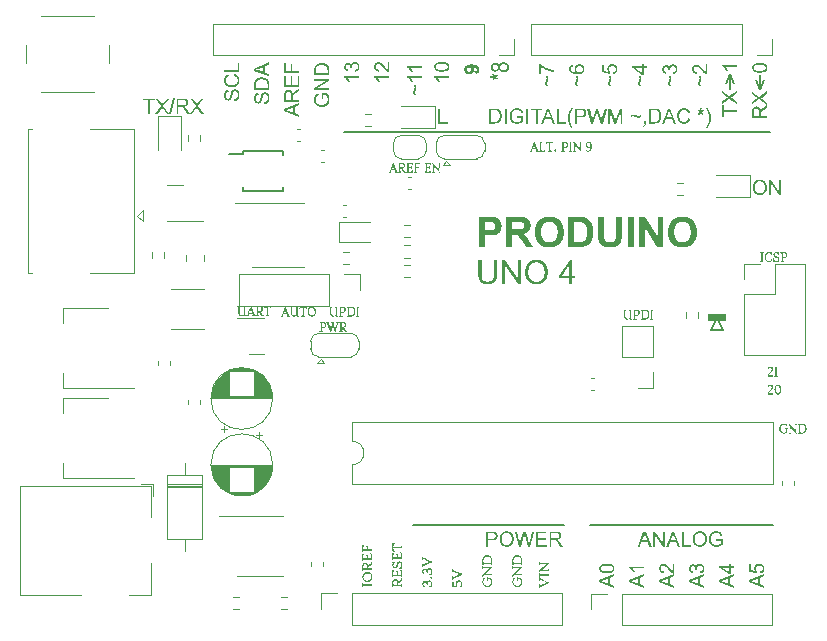
<source format=gbr>
%TF.GenerationSoftware,KiCad,Pcbnew,7.0.1*%
%TF.CreationDate,2023-08-20T21:18:48+10:00*%
%TF.ProjectId,UNO-128DA28,554e4f2d-3132-4384-9441-32382e6b6963,1.0*%
%TF.SameCoordinates,Original*%
%TF.FileFunction,Legend,Top*%
%TF.FilePolarity,Positive*%
%FSLAX46Y46*%
G04 Gerber Fmt 4.6, Leading zero omitted, Abs format (unit mm)*
G04 Created by KiCad (PCBNEW 7.0.1) date 2023-08-20 21:18:48*
%MOMM*%
%LPD*%
G01*
G04 APERTURE LIST*
%ADD10C,0.200000*%
%ADD11C,0.187500*%
%ADD12C,0.250000*%
%ADD13C,0.158750*%
%ADD14C,0.156250*%
%ADD15C,0.300000*%
%ADD16C,0.150000*%
%ADD17C,0.120000*%
%ADD18C,0.203200*%
G04 APERTURE END LIST*
D10*
X143680000Y-99485000D02*
X143680000Y-98310000D01*
X144526000Y-103124000D02*
X108458000Y-103124000D01*
X114300000Y-136398000D02*
X127127000Y-136398000D01*
X141140000Y-99500000D02*
X141140000Y-98305000D01*
X129286000Y-136398000D02*
X144780000Y-136398000D01*
D11*
G36*
X104689500Y-100868174D02*
G01*
X104298711Y-101015025D01*
X104298711Y-101541369D01*
X104689500Y-101679671D01*
X104689500Y-101856442D01*
X103419437Y-101373146D01*
X103419437Y-101287356D01*
X103551633Y-101287356D01*
X103566777Y-101290412D01*
X103581906Y-101293624D01*
X103597021Y-101296995D01*
X103612121Y-101300522D01*
X103627208Y-101304207D01*
X103642280Y-101308050D01*
X103657337Y-101312050D01*
X103672381Y-101316207D01*
X103687410Y-101320522D01*
X103702424Y-101324994D01*
X103717425Y-101329624D01*
X103732411Y-101334411D01*
X103747383Y-101339355D01*
X103762340Y-101344457D01*
X103777283Y-101349717D01*
X103792212Y-101355133D01*
X104161935Y-101493436D01*
X104161935Y-101066622D01*
X103812973Y-101197902D01*
X103793312Y-101205300D01*
X103774094Y-101212457D01*
X103755321Y-101219372D01*
X103736991Y-101226047D01*
X103719104Y-101232481D01*
X103701661Y-101238674D01*
X103684662Y-101244627D01*
X103668106Y-101250338D01*
X103651995Y-101255808D01*
X103636326Y-101261038D01*
X103621102Y-101266027D01*
X103606321Y-101270774D01*
X103591983Y-101275281D01*
X103578090Y-101279547D01*
X103564640Y-101283572D01*
X103551633Y-101287356D01*
X103419437Y-101287356D01*
X103419437Y-101193628D01*
X104689500Y-100678581D01*
X104689500Y-100868174D01*
G37*
G36*
X104689500Y-99649708D02*
G01*
X104426328Y-99816098D01*
X104412302Y-99825119D01*
X104398693Y-99833939D01*
X104385502Y-99842559D01*
X104372728Y-99850979D01*
X104360372Y-99859199D01*
X104348432Y-99867218D01*
X104336911Y-99875036D01*
X104325807Y-99882654D01*
X104315120Y-99890072D01*
X104304850Y-99897290D01*
X104290229Y-99907741D01*
X104276547Y-99917740D01*
X104263803Y-99927290D01*
X104252000Y-99936388D01*
X104240984Y-99945172D01*
X104230608Y-99953779D01*
X104220870Y-99962210D01*
X104211771Y-99970463D01*
X104200632Y-99981191D01*
X104190629Y-99991605D01*
X104181761Y-100001704D01*
X104174028Y-100011488D01*
X104167430Y-100020957D01*
X104160251Y-100032634D01*
X104153787Y-100044385D01*
X104148039Y-100056211D01*
X104143006Y-100068112D01*
X104138689Y-100080087D01*
X104135087Y-100092137D01*
X104133847Y-100096978D01*
X104131468Y-100111123D01*
X104130126Y-100123339D01*
X104129083Y-100137313D01*
X104128462Y-100149759D01*
X104128033Y-100163330D01*
X104127795Y-100178028D01*
X104127741Y-100189790D01*
X104127741Y-100383047D01*
X104689500Y-100383047D01*
X104689500Y-100549437D01*
X103419437Y-100549437D01*
X103419437Y-100383047D01*
X103561098Y-100383047D01*
X103986080Y-100383047D01*
X103986080Y-100024926D01*
X103985986Y-100010847D01*
X103985703Y-99997158D01*
X103985232Y-99983857D01*
X103984573Y-99970944D01*
X103983725Y-99958421D01*
X103982100Y-99940365D01*
X103980050Y-99923183D01*
X103977577Y-99906877D01*
X103974680Y-99891445D01*
X103971359Y-99876888D01*
X103967614Y-99863206D01*
X103963445Y-99850398D01*
X103961961Y-99846323D01*
X103957187Y-99834516D01*
X103951908Y-99823250D01*
X103944084Y-99809073D01*
X103935364Y-99795859D01*
X103925747Y-99783608D01*
X103915233Y-99772322D01*
X103903822Y-99761999D01*
X103891515Y-99752639D01*
X103885025Y-99748321D01*
X103871601Y-99740450D01*
X103857891Y-99733628D01*
X103843895Y-99727856D01*
X103829612Y-99723133D01*
X103815043Y-99719460D01*
X103800188Y-99716836D01*
X103785047Y-99715262D01*
X103769620Y-99714737D01*
X103752845Y-99715309D01*
X103736640Y-99717024D01*
X103721003Y-99719881D01*
X103705935Y-99723882D01*
X103691437Y-99729026D01*
X103677506Y-99735313D01*
X103664145Y-99742743D01*
X103651353Y-99751317D01*
X103639129Y-99761033D01*
X103627475Y-99771892D01*
X103620021Y-99779767D01*
X103609491Y-99792566D01*
X103599996Y-99806690D01*
X103591538Y-99822140D01*
X103584115Y-99838915D01*
X103579741Y-99850835D01*
X103575828Y-99863344D01*
X103572376Y-99876442D01*
X103569384Y-99890130D01*
X103566852Y-99904406D01*
X103564780Y-99919272D01*
X103563169Y-99934727D01*
X103562018Y-99950771D01*
X103561328Y-99967404D01*
X103561098Y-99984626D01*
X103561098Y-100383047D01*
X103419437Y-100383047D01*
X103419437Y-99991342D01*
X103419571Y-99970630D01*
X103419976Y-99950546D01*
X103420650Y-99931093D01*
X103421593Y-99912269D01*
X103422806Y-99894075D01*
X103424288Y-99876510D01*
X103426040Y-99859575D01*
X103428062Y-99843270D01*
X103430352Y-99827595D01*
X103432913Y-99812549D01*
X103435743Y-99798133D01*
X103438843Y-99784347D01*
X103442212Y-99771190D01*
X103445850Y-99758663D01*
X103449758Y-99746766D01*
X103453936Y-99735498D01*
X103460812Y-99719380D01*
X103468616Y-99703885D01*
X103477348Y-99689012D01*
X103487009Y-99674762D01*
X103497598Y-99661134D01*
X103509116Y-99648129D01*
X103521562Y-99635746D01*
X103534937Y-99623986D01*
X103549240Y-99612848D01*
X103559291Y-99605769D01*
X103569755Y-99598967D01*
X103575142Y-99595669D01*
X103586088Y-99589310D01*
X103597176Y-99583362D01*
X103608404Y-99577823D01*
X103619773Y-99572695D01*
X103631283Y-99567977D01*
X103642933Y-99563669D01*
X103654724Y-99559772D01*
X103666656Y-99556285D01*
X103678729Y-99553208D01*
X103690942Y-99550541D01*
X103703296Y-99548285D01*
X103715791Y-99546439D01*
X103728427Y-99545003D01*
X103741203Y-99543977D01*
X103754120Y-99543362D01*
X103767177Y-99543157D01*
X103783993Y-99543496D01*
X103800475Y-99544512D01*
X103816622Y-99546205D01*
X103832436Y-99548576D01*
X103847916Y-99551624D01*
X103863062Y-99555350D01*
X103877874Y-99559753D01*
X103892352Y-99564833D01*
X103906496Y-99570591D01*
X103920306Y-99577026D01*
X103933783Y-99584139D01*
X103946925Y-99591929D01*
X103959733Y-99600397D01*
X103972208Y-99609541D01*
X103984348Y-99619363D01*
X103996155Y-99629863D01*
X104007493Y-99641070D01*
X104018304Y-99653014D01*
X104028588Y-99665695D01*
X104038344Y-99679112D01*
X104047574Y-99693267D01*
X104056276Y-99708159D01*
X104064451Y-99723788D01*
X104072099Y-99740154D01*
X104079220Y-99757257D01*
X104085814Y-99775097D01*
X104091881Y-99793674D01*
X104097420Y-99812988D01*
X104102433Y-99833039D01*
X104106918Y-99853827D01*
X104110877Y-99875352D01*
X104114308Y-99897614D01*
X104120308Y-99885526D01*
X104126286Y-99873990D01*
X104132243Y-99863007D01*
X104140152Y-99849223D01*
X104148023Y-99836422D01*
X104155856Y-99824604D01*
X104163651Y-99813768D01*
X104171408Y-99803914D01*
X104177200Y-99797169D01*
X104185764Y-99788079D01*
X104194588Y-99779052D01*
X104203672Y-99770086D01*
X104213016Y-99761182D01*
X104222620Y-99752340D01*
X104232484Y-99743560D01*
X104242608Y-99734842D01*
X104252992Y-99726186D01*
X104263636Y-99717593D01*
X104274539Y-99709061D01*
X104285703Y-99700591D01*
X104297127Y-99692183D01*
X104308811Y-99683837D01*
X104320755Y-99675554D01*
X104332959Y-99667332D01*
X104345422Y-99659172D01*
X104689500Y-99439964D01*
X104689500Y-99649708D01*
G37*
G36*
X104689500Y-99285786D02*
G01*
X103419437Y-99285786D01*
X103419437Y-98375676D01*
X103565982Y-98375676D01*
X103565982Y-99119396D01*
X103966541Y-99119396D01*
X103966541Y-98422998D01*
X104113086Y-98422998D01*
X104113086Y-99119396D01*
X104542954Y-99119396D01*
X104542954Y-98346367D01*
X104689500Y-98346367D01*
X104689500Y-99285786D01*
G37*
G36*
X104689500Y-98114336D02*
G01*
X103419437Y-98114336D01*
X103419437Y-97265287D01*
X103565982Y-97265287D01*
X103565982Y-97947946D01*
X103966541Y-97947946D01*
X103966541Y-97357183D01*
X104113086Y-97357183D01*
X104113086Y-97947946D01*
X104689500Y-97947946D01*
X104689500Y-98114336D01*
G37*
D12*
G36*
X120734303Y-110318911D02*
G01*
X120762359Y-110319022D01*
X120789782Y-110319207D01*
X120816574Y-110319465D01*
X120842733Y-110319798D01*
X120868261Y-110320205D01*
X120893156Y-110320685D01*
X120941051Y-110321868D01*
X120986417Y-110323347D01*
X121029255Y-110325122D01*
X121069564Y-110327192D01*
X121107346Y-110329558D01*
X121142599Y-110332220D01*
X121175323Y-110335178D01*
X121205520Y-110338431D01*
X121233188Y-110341980D01*
X121258328Y-110345825D01*
X121291297Y-110352147D01*
X121310116Y-110356732D01*
X121336935Y-110364273D01*
X121363201Y-110372855D01*
X121388913Y-110382477D01*
X121414072Y-110393139D01*
X121438677Y-110404841D01*
X121462730Y-110417582D01*
X121486228Y-110431364D01*
X121509174Y-110446185D01*
X121531566Y-110462047D01*
X121553405Y-110478948D01*
X121574690Y-110496890D01*
X121595422Y-110515871D01*
X121615601Y-110535892D01*
X121635226Y-110556953D01*
X121654298Y-110579055D01*
X121672817Y-110602196D01*
X121690488Y-110626288D01*
X121707020Y-110651245D01*
X121722412Y-110677064D01*
X121736663Y-110703747D01*
X121749775Y-110731294D01*
X121761746Y-110759704D01*
X121772577Y-110788977D01*
X121782268Y-110819114D01*
X121790819Y-110850114D01*
X121798230Y-110881978D01*
X121804500Y-110914705D01*
X121809631Y-110948295D01*
X121813621Y-110982749D01*
X121816472Y-111018067D01*
X121818182Y-111054248D01*
X121818752Y-111091292D01*
X121818423Y-111119857D01*
X121817435Y-111147849D01*
X121815789Y-111175269D01*
X121813485Y-111202117D01*
X121810523Y-111228392D01*
X121806902Y-111254095D01*
X121802623Y-111279225D01*
X121797686Y-111303783D01*
X121792090Y-111327769D01*
X121782462Y-111362673D01*
X121771353Y-111396290D01*
X121758763Y-111428619D01*
X121744692Y-111459660D01*
X121734488Y-111479638D01*
X121718291Y-111508580D01*
X121701301Y-111536331D01*
X121683515Y-111562891D01*
X121664936Y-111588259D01*
X121645562Y-111612436D01*
X121625394Y-111635422D01*
X121604432Y-111657216D01*
X121582676Y-111677818D01*
X121560125Y-111697229D01*
X121536780Y-111715449D01*
X121520775Y-111726934D01*
X121496461Y-111743232D01*
X121472060Y-111758468D01*
X121447574Y-111772642D01*
X121423002Y-111785753D01*
X121398344Y-111797801D01*
X121373600Y-111808786D01*
X121348770Y-111818709D01*
X121323855Y-111827570D01*
X121298853Y-111835367D01*
X121273766Y-111842103D01*
X121256993Y-111846002D01*
X121221443Y-111852440D01*
X121196150Y-111856381D01*
X121169584Y-111860040D01*
X121141744Y-111863417D01*
X121112631Y-111866513D01*
X121082243Y-111869328D01*
X121050582Y-111871861D01*
X121017648Y-111874112D01*
X120983439Y-111876082D01*
X120947957Y-111877771D01*
X120911202Y-111879178D01*
X120873172Y-111880304D01*
X120833869Y-111881149D01*
X120793293Y-111881711D01*
X120751442Y-111881993D01*
X120730039Y-111882028D01*
X120398480Y-111882028D01*
X120398480Y-112859000D01*
X119889844Y-112859000D01*
X119889844Y-110748741D01*
X120398480Y-110748741D01*
X120398480Y-111452161D01*
X120676916Y-111452161D01*
X120713691Y-111452010D01*
X120748911Y-111451560D01*
X120782575Y-111450808D01*
X120814685Y-111449756D01*
X120845239Y-111448404D01*
X120874238Y-111446751D01*
X120901682Y-111444798D01*
X120927571Y-111442544D01*
X120951904Y-111439989D01*
X120985489Y-111435594D01*
X121015574Y-111430522D01*
X121042161Y-111424775D01*
X121072166Y-111416059D01*
X121078696Y-111413692D01*
X121103349Y-111403236D01*
X121126629Y-111391405D01*
X121148534Y-111378201D01*
X121169066Y-111363623D01*
X121188224Y-111347671D01*
X121206008Y-111330345D01*
X121222418Y-111311645D01*
X121237454Y-111291571D01*
X121250906Y-111270391D01*
X121262565Y-111248371D01*
X121272430Y-111225511D01*
X121280502Y-111201812D01*
X121286779Y-111177273D01*
X121291264Y-111151895D01*
X121293954Y-111125677D01*
X121294851Y-111098619D01*
X121294142Y-111073730D01*
X121290994Y-111041831D01*
X121285327Y-111011401D01*
X121277141Y-110982440D01*
X121266436Y-110954948D01*
X121253213Y-110928926D01*
X121237470Y-110904373D01*
X121219210Y-110881289D01*
X121214251Y-110875748D01*
X121193423Y-110854796D01*
X121171241Y-110835905D01*
X121147704Y-110819076D01*
X121122812Y-110804307D01*
X121096566Y-110791598D01*
X121068964Y-110780951D01*
X121040008Y-110772364D01*
X121009697Y-110765838D01*
X120984080Y-110761831D01*
X120952720Y-110758358D01*
X120925431Y-110756104D01*
X120894910Y-110754151D01*
X120861159Y-110752498D01*
X120824178Y-110751146D01*
X120797728Y-110750411D01*
X120769843Y-110749810D01*
X120740522Y-110749342D01*
X120709765Y-110749008D01*
X120677572Y-110748808D01*
X120643944Y-110748741D01*
X120398480Y-110748741D01*
X119889844Y-110748741D01*
X119889844Y-110318874D01*
X120705615Y-110318874D01*
X120734303Y-110318911D01*
G37*
G36*
X123318988Y-110318941D02*
G01*
X123343567Y-110319141D01*
X123391428Y-110319942D01*
X123437562Y-110321278D01*
X123481969Y-110323148D01*
X123524650Y-110325552D01*
X123565603Y-110328491D01*
X123604830Y-110331964D01*
X123642330Y-110335971D01*
X123678103Y-110340512D01*
X123712149Y-110345588D01*
X123744468Y-110351198D01*
X123775061Y-110357342D01*
X123803926Y-110364021D01*
X123831065Y-110371233D01*
X123856477Y-110378981D01*
X123880161Y-110387262D01*
X123913864Y-110401024D01*
X123946279Y-110416664D01*
X123977405Y-110434183D01*
X124007244Y-110453580D01*
X124035795Y-110474855D01*
X124063057Y-110498008D01*
X124089032Y-110523040D01*
X124113719Y-110549951D01*
X124129461Y-110568934D01*
X124144631Y-110588753D01*
X124159228Y-110609406D01*
X124173253Y-110630894D01*
X124186562Y-110652998D01*
X124199013Y-110675497D01*
X124210605Y-110698392D01*
X124221338Y-110721684D01*
X124231213Y-110745371D01*
X124240229Y-110769454D01*
X124248386Y-110793933D01*
X124255685Y-110818808D01*
X124262125Y-110844079D01*
X124267706Y-110869746D01*
X124272429Y-110895809D01*
X124276293Y-110922268D01*
X124279298Y-110949123D01*
X124281445Y-110976374D01*
X124282733Y-111004020D01*
X124283162Y-111032063D01*
X124282511Y-111067469D01*
X124280557Y-111102092D01*
X124277302Y-111135933D01*
X124272744Y-111168992D01*
X124266883Y-111201268D01*
X124259721Y-111232762D01*
X124251255Y-111263474D01*
X124241488Y-111293403D01*
X124230419Y-111322550D01*
X124218047Y-111350914D01*
X124204372Y-111378497D01*
X124189396Y-111405297D01*
X124173117Y-111431314D01*
X124155536Y-111456549D01*
X124136652Y-111481002D01*
X124116466Y-111504673D01*
X124095059Y-111527416D01*
X124072360Y-111549085D01*
X124048367Y-111569681D01*
X124023082Y-111589204D01*
X123996504Y-111607653D01*
X123968633Y-111625029D01*
X123939469Y-111641332D01*
X123909013Y-111656561D01*
X123877263Y-111670718D01*
X123844221Y-111683800D01*
X123809887Y-111695810D01*
X123774259Y-111706746D01*
X123737339Y-111716608D01*
X123699126Y-111725398D01*
X123659620Y-111733114D01*
X123618822Y-111739757D01*
X123649224Y-111758127D01*
X123678606Y-111776830D01*
X123706969Y-111795865D01*
X123734312Y-111815233D01*
X123760636Y-111834934D01*
X123785939Y-111854968D01*
X123810224Y-111875335D01*
X123833488Y-111896034D01*
X123855733Y-111917066D01*
X123876958Y-111938431D01*
X123890542Y-111952859D01*
X123911346Y-111976085D01*
X123933461Y-112002489D01*
X123948931Y-112021857D01*
X123964983Y-112042637D01*
X123981618Y-112064829D01*
X123998834Y-112088432D01*
X124016632Y-112113448D01*
X124035012Y-112139876D01*
X124053975Y-112167716D01*
X124073519Y-112196968D01*
X124093645Y-112227632D01*
X124114353Y-112259708D01*
X124135643Y-112293196D01*
X124157515Y-112328096D01*
X124179969Y-112364408D01*
X124487715Y-112859000D01*
X123879551Y-112859000D01*
X123511965Y-112300294D01*
X123487949Y-112264953D01*
X123464901Y-112231286D01*
X123442821Y-112199293D01*
X123421710Y-112168975D01*
X123401567Y-112140332D01*
X123382393Y-112113362D01*
X123364186Y-112088067D01*
X123346949Y-112064447D01*
X123330679Y-112042501D01*
X123315378Y-112022229D01*
X123294243Y-111994961D01*
X123275286Y-111971461D01*
X123258508Y-111951727D01*
X123243909Y-111935762D01*
X123225762Y-111917577D01*
X123207349Y-111900881D01*
X123183956Y-111882103D01*
X123160146Y-111865651D01*
X123135918Y-111851525D01*
X123111273Y-111839724D01*
X123091257Y-111831958D01*
X123063759Y-111823867D01*
X123038433Y-111818381D01*
X123010149Y-111813772D01*
X122978908Y-111810042D01*
X122953536Y-111807820D01*
X122926501Y-111806092D01*
X122897802Y-111804858D01*
X122867439Y-111804117D01*
X122835413Y-111803870D01*
X122732220Y-111803870D01*
X122732220Y-112859000D01*
X122224195Y-112859000D01*
X122224195Y-110748741D01*
X122732220Y-110748741D01*
X122732220Y-111374003D01*
X123108354Y-111374003D01*
X123153000Y-111373886D01*
X123195499Y-111373535D01*
X123235852Y-111372951D01*
X123274058Y-111372133D01*
X123310117Y-111371081D01*
X123344029Y-111369796D01*
X123375795Y-111368276D01*
X123405414Y-111366523D01*
X123432887Y-111364536D01*
X123458213Y-111362316D01*
X123492177Y-111358546D01*
X123521310Y-111354251D01*
X123545614Y-111349430D01*
X123565088Y-111344083D01*
X123592551Y-111333484D01*
X123618075Y-111320768D01*
X123641661Y-111305935D01*
X123663310Y-111288985D01*
X123683021Y-111269919D01*
X123700793Y-111248736D01*
X123707360Y-111239669D01*
X123722312Y-111215671D01*
X123734730Y-111189855D01*
X123744613Y-111162220D01*
X123751963Y-111132765D01*
X123756017Y-111107893D01*
X123758450Y-111081856D01*
X123759261Y-111054655D01*
X123758202Y-111024268D01*
X123755025Y-110995388D01*
X123749730Y-110968016D01*
X123742317Y-110942151D01*
X123732786Y-110917794D01*
X123721136Y-110894944D01*
X123707369Y-110873601D01*
X123691484Y-110853766D01*
X123673662Y-110835562D01*
X123654084Y-110819114D01*
X123632751Y-110804421D01*
X123609662Y-110791484D01*
X123584818Y-110780302D01*
X123558219Y-110770876D01*
X123529864Y-110763205D01*
X123499753Y-110757290D01*
X123474443Y-110754827D01*
X123445502Y-110753157D01*
X123418724Y-110752081D01*
X123387599Y-110751154D01*
X123352127Y-110750378D01*
X123326064Y-110749943D01*
X123298069Y-110749576D01*
X123268142Y-110749276D01*
X123236283Y-110749042D01*
X123202492Y-110748875D01*
X123166770Y-110748775D01*
X123129115Y-110748741D01*
X122732220Y-110748741D01*
X122224195Y-110748741D01*
X122224195Y-110318874D01*
X123293979Y-110318874D01*
X123318988Y-110318941D01*
G37*
G36*
X125896779Y-110280134D02*
G01*
X125930931Y-110281152D01*
X125964647Y-110282849D01*
X125997928Y-110285224D01*
X126030774Y-110288277D01*
X126063184Y-110292010D01*
X126095160Y-110296420D01*
X126126699Y-110301510D01*
X126157804Y-110307278D01*
X126188473Y-110313724D01*
X126218707Y-110320849D01*
X126248506Y-110328653D01*
X126277869Y-110337135D01*
X126306798Y-110346296D01*
X126335290Y-110356136D01*
X126363348Y-110366654D01*
X126390970Y-110377851D01*
X126418157Y-110389726D01*
X126444909Y-110402280D01*
X126471225Y-110415512D01*
X126497106Y-110429423D01*
X126522552Y-110444013D01*
X126547562Y-110459281D01*
X126572137Y-110475227D01*
X126596277Y-110491853D01*
X126619982Y-110509157D01*
X126643251Y-110527139D01*
X126666085Y-110545800D01*
X126688484Y-110565140D01*
X126710447Y-110585158D01*
X126731975Y-110605855D01*
X126753068Y-110627230D01*
X126773617Y-110649172D01*
X126793513Y-110671645D01*
X126812758Y-110694648D01*
X126831350Y-110718182D01*
X126849289Y-110742247D01*
X126866576Y-110766842D01*
X126883211Y-110791969D01*
X126899194Y-110817625D01*
X126914524Y-110843813D01*
X126929202Y-110870531D01*
X126943227Y-110897780D01*
X126956600Y-110925560D01*
X126969321Y-110953870D01*
X126981390Y-110982711D01*
X126992806Y-111012083D01*
X127003569Y-111041985D01*
X127013681Y-111072419D01*
X127023140Y-111103382D01*
X127031947Y-111134877D01*
X127040101Y-111166902D01*
X127047603Y-111199458D01*
X127054453Y-111232545D01*
X127060650Y-111266162D01*
X127066195Y-111300310D01*
X127071087Y-111334989D01*
X127075328Y-111370199D01*
X127078916Y-111405939D01*
X127081851Y-111442210D01*
X127084134Y-111479011D01*
X127085765Y-111516344D01*
X127086744Y-111554207D01*
X127087070Y-111592600D01*
X127086746Y-111630655D01*
X127085775Y-111668189D01*
X127084156Y-111705202D01*
X127081889Y-111741693D01*
X127078975Y-111777664D01*
X127075414Y-111813113D01*
X127071204Y-111848041D01*
X127066348Y-111882448D01*
X127060843Y-111916334D01*
X127054691Y-111949698D01*
X127047892Y-111982542D01*
X127040444Y-112014864D01*
X127032350Y-112046665D01*
X127023607Y-112077945D01*
X127014218Y-112108703D01*
X127004180Y-112138941D01*
X126993495Y-112168657D01*
X126982162Y-112197853D01*
X126970182Y-112226527D01*
X126957554Y-112254680D01*
X126944279Y-112282311D01*
X126930356Y-112309422D01*
X126915786Y-112336012D01*
X126900568Y-112362080D01*
X126884702Y-112387627D01*
X126868189Y-112412653D01*
X126851028Y-112437158D01*
X126833220Y-112461141D01*
X126814764Y-112484604D01*
X126795660Y-112507545D01*
X126775909Y-112529965D01*
X126755510Y-112551864D01*
X126734570Y-112573164D01*
X126713195Y-112593788D01*
X126691384Y-112613736D01*
X126669138Y-112633008D01*
X126646457Y-112651604D01*
X126623340Y-112669523D01*
X126599788Y-112686766D01*
X126575801Y-112703333D01*
X126551379Y-112719224D01*
X126526521Y-112734438D01*
X126501228Y-112748976D01*
X126475499Y-112762838D01*
X126449336Y-112776024D01*
X126422737Y-112788534D01*
X126395702Y-112800368D01*
X126368233Y-112811525D01*
X126340328Y-112822006D01*
X126311988Y-112831811D01*
X126283212Y-112840939D01*
X126254002Y-112849392D01*
X126224355Y-112857168D01*
X126194274Y-112864268D01*
X126163757Y-112870692D01*
X126132806Y-112876440D01*
X126101418Y-112881511D01*
X126069596Y-112885907D01*
X126037338Y-112889626D01*
X126004645Y-112892669D01*
X125971516Y-112895035D01*
X125937953Y-112896726D01*
X125903954Y-112897740D01*
X125869519Y-112898078D01*
X125834634Y-112897742D01*
X125800199Y-112896733D01*
X125766213Y-112895052D01*
X125732677Y-112892697D01*
X125699590Y-112889671D01*
X125666953Y-112885971D01*
X125634765Y-112881599D01*
X125603028Y-112876554D01*
X125571739Y-112870837D01*
X125540901Y-112864447D01*
X125510512Y-112857385D01*
X125480572Y-112849650D01*
X125451082Y-112841242D01*
X125422042Y-112832161D01*
X125393452Y-112822408D01*
X125365311Y-112811983D01*
X125337619Y-112800884D01*
X125310377Y-112789114D01*
X125283585Y-112776670D01*
X125257243Y-112763554D01*
X125231350Y-112749765D01*
X125205906Y-112735304D01*
X125180913Y-112720170D01*
X125156368Y-112704363D01*
X125132274Y-112687884D01*
X125108629Y-112670732D01*
X125085434Y-112652908D01*
X125062688Y-112634411D01*
X125040392Y-112615241D01*
X125018545Y-112595398D01*
X124997148Y-112574884D01*
X124976201Y-112553696D01*
X124955802Y-112531880D01*
X124936051Y-112509558D01*
X124916948Y-112486729D01*
X124898492Y-112463393D01*
X124880683Y-112439550D01*
X124863523Y-112415200D01*
X124847009Y-112390344D01*
X124831144Y-112364980D01*
X124815926Y-112339110D01*
X124801355Y-112312733D01*
X124787432Y-112285849D01*
X124774157Y-112258458D01*
X124761529Y-112230560D01*
X124749549Y-112202156D01*
X124738216Y-112173244D01*
X124727531Y-112143826D01*
X124717494Y-112113901D01*
X124708104Y-112083469D01*
X124699362Y-112052530D01*
X124691267Y-112021084D01*
X124683820Y-111989132D01*
X124677020Y-111956672D01*
X124670868Y-111923706D01*
X124665364Y-111890233D01*
X124660507Y-111856253D01*
X124656298Y-111821766D01*
X124652736Y-111786773D01*
X124649822Y-111751272D01*
X124647556Y-111715265D01*
X124645937Y-111678751D01*
X124644965Y-111641730D01*
X124644642Y-111604202D01*
X124644802Y-111587105D01*
X125168542Y-111587105D01*
X125168735Y-111613996D01*
X125169313Y-111640478D01*
X125170276Y-111666551D01*
X125171624Y-111692215D01*
X125173358Y-111717470D01*
X125175476Y-111742316D01*
X125177980Y-111766753D01*
X125184143Y-111814399D01*
X125191847Y-111860409D01*
X125201092Y-111904783D01*
X125211878Y-111947521D01*
X125224205Y-111988623D01*
X125238072Y-112028088D01*
X125253481Y-112065917D01*
X125270430Y-112102110D01*
X125288920Y-112136666D01*
X125308950Y-112169586D01*
X125330522Y-112200871D01*
X125353634Y-112230518D01*
X125365769Y-112244729D01*
X125390913Y-112271791D01*
X125416888Y-112297107D01*
X125443692Y-112320678D01*
X125471327Y-112342502D01*
X125499792Y-112362581D01*
X125529087Y-112380913D01*
X125559212Y-112397500D01*
X125590167Y-112412340D01*
X125621952Y-112425435D01*
X125654567Y-112436784D01*
X125688012Y-112446387D01*
X125722287Y-112454243D01*
X125757392Y-112460354D01*
X125793327Y-112464719D01*
X125830092Y-112467338D01*
X125867688Y-112468211D01*
X125905271Y-112467345D01*
X125942000Y-112464748D01*
X125977876Y-112460419D01*
X126012898Y-112454358D01*
X126047065Y-112446565D01*
X126080379Y-112437041D01*
X126112839Y-112425786D01*
X126144445Y-112412798D01*
X126175197Y-112398079D01*
X126205096Y-112381629D01*
X126234140Y-112363447D01*
X126262331Y-112343533D01*
X126289667Y-112321887D01*
X126316150Y-112298510D01*
X126341779Y-112273401D01*
X126366554Y-112246561D01*
X126390141Y-112217912D01*
X126412206Y-112187532D01*
X126432750Y-112155420D01*
X126451771Y-112121577D01*
X126469272Y-112086002D01*
X126485250Y-112048695D01*
X126499706Y-112009657D01*
X126512641Y-111968887D01*
X126524054Y-111926385D01*
X126533946Y-111882152D01*
X126542315Y-111836187D01*
X126549163Y-111788491D01*
X126552017Y-111763993D01*
X126554489Y-111739063D01*
X126556582Y-111713699D01*
X126558294Y-111687903D01*
X126559625Y-111661673D01*
X126560576Y-111635011D01*
X126561147Y-111607916D01*
X126561337Y-111580388D01*
X126561152Y-111553167D01*
X126560595Y-111526383D01*
X126559668Y-111500035D01*
X126558370Y-111474123D01*
X126556701Y-111448649D01*
X126554661Y-111423610D01*
X126552250Y-111399008D01*
X126546316Y-111351114D01*
X126538898Y-111304965D01*
X126529997Y-111260562D01*
X126519611Y-111217906D01*
X126507743Y-111176995D01*
X126494391Y-111137830D01*
X126479555Y-111100412D01*
X126463235Y-111064739D01*
X126445432Y-111030812D01*
X126426146Y-110998631D01*
X126405375Y-110968196D01*
X126383122Y-110939507D01*
X126371438Y-110925817D01*
X126347217Y-110899642D01*
X126322027Y-110875156D01*
X126295869Y-110852358D01*
X126268742Y-110831250D01*
X126240647Y-110811829D01*
X126211583Y-110794098D01*
X126181552Y-110778055D01*
X126150551Y-110763701D01*
X126118583Y-110751036D01*
X126085646Y-110740059D01*
X126051740Y-110730771D01*
X126016867Y-110723172D01*
X125981024Y-110717262D01*
X125944214Y-110713040D01*
X125906435Y-110710507D01*
X125867688Y-110709662D01*
X125828857Y-110710516D01*
X125790980Y-110713078D01*
X125754057Y-110717348D01*
X125718089Y-110723325D01*
X125683074Y-110731010D01*
X125649014Y-110740403D01*
X125615908Y-110751503D01*
X125583755Y-110764312D01*
X125552557Y-110778828D01*
X125522313Y-110795052D01*
X125493023Y-110812984D01*
X125464687Y-110832623D01*
X125437305Y-110853971D01*
X125410877Y-110877026D01*
X125385403Y-110901789D01*
X125360884Y-110928260D01*
X125337592Y-110956450D01*
X125315804Y-110986372D01*
X125295518Y-111018026D01*
X125276734Y-111051412D01*
X125259454Y-111086529D01*
X125243676Y-111123377D01*
X125229400Y-111161958D01*
X125216628Y-111202270D01*
X125205358Y-111244313D01*
X125195590Y-111288089D01*
X125187326Y-111333596D01*
X125180564Y-111380834D01*
X125177746Y-111405103D01*
X125175304Y-111429804D01*
X125173238Y-111454939D01*
X125171548Y-111480506D01*
X125170233Y-111506507D01*
X125169294Y-111532940D01*
X125168730Y-111559806D01*
X125168542Y-111587105D01*
X124644802Y-111587105D01*
X124645090Y-111556372D01*
X124646435Y-111509510D01*
X124648677Y-111463617D01*
X124651816Y-111418692D01*
X124655852Y-111374735D01*
X124660784Y-111331747D01*
X124666614Y-111289727D01*
X124673340Y-111248676D01*
X124680963Y-111208593D01*
X124689483Y-111169478D01*
X124698900Y-111131332D01*
X124709213Y-111094154D01*
X124720424Y-111057945D01*
X124732531Y-111022704D01*
X124745535Y-110988431D01*
X124759436Y-110955127D01*
X124770441Y-110931089D01*
X124781933Y-110907366D01*
X124793911Y-110883957D01*
X124806376Y-110860864D01*
X124819328Y-110838086D01*
X124832766Y-110815622D01*
X124846690Y-110793473D01*
X124861102Y-110771639D01*
X124876000Y-110750120D01*
X124891384Y-110728916D01*
X124907255Y-110708026D01*
X124923613Y-110687452D01*
X124940457Y-110667192D01*
X124957788Y-110647247D01*
X124975605Y-110627617D01*
X124993909Y-110608302D01*
X125012640Y-110589378D01*
X125031585Y-110571074D01*
X125050745Y-110553390D01*
X125070120Y-110536326D01*
X125089710Y-110519883D01*
X125109514Y-110504060D01*
X125129533Y-110488856D01*
X125149766Y-110474273D01*
X125170214Y-110460311D01*
X125190877Y-110446968D01*
X125211755Y-110434245D01*
X125243474Y-110416324D01*
X125275675Y-110399798D01*
X125308360Y-110384668D01*
X125319362Y-110379935D01*
X125349103Y-110367808D01*
X125379402Y-110356464D01*
X125410259Y-110345903D01*
X125441675Y-110336124D01*
X125473648Y-110327127D01*
X125506180Y-110318912D01*
X125539269Y-110311480D01*
X125572917Y-110304830D01*
X125607123Y-110298962D01*
X125641887Y-110293877D01*
X125677209Y-110289574D01*
X125713089Y-110286054D01*
X125749528Y-110283316D01*
X125786525Y-110281360D01*
X125824079Y-110280186D01*
X125862192Y-110279795D01*
X125896779Y-110280134D01*
G37*
G36*
X128434935Y-110319062D02*
G01*
X128472490Y-110319628D01*
X128508876Y-110320570D01*
X128544093Y-110321889D01*
X128578142Y-110323585D01*
X128611021Y-110325657D01*
X128642732Y-110328107D01*
X128673275Y-110330933D01*
X128702648Y-110334137D01*
X128730853Y-110337717D01*
X128757889Y-110341674D01*
X128783756Y-110346008D01*
X128808455Y-110350718D01*
X128843311Y-110358491D01*
X128875538Y-110367112D01*
X128902923Y-110375756D01*
X128929815Y-110385201D01*
X128956217Y-110395448D01*
X128982127Y-110406496D01*
X129007546Y-110418346D01*
X129032474Y-110430997D01*
X129056910Y-110444449D01*
X129080855Y-110458703D01*
X129104308Y-110473758D01*
X129127271Y-110489615D01*
X129149741Y-110506273D01*
X129171721Y-110523733D01*
X129193209Y-110541994D01*
X129214206Y-110561056D01*
X129234711Y-110580920D01*
X129254725Y-110601585D01*
X129274198Y-110622870D01*
X129293079Y-110644747D01*
X129311369Y-110667216D01*
X129329067Y-110690276D01*
X129346173Y-110713927D01*
X129362688Y-110738170D01*
X129378612Y-110763005D01*
X129393944Y-110788431D01*
X129408684Y-110814448D01*
X129422833Y-110841057D01*
X129436390Y-110868258D01*
X129449356Y-110896050D01*
X129461731Y-110924434D01*
X129473513Y-110953409D01*
X129484705Y-110982976D01*
X129495304Y-111013134D01*
X129505286Y-111043958D01*
X129514624Y-111075674D01*
X129523318Y-111108282D01*
X129531368Y-111141781D01*
X129538774Y-111176173D01*
X129545536Y-111211457D01*
X129551654Y-111247634D01*
X129557128Y-111284702D01*
X129561958Y-111322662D01*
X129566144Y-111361514D01*
X129569686Y-111401258D01*
X129572584Y-111441895D01*
X129574838Y-111483423D01*
X129576448Y-111525844D01*
X129577414Y-111569156D01*
X129577736Y-111613361D01*
X129577433Y-111652180D01*
X129576525Y-111690326D01*
X129575010Y-111727800D01*
X129572890Y-111764601D01*
X129570163Y-111800729D01*
X129566831Y-111836185D01*
X129562893Y-111870968D01*
X129558350Y-111905079D01*
X129553200Y-111938516D01*
X129547445Y-111971282D01*
X129541083Y-112003374D01*
X129534116Y-112034794D01*
X129526543Y-112065542D01*
X129518364Y-112095617D01*
X129509580Y-112125019D01*
X129500189Y-112153748D01*
X129488118Y-112187988D01*
X129475412Y-112221402D01*
X129462072Y-112253990D01*
X129448097Y-112285754D01*
X129433488Y-112316692D01*
X129418244Y-112346805D01*
X129402366Y-112376093D01*
X129385853Y-112404555D01*
X129368706Y-112432192D01*
X129350924Y-112459004D01*
X129332508Y-112484991D01*
X129313458Y-112510152D01*
X129293773Y-112534488D01*
X129273454Y-112557999D01*
X129252500Y-112580684D01*
X129230912Y-112602545D01*
X129205257Y-112626426D01*
X129177982Y-112649299D01*
X129149086Y-112671163D01*
X129128922Y-112685178D01*
X129108037Y-112698745D01*
X129086432Y-112711863D01*
X129064107Y-112724534D01*
X129041061Y-112736755D01*
X129017295Y-112748529D01*
X128992809Y-112759853D01*
X128967602Y-112770730D01*
X128941675Y-112781158D01*
X128915028Y-112791137D01*
X128887660Y-112800669D01*
X128873706Y-112805266D01*
X128841115Y-112814869D01*
X128806537Y-112823527D01*
X128782382Y-112828774D01*
X128757345Y-112833602D01*
X128731425Y-112838010D01*
X128704623Y-112841998D01*
X128676938Y-112845566D01*
X128648371Y-112848715D01*
X128618921Y-112851443D01*
X128588589Y-112853752D01*
X128557374Y-112855641D01*
X128525276Y-112857110D01*
X128492296Y-112858160D01*
X128458434Y-112858790D01*
X128423689Y-112859000D01*
X127466868Y-112859000D01*
X127466868Y-110748741D01*
X127975503Y-110748741D01*
X127975503Y-112429132D01*
X128354690Y-112429132D01*
X128380865Y-112429037D01*
X128406115Y-112428750D01*
X128442254Y-112427963D01*
X128476311Y-112426747D01*
X128508285Y-112425101D01*
X128538178Y-112423026D01*
X128565988Y-112420522D01*
X128591716Y-112417588D01*
X128622780Y-112413008D01*
X128650143Y-112407665D01*
X128662436Y-112404708D01*
X128692614Y-112396255D01*
X128721474Y-112386466D01*
X128749019Y-112375341D01*
X128775246Y-112362881D01*
X128800157Y-112349085D01*
X128823751Y-112333954D01*
X128846029Y-112317486D01*
X128866990Y-112299683D01*
X128886968Y-112279562D01*
X128905992Y-112256445D01*
X128924062Y-112230332D01*
X128936989Y-112208781D01*
X128949379Y-112185545D01*
X128961232Y-112160624D01*
X128972548Y-112134018D01*
X128983328Y-112105727D01*
X128993571Y-112075750D01*
X129000102Y-112054830D01*
X129009377Y-112021689D01*
X129017741Y-111986380D01*
X129022809Y-111961636D01*
X129027472Y-111935929D01*
X129031730Y-111909257D01*
X129035582Y-111881623D01*
X129039028Y-111853024D01*
X129042069Y-111823462D01*
X129044705Y-111792937D01*
X129046935Y-111761448D01*
X129048760Y-111728995D01*
X129050179Y-111695578D01*
X129051193Y-111661198D01*
X129051801Y-111625855D01*
X129052004Y-111589547D01*
X129051801Y-111553366D01*
X129051193Y-111518249D01*
X129050179Y-111484196D01*
X129048760Y-111451207D01*
X129046935Y-111419281D01*
X129044705Y-111388419D01*
X129042069Y-111358621D01*
X129039028Y-111329887D01*
X129035582Y-111302216D01*
X129031730Y-111275609D01*
X129027472Y-111250066D01*
X129022809Y-111225587D01*
X129015054Y-111190863D01*
X129006387Y-111158533D01*
X129000102Y-111138309D01*
X128990120Y-111109382D01*
X128979408Y-111081680D01*
X128967966Y-111055200D01*
X128955795Y-111029945D01*
X128942893Y-111005913D01*
X128929262Y-110983105D01*
X128914901Y-110961520D01*
X128899810Y-110941159D01*
X128883989Y-110922021D01*
X128861759Y-110898408D01*
X128855999Y-110892845D01*
X128832157Y-110871607D01*
X128806730Y-110852163D01*
X128779721Y-110834513D01*
X128758424Y-110822452D01*
X128736236Y-110811400D01*
X128713158Y-110801357D01*
X128689189Y-110792323D01*
X128664328Y-110784298D01*
X128638577Y-110777282D01*
X128620915Y-110773166D01*
X128591158Y-110767441D01*
X128564644Y-110763649D01*
X128534536Y-110760286D01*
X128500831Y-110757352D01*
X128476364Y-110755634D01*
X128450299Y-110754108D01*
X128422635Y-110752772D01*
X128393374Y-110751627D01*
X128362514Y-110750673D01*
X128330057Y-110749910D01*
X128296001Y-110749338D01*
X128260347Y-110748956D01*
X128223096Y-110748765D01*
X128203870Y-110748741D01*
X127975503Y-110748741D01*
X127466868Y-110748741D01*
X127466868Y-110318874D01*
X128396212Y-110318874D01*
X128434935Y-110319062D01*
G37*
G36*
X129990507Y-110318874D02*
G01*
X130499143Y-110318874D01*
X130499143Y-111697625D01*
X130499216Y-111737710D01*
X130499438Y-111775992D01*
X130499808Y-111812471D01*
X130500326Y-111847147D01*
X130500991Y-111880020D01*
X130501804Y-111911089D01*
X130502766Y-111940355D01*
X130503875Y-111967818D01*
X130505132Y-111993478D01*
X130507295Y-112028587D01*
X130509790Y-112059638D01*
X130512618Y-112086633D01*
X130516907Y-112116314D01*
X130518071Y-112122607D01*
X130524934Y-112151374D01*
X130533384Y-112179057D01*
X130543423Y-112205656D01*
X130555051Y-112231171D01*
X130568268Y-112255602D01*
X130583072Y-112278949D01*
X130599466Y-112301212D01*
X130617448Y-112322390D01*
X130637018Y-112342485D01*
X130658177Y-112361495D01*
X130673166Y-112373567D01*
X130697076Y-112390481D01*
X130722553Y-112405731D01*
X130749598Y-112419318D01*
X130778209Y-112431241D01*
X130808388Y-112441500D01*
X130840133Y-112450095D01*
X130873446Y-112457027D01*
X130908326Y-112462296D01*
X130944772Y-112465900D01*
X130969941Y-112467379D01*
X130995806Y-112468119D01*
X131009000Y-112468211D01*
X131035678Y-112467863D01*
X131061521Y-112466818D01*
X131086530Y-112465077D01*
X131122478Y-112461159D01*
X131156547Y-112455674D01*
X131188738Y-112448623D01*
X131219051Y-112440004D01*
X131247485Y-112429818D01*
X131274041Y-112418065D01*
X131298719Y-112404745D01*
X131321518Y-112389858D01*
X131335674Y-112379062D01*
X131355509Y-112361878D01*
X131373799Y-112343986D01*
X131390543Y-112325385D01*
X131405741Y-112306076D01*
X131423602Y-112279228D01*
X131438714Y-112251121D01*
X131451079Y-112221755D01*
X131460696Y-112191129D01*
X131467565Y-112159244D01*
X131471603Y-112133344D01*
X131475243Y-112104418D01*
X131478487Y-112072465D01*
X131481333Y-112037485D01*
X131483010Y-112012483D01*
X131484510Y-111986137D01*
X131485834Y-111958445D01*
X131486981Y-111929407D01*
X131487952Y-111899025D01*
X131488746Y-111867297D01*
X131489364Y-111834224D01*
X131489805Y-111799806D01*
X131490070Y-111764043D01*
X131490158Y-111726934D01*
X131490158Y-110318874D01*
X131998183Y-110318874D01*
X131998183Y-111650608D01*
X131998142Y-111678892D01*
X131998021Y-111706653D01*
X131997818Y-111733890D01*
X131997534Y-111760603D01*
X131997169Y-111786793D01*
X131996723Y-111812459D01*
X131996196Y-111837602D01*
X131995588Y-111862222D01*
X131994128Y-111909889D01*
X131992344Y-111955463D01*
X131990236Y-111998943D01*
X131987803Y-112040328D01*
X131985045Y-112079619D01*
X131981964Y-112116816D01*
X131978558Y-112151919D01*
X131974827Y-112184927D01*
X131970772Y-112215842D01*
X131966393Y-112244662D01*
X131961690Y-112271388D01*
X131956662Y-112296020D01*
X131948374Y-112330882D01*
X131938852Y-112364713D01*
X131928095Y-112397514D01*
X131916104Y-112429285D01*
X131902879Y-112460025D01*
X131888419Y-112489735D01*
X131872725Y-112518414D01*
X131855797Y-112546063D01*
X131837635Y-112572682D01*
X131818238Y-112598270D01*
X131804621Y-112614757D01*
X131783238Y-112638567D01*
X131760535Y-112661454D01*
X131736512Y-112683418D01*
X131711169Y-112704459D01*
X131684506Y-112724576D01*
X131656522Y-112743771D01*
X131627218Y-112762043D01*
X131596594Y-112779392D01*
X131564650Y-112795817D01*
X131531386Y-112811320D01*
X131508476Y-112821142D01*
X131484903Y-112830458D01*
X131460439Y-112839174D01*
X131435082Y-112847288D01*
X131408833Y-112854802D01*
X131381692Y-112861714D01*
X131353659Y-112868025D01*
X131324733Y-112873735D01*
X131294916Y-112878844D01*
X131264207Y-112883352D01*
X131232606Y-112887259D01*
X131200112Y-112890565D01*
X131166727Y-112893270D01*
X131132449Y-112895374D01*
X131097280Y-112896876D01*
X131061218Y-112897778D01*
X131024265Y-112898078D01*
X130979910Y-112897752D01*
X130936910Y-112896771D01*
X130895264Y-112895137D01*
X130854974Y-112892850D01*
X130816038Y-112889909D01*
X130778457Y-112886315D01*
X130742231Y-112882067D01*
X130707360Y-112877165D01*
X130673843Y-112871610D01*
X130641681Y-112865401D01*
X130610874Y-112858539D01*
X130581422Y-112851023D01*
X130553324Y-112842854D01*
X130526582Y-112834031D01*
X130501194Y-112824555D01*
X130477161Y-112814425D01*
X130454187Y-112803699D01*
X130431823Y-112792586D01*
X130410070Y-112781087D01*
X130378586Y-112763115D01*
X130348475Y-112744272D01*
X130319739Y-112724560D01*
X130292376Y-112703979D01*
X130266387Y-112682529D01*
X130241772Y-112660209D01*
X130218530Y-112637019D01*
X130196663Y-112612961D01*
X130182848Y-112596438D01*
X130163233Y-112571138D01*
X130144916Y-112545613D01*
X130127899Y-112519862D01*
X130112180Y-112493885D01*
X130097760Y-112467683D01*
X130084638Y-112441256D01*
X130072815Y-112414603D01*
X130062291Y-112387725D01*
X130053066Y-112360622D01*
X130045139Y-112333293D01*
X130040577Y-112314949D01*
X130034513Y-112286889D01*
X130028842Y-112257208D01*
X130023561Y-112225905D01*
X130018671Y-112192980D01*
X130014173Y-112158433D01*
X130010065Y-112122264D01*
X130006349Y-112084473D01*
X130003024Y-112045060D01*
X130000090Y-112004026D01*
X129997548Y-111961369D01*
X129995396Y-111917090D01*
X129993636Y-111871190D01*
X129992267Y-111823667D01*
X129991289Y-111774523D01*
X129990947Y-111749343D01*
X129990702Y-111723757D01*
X129990556Y-111697765D01*
X129990507Y-111671369D01*
X129990507Y-110318874D01*
G37*
G36*
X132504376Y-112859000D02*
G01*
X132504376Y-110318874D01*
X133012401Y-110318874D01*
X133012401Y-112859000D01*
X132504376Y-112859000D01*
G37*
G36*
X133497224Y-112859000D02*
G01*
X133497224Y-110318874D01*
X133991815Y-110318874D01*
X135021909Y-112035290D01*
X135021909Y-110318874D01*
X135493909Y-110318874D01*
X135493909Y-112859000D01*
X134984052Y-112859000D01*
X133969223Y-111168228D01*
X133969223Y-112859000D01*
X133497224Y-112859000D01*
G37*
G36*
X137166144Y-110280134D02*
G01*
X137200296Y-110281152D01*
X137234012Y-110282849D01*
X137267293Y-110285224D01*
X137300139Y-110288277D01*
X137332549Y-110292010D01*
X137364525Y-110296420D01*
X137396064Y-110301510D01*
X137427169Y-110307278D01*
X137457838Y-110313724D01*
X137488072Y-110320849D01*
X137517871Y-110328653D01*
X137547234Y-110337135D01*
X137576163Y-110346296D01*
X137604655Y-110356136D01*
X137632713Y-110366654D01*
X137660335Y-110377851D01*
X137687522Y-110389726D01*
X137714274Y-110402280D01*
X137740590Y-110415512D01*
X137766471Y-110429423D01*
X137791917Y-110444013D01*
X137816927Y-110459281D01*
X137841502Y-110475227D01*
X137865642Y-110491853D01*
X137889347Y-110509157D01*
X137912616Y-110527139D01*
X137935450Y-110545800D01*
X137957849Y-110565140D01*
X137979812Y-110585158D01*
X138001340Y-110605855D01*
X138022433Y-110627230D01*
X138042982Y-110649172D01*
X138062878Y-110671645D01*
X138082123Y-110694648D01*
X138100715Y-110718182D01*
X138118654Y-110742247D01*
X138135941Y-110766842D01*
X138152576Y-110791969D01*
X138168559Y-110817625D01*
X138183889Y-110843813D01*
X138198567Y-110870531D01*
X138212592Y-110897780D01*
X138225965Y-110925560D01*
X138238686Y-110953870D01*
X138250755Y-110982711D01*
X138262171Y-111012083D01*
X138272934Y-111041985D01*
X138283046Y-111072419D01*
X138292505Y-111103382D01*
X138301312Y-111134877D01*
X138309466Y-111166902D01*
X138316968Y-111199458D01*
X138323818Y-111232545D01*
X138330015Y-111266162D01*
X138335560Y-111300310D01*
X138340452Y-111334989D01*
X138344693Y-111370199D01*
X138348281Y-111405939D01*
X138351216Y-111442210D01*
X138353499Y-111479011D01*
X138355130Y-111516344D01*
X138356109Y-111554207D01*
X138356435Y-111592600D01*
X138356111Y-111630655D01*
X138355140Y-111668189D01*
X138353521Y-111705202D01*
X138351254Y-111741693D01*
X138348340Y-111777664D01*
X138344779Y-111813113D01*
X138340569Y-111848041D01*
X138335712Y-111882448D01*
X138330208Y-111916334D01*
X138324056Y-111949698D01*
X138317257Y-111982542D01*
X138309809Y-112014864D01*
X138301715Y-112046665D01*
X138292972Y-112077945D01*
X138283582Y-112108703D01*
X138273545Y-112138941D01*
X138262860Y-112168657D01*
X138251527Y-112197853D01*
X138239547Y-112226527D01*
X138226919Y-112254680D01*
X138213644Y-112282311D01*
X138199721Y-112309422D01*
X138185151Y-112336012D01*
X138169933Y-112362080D01*
X138154067Y-112387627D01*
X138137554Y-112412653D01*
X138120393Y-112437158D01*
X138102585Y-112461141D01*
X138084129Y-112484604D01*
X138065025Y-112507545D01*
X138045274Y-112529965D01*
X138024875Y-112551864D01*
X138003935Y-112573164D01*
X137982560Y-112593788D01*
X137960749Y-112613736D01*
X137938503Y-112633008D01*
X137915822Y-112651604D01*
X137892705Y-112669523D01*
X137869153Y-112686766D01*
X137845166Y-112703333D01*
X137820743Y-112719224D01*
X137795886Y-112734438D01*
X137770593Y-112748976D01*
X137744864Y-112762838D01*
X137718701Y-112776024D01*
X137692102Y-112788534D01*
X137665067Y-112800368D01*
X137637598Y-112811525D01*
X137609693Y-112822006D01*
X137581353Y-112831811D01*
X137552577Y-112840939D01*
X137523366Y-112849392D01*
X137493720Y-112857168D01*
X137463639Y-112864268D01*
X137433122Y-112870692D01*
X137402171Y-112876440D01*
X137370783Y-112881511D01*
X137338961Y-112885907D01*
X137306703Y-112889626D01*
X137274010Y-112892669D01*
X137240881Y-112895035D01*
X137207318Y-112896726D01*
X137173319Y-112897740D01*
X137138884Y-112898078D01*
X137103999Y-112897742D01*
X137069564Y-112896733D01*
X137035578Y-112895052D01*
X137002042Y-112892697D01*
X136968955Y-112889671D01*
X136936318Y-112885971D01*
X136904130Y-112881599D01*
X136872393Y-112876554D01*
X136841104Y-112870837D01*
X136810266Y-112864447D01*
X136779877Y-112857385D01*
X136749937Y-112849650D01*
X136720447Y-112841242D01*
X136691407Y-112832161D01*
X136662817Y-112822408D01*
X136634676Y-112811983D01*
X136606984Y-112800884D01*
X136579742Y-112789114D01*
X136552950Y-112776670D01*
X136526608Y-112763554D01*
X136500715Y-112749765D01*
X136475271Y-112735304D01*
X136450278Y-112720170D01*
X136425733Y-112704363D01*
X136401639Y-112687884D01*
X136377994Y-112670732D01*
X136354799Y-112652908D01*
X136332053Y-112634411D01*
X136309757Y-112615241D01*
X136287910Y-112595398D01*
X136266513Y-112574884D01*
X136245566Y-112553696D01*
X136225167Y-112531880D01*
X136205416Y-112509558D01*
X136186313Y-112486729D01*
X136167857Y-112463393D01*
X136150048Y-112439550D01*
X136132888Y-112415200D01*
X136116374Y-112390344D01*
X136100509Y-112364980D01*
X136085291Y-112339110D01*
X136070720Y-112312733D01*
X136056797Y-112285849D01*
X136043522Y-112258458D01*
X136030894Y-112230560D01*
X136018914Y-112202156D01*
X136007581Y-112173244D01*
X135996896Y-112143826D01*
X135986859Y-112113901D01*
X135977469Y-112083469D01*
X135968727Y-112052530D01*
X135960632Y-112021084D01*
X135953185Y-111989132D01*
X135946385Y-111956672D01*
X135940233Y-111923706D01*
X135934729Y-111890233D01*
X135929872Y-111856253D01*
X135925663Y-111821766D01*
X135922101Y-111786773D01*
X135919187Y-111751272D01*
X135916921Y-111715265D01*
X135915302Y-111678751D01*
X135914330Y-111641730D01*
X135914006Y-111604202D01*
X135914166Y-111587105D01*
X136437907Y-111587105D01*
X136438100Y-111613996D01*
X136438678Y-111640478D01*
X136439641Y-111666551D01*
X136440989Y-111692215D01*
X136442722Y-111717470D01*
X136444841Y-111742316D01*
X136447345Y-111766753D01*
X136453508Y-111814399D01*
X136461212Y-111860409D01*
X136470457Y-111904783D01*
X136481243Y-111947521D01*
X136493570Y-111988623D01*
X136507437Y-112028088D01*
X136522846Y-112065917D01*
X136539795Y-112102110D01*
X136558285Y-112136666D01*
X136578315Y-112169586D01*
X136599887Y-112200871D01*
X136622999Y-112230518D01*
X136635133Y-112244729D01*
X136660278Y-112271791D01*
X136686253Y-112297107D01*
X136713057Y-112320678D01*
X136740692Y-112342502D01*
X136769157Y-112362581D01*
X136798452Y-112380913D01*
X136828577Y-112397500D01*
X136859532Y-112412340D01*
X136891317Y-112425435D01*
X136923932Y-112436784D01*
X136957377Y-112446387D01*
X136991652Y-112454243D01*
X137026757Y-112460354D01*
X137062692Y-112464719D01*
X137099457Y-112467338D01*
X137137053Y-112468211D01*
X137174636Y-112467345D01*
X137211365Y-112464748D01*
X137247241Y-112460419D01*
X137282263Y-112454358D01*
X137316430Y-112446565D01*
X137349744Y-112437041D01*
X137382204Y-112425786D01*
X137413810Y-112412798D01*
X137444562Y-112398079D01*
X137474461Y-112381629D01*
X137503505Y-112363447D01*
X137531696Y-112343533D01*
X137559032Y-112321887D01*
X137585515Y-112298510D01*
X137611144Y-112273401D01*
X137635919Y-112246561D01*
X137659506Y-112217912D01*
X137681571Y-112187532D01*
X137702115Y-112155420D01*
X137721136Y-112121577D01*
X137738637Y-112086002D01*
X137754615Y-112048695D01*
X137769071Y-112009657D01*
X137782006Y-111968887D01*
X137793419Y-111926385D01*
X137803311Y-111882152D01*
X137811680Y-111836187D01*
X137818528Y-111788491D01*
X137821382Y-111763993D01*
X137823854Y-111739063D01*
X137825947Y-111713699D01*
X137827659Y-111687903D01*
X137828990Y-111661673D01*
X137829941Y-111635011D01*
X137830512Y-111607916D01*
X137830702Y-111580388D01*
X137830517Y-111553167D01*
X137829960Y-111526383D01*
X137829033Y-111500035D01*
X137827735Y-111474123D01*
X137826066Y-111448649D01*
X137824026Y-111423610D01*
X137821615Y-111399008D01*
X137815681Y-111351114D01*
X137808263Y-111304965D01*
X137799361Y-111260562D01*
X137788976Y-111217906D01*
X137777108Y-111176995D01*
X137763755Y-111137830D01*
X137748920Y-111100412D01*
X137732600Y-111064739D01*
X137714797Y-111030812D01*
X137695511Y-110998631D01*
X137674740Y-110968196D01*
X137652487Y-110939507D01*
X137640803Y-110925817D01*
X137616582Y-110899642D01*
X137591392Y-110875156D01*
X137565234Y-110852358D01*
X137538107Y-110831250D01*
X137510012Y-110811829D01*
X137480948Y-110794098D01*
X137450917Y-110778055D01*
X137419916Y-110763701D01*
X137387948Y-110751036D01*
X137355011Y-110740059D01*
X137321105Y-110730771D01*
X137286231Y-110723172D01*
X137250389Y-110717262D01*
X137213579Y-110713040D01*
X137175800Y-110710507D01*
X137137053Y-110709662D01*
X137098222Y-110710516D01*
X137060345Y-110713078D01*
X137023422Y-110717348D01*
X136987454Y-110723325D01*
X136952439Y-110731010D01*
X136918379Y-110740403D01*
X136885273Y-110751503D01*
X136853120Y-110764312D01*
X136821922Y-110778828D01*
X136791678Y-110795052D01*
X136762388Y-110812984D01*
X136734052Y-110832623D01*
X136706670Y-110853971D01*
X136680242Y-110877026D01*
X136654768Y-110901789D01*
X136630249Y-110928260D01*
X136606957Y-110956450D01*
X136585169Y-110986372D01*
X136564883Y-111018026D01*
X136546099Y-111051412D01*
X136528819Y-111086529D01*
X136513041Y-111123377D01*
X136498765Y-111161958D01*
X136485993Y-111202270D01*
X136474723Y-111244313D01*
X136464955Y-111288089D01*
X136456691Y-111333596D01*
X136449929Y-111380834D01*
X136447111Y-111405103D01*
X136444669Y-111429804D01*
X136442603Y-111454939D01*
X136440913Y-111480506D01*
X136439598Y-111506507D01*
X136438659Y-111532940D01*
X136438095Y-111559806D01*
X136437907Y-111587105D01*
X135914166Y-111587105D01*
X135914455Y-111556372D01*
X135915800Y-111509510D01*
X135918042Y-111463617D01*
X135921181Y-111418692D01*
X135925217Y-111374735D01*
X135930149Y-111331747D01*
X135935979Y-111289727D01*
X135942705Y-111248676D01*
X135950328Y-111208593D01*
X135958848Y-111169478D01*
X135968265Y-111131332D01*
X135978578Y-111094154D01*
X135989789Y-111057945D01*
X136001896Y-111022704D01*
X136014900Y-110988431D01*
X136028801Y-110955127D01*
X136039806Y-110931089D01*
X136051298Y-110907366D01*
X136063276Y-110883957D01*
X136075741Y-110860864D01*
X136088693Y-110838086D01*
X136102131Y-110815622D01*
X136116055Y-110793473D01*
X136130467Y-110771639D01*
X136145365Y-110750120D01*
X136160749Y-110728916D01*
X136176620Y-110708026D01*
X136192978Y-110687452D01*
X136209822Y-110667192D01*
X136227153Y-110647247D01*
X136244970Y-110627617D01*
X136263274Y-110608302D01*
X136282005Y-110589378D01*
X136300950Y-110571074D01*
X136320110Y-110553390D01*
X136339485Y-110536326D01*
X136359075Y-110519883D01*
X136378879Y-110504060D01*
X136398898Y-110488856D01*
X136419131Y-110474273D01*
X136439579Y-110460311D01*
X136460242Y-110446968D01*
X136481120Y-110434245D01*
X136512839Y-110416324D01*
X136545040Y-110399798D01*
X136577725Y-110384668D01*
X136588727Y-110379935D01*
X136618468Y-110367808D01*
X136648767Y-110356464D01*
X136679624Y-110345903D01*
X136711040Y-110336124D01*
X136743013Y-110327127D01*
X136775544Y-110318912D01*
X136808634Y-110311480D01*
X136842282Y-110304830D01*
X136876488Y-110298962D01*
X136911252Y-110293877D01*
X136946574Y-110289574D01*
X136982454Y-110286054D01*
X137018893Y-110283316D01*
X137055889Y-110281360D01*
X137093444Y-110280186D01*
X137131557Y-110279795D01*
X137166144Y-110280134D01*
G37*
D13*
G36*
X144806919Y-125132243D02*
G01*
X144813265Y-125133214D01*
X144819133Y-125137315D01*
X144822425Y-125144625D01*
X144823204Y-125152530D01*
X144822565Y-125160486D01*
X144820955Y-125168593D01*
X144818796Y-125176392D01*
X144816447Y-125183491D01*
X144813598Y-125191136D01*
X144812968Y-125192730D01*
X144809883Y-125200525D01*
X144807025Y-125207855D01*
X144804394Y-125214723D01*
X144801537Y-125222352D01*
X144799007Y-125229314D01*
X144797148Y-125234606D01*
X144794743Y-125241743D01*
X144792411Y-125248987D01*
X144790154Y-125256338D01*
X144787971Y-125263796D01*
X144786757Y-125268106D01*
X144784479Y-125276641D01*
X144782143Y-125285961D01*
X144780353Y-125293467D01*
X144778530Y-125301414D01*
X144776674Y-125309802D01*
X144774786Y-125318633D01*
X144772865Y-125327905D01*
X144770911Y-125337618D01*
X144768924Y-125347774D01*
X144766905Y-125358371D01*
X144358077Y-125358371D01*
X144351458Y-125357469D01*
X144345461Y-125354764D01*
X144340551Y-125350740D01*
X144336625Y-125344571D01*
X144334335Y-125336627D01*
X144333368Y-125328880D01*
X144333107Y-125321148D01*
X144333407Y-125312500D01*
X144334115Y-125304664D01*
X144335239Y-125296256D01*
X144336780Y-125287274D01*
X144338313Y-125279677D01*
X144340112Y-125271713D01*
X144341637Y-125265500D01*
X144343995Y-125256957D01*
X144346803Y-125248169D01*
X144350063Y-125239136D01*
X144352803Y-125232202D01*
X144355797Y-125225130D01*
X144359044Y-125217920D01*
X144362545Y-125210574D01*
X144366300Y-125203090D01*
X144370308Y-125195468D01*
X144373121Y-125190311D01*
X144379443Y-125179440D01*
X144386311Y-125168277D01*
X144393726Y-125156821D01*
X144397638Y-125150984D01*
X144401687Y-125145074D01*
X144405873Y-125139090D01*
X144410195Y-125133034D01*
X144414654Y-125126904D01*
X144419249Y-125120701D01*
X144423981Y-125114426D01*
X144428850Y-125108077D01*
X144433855Y-125101655D01*
X144438997Y-125095160D01*
X144444276Y-125088592D01*
X144449691Y-125081951D01*
X144455243Y-125075237D01*
X144460931Y-125068450D01*
X144466756Y-125061590D01*
X144472717Y-125054657D01*
X144478816Y-125047650D01*
X144485050Y-125040571D01*
X144491422Y-125033419D01*
X144497930Y-125026193D01*
X144504575Y-125018895D01*
X144511356Y-125011523D01*
X144518274Y-125004078D01*
X144525328Y-124996560D01*
X144532519Y-124988970D01*
X144539847Y-124981306D01*
X144544799Y-124976145D01*
X144549651Y-124971040D01*
X144554403Y-124965991D01*
X144559055Y-124960996D01*
X144568059Y-124951173D01*
X144576663Y-124941571D01*
X144584867Y-124932189D01*
X144592671Y-124923029D01*
X144600076Y-124914090D01*
X144607081Y-124905372D01*
X144613685Y-124896874D01*
X144619890Y-124888598D01*
X144625695Y-124880543D01*
X144631101Y-124872709D01*
X144636106Y-124865096D01*
X144640712Y-124857703D01*
X144644917Y-124850532D01*
X144648723Y-124843582D01*
X144652442Y-124836421D01*
X144655921Y-124829176D01*
X144659159Y-124821846D01*
X144662158Y-124814432D01*
X144664917Y-124806934D01*
X144667436Y-124799351D01*
X144669716Y-124791684D01*
X144671755Y-124783933D01*
X144673554Y-124776097D01*
X144675114Y-124768177D01*
X144676433Y-124760173D01*
X144677513Y-124752084D01*
X144678352Y-124743911D01*
X144678952Y-124735654D01*
X144679312Y-124727312D01*
X144679432Y-124718886D01*
X144679157Y-124708573D01*
X144678331Y-124698712D01*
X144676954Y-124689302D01*
X144675026Y-124680343D01*
X144672548Y-124671836D01*
X144669519Y-124663781D01*
X144665940Y-124656177D01*
X144661809Y-124649024D01*
X144657128Y-124642323D01*
X144651897Y-124636073D01*
X144648103Y-124632158D01*
X144642172Y-124626969D01*
X144635777Y-124622291D01*
X144628918Y-124618123D01*
X144621596Y-124614465D01*
X144613811Y-124611318D01*
X144605562Y-124608681D01*
X144596850Y-124606555D01*
X144587674Y-124604939D01*
X144581300Y-124604145D01*
X144574719Y-124603578D01*
X144567933Y-124603237D01*
X144560940Y-124603124D01*
X144553838Y-124603285D01*
X144546841Y-124603770D01*
X144539948Y-124604577D01*
X144533159Y-124605706D01*
X144526474Y-124607159D01*
X144519893Y-124608934D01*
X144513417Y-124611032D01*
X144507045Y-124613453D01*
X144500777Y-124616197D01*
X144494613Y-124619263D01*
X144488553Y-124622653D01*
X144482598Y-124626365D01*
X144476747Y-124630400D01*
X144471000Y-124634757D01*
X144465357Y-124639438D01*
X144459819Y-124644441D01*
X144454149Y-124649871D01*
X144448732Y-124655506D01*
X144443568Y-124661346D01*
X144438658Y-124667391D01*
X144434001Y-124673641D01*
X144429597Y-124680096D01*
X144425446Y-124686756D01*
X144421549Y-124693621D01*
X144417905Y-124700692D01*
X144414514Y-124707967D01*
X144411376Y-124715447D01*
X144408492Y-124723132D01*
X144405861Y-124731022D01*
X144403483Y-124739117D01*
X144401358Y-124747418D01*
X144399487Y-124755923D01*
X144398075Y-124763275D01*
X144395945Y-124770678D01*
X144392874Y-124777591D01*
X144388609Y-124783393D01*
X144387545Y-124784398D01*
X144382050Y-124788637D01*
X144376093Y-124791581D01*
X144374207Y-124791843D01*
X144367907Y-124791075D01*
X144361756Y-124788126D01*
X144357143Y-124782966D01*
X144354068Y-124775594D01*
X144352680Y-124767761D01*
X144352338Y-124760390D01*
X144352338Y-124611685D01*
X144358914Y-124605261D01*
X144365381Y-124599108D01*
X144371738Y-124593227D01*
X144377987Y-124587618D01*
X144384127Y-124582281D01*
X144390157Y-124577216D01*
X144396079Y-124572423D01*
X144401891Y-124567902D01*
X144407594Y-124563653D01*
X144413189Y-124559675D01*
X144418674Y-124555970D01*
X144426697Y-124550921D01*
X144434475Y-124546485D01*
X144442008Y-124542660D01*
X144444464Y-124541521D01*
X144452518Y-124538027D01*
X144460548Y-124534759D01*
X144468555Y-124531717D01*
X144476540Y-124528900D01*
X144484501Y-124526308D01*
X144492439Y-124523942D01*
X144500355Y-124521801D01*
X144508247Y-124519885D01*
X144516116Y-124518195D01*
X144523962Y-124516730D01*
X144531785Y-124515490D01*
X144539585Y-124514476D01*
X144547363Y-124513687D01*
X144555117Y-124513124D01*
X144562848Y-124512786D01*
X144570556Y-124512673D01*
X144578194Y-124512728D01*
X144585678Y-124512894D01*
X144593006Y-124513170D01*
X144600179Y-124513557D01*
X144607197Y-124514054D01*
X144614060Y-124514662D01*
X144620768Y-124515380D01*
X144627320Y-124516209D01*
X144633718Y-124517148D01*
X144639961Y-124518198D01*
X144649034Y-124519980D01*
X144657758Y-124522011D01*
X144666133Y-124524290D01*
X144674159Y-124526818D01*
X144681930Y-124529574D01*
X144689484Y-124532541D01*
X144696819Y-124535716D01*
X144703937Y-124539101D01*
X144710836Y-124542695D01*
X144717517Y-124546499D01*
X144723980Y-124550512D01*
X144730225Y-124554735D01*
X144736252Y-124559166D01*
X144742061Y-124563808D01*
X144745812Y-124567018D01*
X144753400Y-124574055D01*
X144760498Y-124581395D01*
X144767106Y-124589038D01*
X144773225Y-124596982D01*
X144778855Y-124605229D01*
X144783995Y-124613779D01*
X144788645Y-124622631D01*
X144792806Y-124631785D01*
X144796477Y-124641242D01*
X144799659Y-124651002D01*
X144802351Y-124661063D01*
X144804554Y-124671427D01*
X144806268Y-124682094D01*
X144807491Y-124693063D01*
X144808226Y-124704335D01*
X144808470Y-124715908D01*
X144808298Y-124725082D01*
X144807780Y-124734223D01*
X144806916Y-124743333D01*
X144805708Y-124752410D01*
X144804154Y-124761455D01*
X144802254Y-124770469D01*
X144800010Y-124779450D01*
X144797420Y-124788400D01*
X144794485Y-124797317D01*
X144791204Y-124806202D01*
X144787578Y-124815056D01*
X144783607Y-124823877D01*
X144779290Y-124832667D01*
X144774628Y-124841424D01*
X144769621Y-124850150D01*
X144764269Y-124858843D01*
X144758508Y-124867791D01*
X144752239Y-124876952D01*
X144745461Y-124886326D01*
X144738174Y-124895915D01*
X144730378Y-124905717D01*
X144722073Y-124915733D01*
X144713259Y-124925963D01*
X144708662Y-124931157D01*
X144703937Y-124936406D01*
X144699085Y-124941708D01*
X144694105Y-124947063D01*
X144688999Y-124952472D01*
X144683765Y-124957934D01*
X144678404Y-124963450D01*
X144672916Y-124969019D01*
X144667300Y-124974641D01*
X144661557Y-124980317D01*
X144655687Y-124986046D01*
X144649690Y-124991829D01*
X144643566Y-124997665D01*
X144637314Y-125003555D01*
X144630935Y-125009498D01*
X144624429Y-125015495D01*
X144617796Y-125021544D01*
X144611035Y-125027648D01*
X144605917Y-125032291D01*
X144600896Y-125036869D01*
X144591142Y-125045829D01*
X144581775Y-125054527D01*
X144572795Y-125062963D01*
X144564201Y-125071137D01*
X144555994Y-125079050D01*
X144548173Y-125086701D01*
X144540739Y-125094090D01*
X144533691Y-125101218D01*
X144527030Y-125108084D01*
X144520755Y-125114688D01*
X144514867Y-125121030D01*
X144509366Y-125127111D01*
X144504251Y-125132930D01*
X144499522Y-125138487D01*
X144495180Y-125143782D01*
X144488893Y-125151614D01*
X144482903Y-125159198D01*
X144477212Y-125166533D01*
X144471819Y-125173619D01*
X144466724Y-125180456D01*
X144461927Y-125187045D01*
X144457428Y-125193385D01*
X144453227Y-125199477D01*
X144449324Y-125205320D01*
X144444029Y-125213618D01*
X144439404Y-125221357D01*
X144435450Y-125228536D01*
X144432167Y-125235156D01*
X144430351Y-125239258D01*
X144587151Y-125239258D01*
X144594891Y-125239174D01*
X144602523Y-125238920D01*
X144610049Y-125238498D01*
X144617467Y-125237906D01*
X144624778Y-125237146D01*
X144631982Y-125236216D01*
X144639078Y-125235117D01*
X144646067Y-125233849D01*
X144652949Y-125232413D01*
X144659724Y-125230807D01*
X144666392Y-125229032D01*
X144672952Y-125227088D01*
X144679405Y-125224975D01*
X144685751Y-125222694D01*
X144691989Y-125220243D01*
X144698121Y-125217623D01*
X144704145Y-125214834D01*
X144710062Y-125211876D01*
X144715872Y-125208749D01*
X144721574Y-125205453D01*
X144727169Y-125201988D01*
X144732657Y-125198353D01*
X144738038Y-125194550D01*
X144743311Y-125190578D01*
X144748478Y-125186437D01*
X144753537Y-125182127D01*
X144763333Y-125172999D01*
X144768070Y-125168182D01*
X144772701Y-125163196D01*
X144777223Y-125158040D01*
X144781639Y-125152716D01*
X144786795Y-125146818D01*
X144791505Y-125141920D01*
X144796567Y-125137361D01*
X144802315Y-125133523D01*
X144806919Y-125132243D01*
G37*
G36*
X145221929Y-124512793D02*
G01*
X145229869Y-124513153D01*
X145237706Y-124513753D01*
X145245441Y-124514592D01*
X145253073Y-124515672D01*
X145260602Y-124516991D01*
X145268029Y-124518551D01*
X145275352Y-124520350D01*
X145282574Y-124522389D01*
X145289692Y-124524669D01*
X145296708Y-124527188D01*
X145303621Y-124529947D01*
X145310431Y-124532946D01*
X145317139Y-124536184D01*
X145323744Y-124539663D01*
X145330246Y-124543382D01*
X145336646Y-124547340D01*
X145342943Y-124551539D01*
X145349137Y-124555977D01*
X145355228Y-124560655D01*
X145361217Y-124565573D01*
X145367103Y-124570732D01*
X145372887Y-124576130D01*
X145378568Y-124581768D01*
X145384146Y-124587645D01*
X145389621Y-124593763D01*
X145394994Y-124600121D01*
X145400264Y-124606718D01*
X145405431Y-124613556D01*
X145410496Y-124620633D01*
X145415458Y-124627950D01*
X145420317Y-124635508D01*
X145424697Y-124642685D01*
X145428937Y-124649955D01*
X145433039Y-124657318D01*
X145437002Y-124664774D01*
X145440825Y-124672323D01*
X145444510Y-124679965D01*
X145448055Y-124687701D01*
X145451462Y-124695529D01*
X145454729Y-124703451D01*
X145457858Y-124711465D01*
X145460847Y-124719573D01*
X145463697Y-124727773D01*
X145466409Y-124736067D01*
X145468981Y-124744454D01*
X145471414Y-124752933D01*
X145473708Y-124761506D01*
X145475863Y-124770172D01*
X145477879Y-124778931D01*
X145479756Y-124787783D01*
X145481494Y-124796728D01*
X145483093Y-124805766D01*
X145484553Y-124814897D01*
X145485874Y-124824122D01*
X145487056Y-124833439D01*
X145488099Y-124842849D01*
X145489003Y-124852353D01*
X145489767Y-124861949D01*
X145490393Y-124871639D01*
X145490880Y-124881421D01*
X145491227Y-124891297D01*
X145491436Y-124901265D01*
X145491505Y-124911327D01*
X145491426Y-124924603D01*
X145491188Y-124937699D01*
X145490791Y-124950615D01*
X145490235Y-124963352D01*
X145489521Y-124975909D01*
X145488648Y-124988286D01*
X145487616Y-125000484D01*
X145486426Y-125012503D01*
X145485077Y-125024342D01*
X145483569Y-125036001D01*
X145481902Y-125047481D01*
X145480077Y-125058781D01*
X145478093Y-125069902D01*
X145475950Y-125080843D01*
X145473648Y-125091604D01*
X145471188Y-125102186D01*
X145468569Y-125112588D01*
X145465791Y-125122811D01*
X145462855Y-125132854D01*
X145459759Y-125142718D01*
X145456505Y-125152402D01*
X145453093Y-125161907D01*
X145449521Y-125171232D01*
X145445791Y-125180377D01*
X145441902Y-125189343D01*
X145437855Y-125198129D01*
X145433648Y-125206735D01*
X145429283Y-125215163D01*
X145424760Y-125223410D01*
X145420077Y-125231478D01*
X145415236Y-125239366D01*
X145410236Y-125247075D01*
X145405511Y-125253922D01*
X145400699Y-125260552D01*
X145395802Y-125266965D01*
X145390818Y-125273160D01*
X145385747Y-125279138D01*
X145380590Y-125284898D01*
X145375347Y-125290441D01*
X145370018Y-125295767D01*
X145364602Y-125300875D01*
X145359100Y-125305766D01*
X145353512Y-125310440D01*
X145347837Y-125314896D01*
X145342076Y-125319135D01*
X145336229Y-125323156D01*
X145330295Y-125326960D01*
X145324275Y-125330547D01*
X145318169Y-125333916D01*
X145311976Y-125337068D01*
X145305697Y-125340003D01*
X145299331Y-125342720D01*
X145292880Y-125345220D01*
X145286342Y-125347502D01*
X145279717Y-125349567D01*
X145273007Y-125351415D01*
X145266210Y-125353045D01*
X145259326Y-125354458D01*
X145252357Y-125355654D01*
X145245300Y-125356632D01*
X145238158Y-125357393D01*
X145230929Y-125357936D01*
X145223614Y-125358262D01*
X145216213Y-125358371D01*
X145206617Y-125358161D01*
X145197098Y-125357533D01*
X145187656Y-125356486D01*
X145178293Y-125355021D01*
X145169006Y-125353136D01*
X145159798Y-125350833D01*
X145150666Y-125348111D01*
X145141613Y-125344971D01*
X145132637Y-125341411D01*
X145123738Y-125337433D01*
X145114917Y-125333036D01*
X145106174Y-125328220D01*
X145097508Y-125322986D01*
X145088919Y-125317333D01*
X145080409Y-125311261D01*
X145071975Y-125304770D01*
X145063044Y-125297347D01*
X145054396Y-125289643D01*
X145046032Y-125281656D01*
X145037952Y-125273387D01*
X145030155Y-125264836D01*
X145022641Y-125256003D01*
X145015411Y-125246888D01*
X145008464Y-125237490D01*
X145001801Y-125227811D01*
X144995422Y-125217850D01*
X144989326Y-125207606D01*
X144983514Y-125197081D01*
X144977985Y-125186273D01*
X144972739Y-125175183D01*
X144967778Y-125163811D01*
X144963099Y-125152157D01*
X144958705Y-125140222D01*
X144954593Y-125128003D01*
X144950766Y-125115503D01*
X144947222Y-125102721D01*
X144943961Y-125089657D01*
X144940984Y-125076311D01*
X144938290Y-125062682D01*
X144935880Y-125048772D01*
X144933754Y-125034579D01*
X144931911Y-125020104D01*
X144930351Y-125005348D01*
X144929075Y-124990309D01*
X144928083Y-124974988D01*
X144927374Y-124959385D01*
X144926949Y-124943500D01*
X144926807Y-124927333D01*
X144926883Y-124917763D01*
X144927110Y-124908178D01*
X144927489Y-124898576D01*
X144928019Y-124888959D01*
X144928700Y-124879325D01*
X144929534Y-124869676D01*
X144930518Y-124860010D01*
X144931654Y-124850329D01*
X144932549Y-124843582D01*
X145044834Y-124843582D01*
X145044900Y-124857339D01*
X145045098Y-124870833D01*
X145045428Y-124884064D01*
X145045891Y-124897031D01*
X145046485Y-124909736D01*
X145047211Y-124922177D01*
X145048070Y-124934355D01*
X145049060Y-124946270D01*
X145050183Y-124957922D01*
X145051438Y-124969310D01*
X145052824Y-124980435D01*
X145054343Y-124991298D01*
X145055994Y-125001897D01*
X145057777Y-125012232D01*
X145059692Y-125022305D01*
X145061739Y-125032115D01*
X145063895Y-125041695D01*
X145066135Y-125051081D01*
X145068460Y-125060271D01*
X145070870Y-125069267D01*
X145073365Y-125078068D01*
X145075945Y-125086675D01*
X145078609Y-125095086D01*
X145081359Y-125103303D01*
X145084193Y-125111325D01*
X145087112Y-125119151D01*
X145090115Y-125126784D01*
X145093204Y-125134221D01*
X145096377Y-125141463D01*
X145099636Y-125148511D01*
X145102979Y-125155364D01*
X145106406Y-125162021D01*
X145109908Y-125168459D01*
X145113473Y-125174698D01*
X145117101Y-125180737D01*
X145122660Y-125189422D01*
X145128362Y-125197659D01*
X145134205Y-125205448D01*
X145140190Y-125212789D01*
X145146317Y-125219681D01*
X145152586Y-125226126D01*
X145158996Y-125232122D01*
X145165548Y-125237670D01*
X145169995Y-125241120D01*
X145176672Y-125245909D01*
X145183266Y-125250227D01*
X145189779Y-125254075D01*
X145196211Y-125257451D01*
X145202560Y-125260356D01*
X145208828Y-125262790D01*
X145215014Y-125264753D01*
X145221118Y-125266245D01*
X145229129Y-125267501D01*
X145236996Y-125267920D01*
X145244656Y-125267710D01*
X145252049Y-125267082D01*
X145259177Y-125266035D01*
X145266037Y-125264570D01*
X145272631Y-125262685D01*
X145278958Y-125260382D01*
X145285019Y-125257660D01*
X145290813Y-125254520D01*
X145296404Y-125250835D01*
X145301854Y-125246575D01*
X145307164Y-125241739D01*
X145312333Y-125236327D01*
X145317361Y-125230339D01*
X145322249Y-125223776D01*
X145326996Y-125216637D01*
X145331603Y-125208922D01*
X145336505Y-125199717D01*
X145341091Y-125189921D01*
X145345360Y-125179535D01*
X145349313Y-125168559D01*
X145352950Y-125156992D01*
X145356270Y-125144835D01*
X145359275Y-125132088D01*
X145361963Y-125118750D01*
X145364335Y-125104822D01*
X145366390Y-125090304D01*
X145367299Y-125082823D01*
X145368130Y-125075195D01*
X145368881Y-125067420D01*
X145369553Y-125059496D01*
X145370146Y-125051426D01*
X145370660Y-125043207D01*
X145371094Y-125034841D01*
X145371450Y-125026328D01*
X145371727Y-125017666D01*
X145371925Y-125008858D01*
X145372043Y-124999901D01*
X145372083Y-124990797D01*
X145372030Y-124979860D01*
X145371873Y-124969056D01*
X145371611Y-124958384D01*
X145371244Y-124947846D01*
X145370773Y-124937441D01*
X145370196Y-124927169D01*
X145369515Y-124917029D01*
X145368729Y-124907023D01*
X145367838Y-124897150D01*
X145366842Y-124887410D01*
X145365742Y-124877803D01*
X145364536Y-124868329D01*
X145363226Y-124858988D01*
X145361811Y-124849780D01*
X145360292Y-124840706D01*
X145358667Y-124831764D01*
X145356938Y-124822955D01*
X145355104Y-124814279D01*
X145353165Y-124805737D01*
X145351121Y-124797327D01*
X145348972Y-124789051D01*
X145346719Y-124780907D01*
X145344361Y-124772897D01*
X145341898Y-124765019D01*
X145339330Y-124757275D01*
X145336657Y-124749663D01*
X145333880Y-124742185D01*
X145330997Y-124734840D01*
X145328010Y-124727627D01*
X145324918Y-124720548D01*
X145321722Y-124713602D01*
X145318420Y-124706789D01*
X145315173Y-124700411D01*
X145308507Y-124688263D01*
X145301610Y-124676925D01*
X145294483Y-124666396D01*
X145287125Y-124656677D01*
X145279538Y-124647769D01*
X145271720Y-124639670D01*
X145263672Y-124632381D01*
X145255394Y-124625902D01*
X145246886Y-124620233D01*
X145238147Y-124615373D01*
X145229178Y-124611324D01*
X145219979Y-124608085D01*
X145210550Y-124605655D01*
X145200891Y-124604035D01*
X145191001Y-124603225D01*
X145185970Y-124603124D01*
X145178160Y-124603367D01*
X145170550Y-124604095D01*
X145163140Y-124605309D01*
X145155930Y-124607009D01*
X145148920Y-124609194D01*
X145142110Y-124611865D01*
X145135499Y-124615022D01*
X145129089Y-124618664D01*
X145122878Y-124622792D01*
X145116868Y-124627406D01*
X145111057Y-124632505D01*
X145105447Y-124638090D01*
X145100036Y-124644160D01*
X145094825Y-124650717D01*
X145089814Y-124657758D01*
X145085003Y-124665286D01*
X145080139Y-124673834D01*
X145075589Y-124682728D01*
X145071352Y-124691968D01*
X145067429Y-124701555D01*
X145063820Y-124711487D01*
X145060525Y-124721765D01*
X145057544Y-124732390D01*
X145054876Y-124743360D01*
X145052523Y-124754677D01*
X145050483Y-124766339D01*
X145048757Y-124778348D01*
X145047345Y-124790703D01*
X145046246Y-124803403D01*
X145045462Y-124816450D01*
X145044991Y-124829843D01*
X145044834Y-124843582D01*
X144932549Y-124843582D01*
X144932941Y-124840631D01*
X144934380Y-124830918D01*
X144935971Y-124821188D01*
X144937712Y-124811443D01*
X144939606Y-124801681D01*
X144941650Y-124791904D01*
X144943846Y-124782110D01*
X144946194Y-124772301D01*
X144948686Y-124762543D01*
X144951315Y-124752951D01*
X144954080Y-124743524D01*
X144956983Y-124734264D01*
X144960022Y-124725169D01*
X144963199Y-124716240D01*
X144966512Y-124707477D01*
X144969962Y-124698879D01*
X144973549Y-124690447D01*
X144977273Y-124682181D01*
X144981134Y-124674081D01*
X144985132Y-124666147D01*
X144989267Y-124658378D01*
X144993539Y-124650775D01*
X144997948Y-124643337D01*
X145002493Y-124636066D01*
X145007461Y-124628474D01*
X145012534Y-124621124D01*
X145017713Y-124614014D01*
X145022997Y-124607146D01*
X145028387Y-124600518D01*
X145033883Y-124594132D01*
X145039485Y-124587986D01*
X145045193Y-124582082D01*
X145051006Y-124576418D01*
X145056925Y-124570995D01*
X145062949Y-124565814D01*
X145069080Y-124560873D01*
X145075316Y-124556174D01*
X145081657Y-124551715D01*
X145088105Y-124547498D01*
X145094658Y-124543521D01*
X145101317Y-124539786D01*
X145108081Y-124536291D01*
X145114952Y-124533038D01*
X145121928Y-124530025D01*
X145129010Y-124527254D01*
X145136197Y-124524723D01*
X145143490Y-124522434D01*
X145150889Y-124520385D01*
X145158394Y-124518578D01*
X145166004Y-124517011D01*
X145173720Y-124515686D01*
X145181542Y-124514601D01*
X145189470Y-124513758D01*
X145197503Y-124513155D01*
X145205642Y-124512794D01*
X145213887Y-124512673D01*
X145221929Y-124512793D01*
G37*
D11*
G36*
X109769500Y-98404818D02*
G01*
X109769500Y-98559302D01*
X108779705Y-98559302D01*
X108789838Y-98570083D01*
X108799970Y-98581477D01*
X108810102Y-98593482D01*
X108820234Y-98606099D01*
X108830367Y-98619328D01*
X108840499Y-98633168D01*
X108850631Y-98647621D01*
X108860763Y-98662685D01*
X108867518Y-98673068D01*
X108874273Y-98683722D01*
X108881028Y-98694649D01*
X108887783Y-98705847D01*
X108894395Y-98717109D01*
X108900796Y-98728225D01*
X108906988Y-98739196D01*
X108912970Y-98750021D01*
X108921550Y-98765986D01*
X108929657Y-98781623D01*
X108937292Y-98796934D01*
X108944455Y-98811917D01*
X108951145Y-98826572D01*
X108957363Y-98840900D01*
X108963109Y-98854901D01*
X108968383Y-98868574D01*
X108812068Y-98868574D01*
X108804412Y-98852483D01*
X108796559Y-98836646D01*
X108788508Y-98821065D01*
X108780259Y-98805739D01*
X108771812Y-98790668D01*
X108763166Y-98775853D01*
X108754323Y-98761292D01*
X108745282Y-98746987D01*
X108736043Y-98732937D01*
X108726606Y-98719142D01*
X108716971Y-98705603D01*
X108707139Y-98692319D01*
X108697108Y-98679290D01*
X108686879Y-98666516D01*
X108676452Y-98653997D01*
X108665827Y-98641734D01*
X108655124Y-98629820D01*
X108644461Y-98618349D01*
X108633838Y-98607323D01*
X108623256Y-98596740D01*
X108612715Y-98586600D01*
X108602214Y-98576904D01*
X108591754Y-98567652D01*
X108581334Y-98558844D01*
X108570955Y-98550479D01*
X108560617Y-98542558D01*
X108550319Y-98535080D01*
X108540061Y-98528046D01*
X108524751Y-98518327D01*
X108509532Y-98509606D01*
X108499437Y-98504347D01*
X108499437Y-98404818D01*
X109769500Y-98404818D01*
G37*
G36*
X109438550Y-98012808D02*
G01*
X109417790Y-97858325D01*
X109433726Y-97854859D01*
X109449098Y-97851102D01*
X109463904Y-97847055D01*
X109478144Y-97842716D01*
X109491820Y-97838086D01*
X109504930Y-97833166D01*
X109517475Y-97827954D01*
X109529455Y-97822452D01*
X109540869Y-97816658D01*
X109551718Y-97810573D01*
X109566931Y-97800901D01*
X109580873Y-97790574D01*
X109593543Y-97779592D01*
X109604941Y-97767955D01*
X109615144Y-97755689D01*
X109624343Y-97742935D01*
X109632539Y-97729693D01*
X109639731Y-97715963D01*
X109645920Y-97701744D01*
X109651105Y-97687036D01*
X109655286Y-97671841D01*
X109658464Y-97656156D01*
X109660639Y-97639984D01*
X109661810Y-97623323D01*
X109662033Y-97611945D01*
X109661737Y-97598416D01*
X109660850Y-97585154D01*
X109659371Y-97572160D01*
X109657300Y-97559433D01*
X109654639Y-97546972D01*
X109651385Y-97534779D01*
X109647540Y-97522853D01*
X109643104Y-97511195D01*
X109638076Y-97499803D01*
X109632456Y-97488678D01*
X109626245Y-97477821D01*
X109619443Y-97467231D01*
X109612049Y-97456908D01*
X109604063Y-97446852D01*
X109595486Y-97437063D01*
X109586317Y-97427541D01*
X109576712Y-97418447D01*
X109566826Y-97409939D01*
X109556658Y-97402018D01*
X109546208Y-97394683D01*
X109535477Y-97387935D01*
X109524465Y-97381774D01*
X109513171Y-97376200D01*
X109501596Y-97371213D01*
X109489739Y-97366812D01*
X109477601Y-97362998D01*
X109465181Y-97359771D01*
X109452480Y-97357131D01*
X109439497Y-97355077D01*
X109426233Y-97353610D01*
X109412688Y-97352730D01*
X109398861Y-97352437D01*
X109385689Y-97352709D01*
X109372810Y-97353524D01*
X109360225Y-97354884D01*
X109347933Y-97356787D01*
X109335934Y-97359234D01*
X109318486Y-97363925D01*
X109301698Y-97369839D01*
X109285570Y-97376977D01*
X109270103Y-97385338D01*
X109255295Y-97394923D01*
X109241148Y-97405731D01*
X109227661Y-97417763D01*
X109223311Y-97422046D01*
X109210926Y-97435428D01*
X109199759Y-97449470D01*
X109189810Y-97464172D01*
X109181079Y-97479534D01*
X109173567Y-97495556D01*
X109167273Y-97512238D01*
X109162197Y-97529580D01*
X109159490Y-97541509D01*
X109157324Y-97553730D01*
X109155700Y-97566245D01*
X109154617Y-97579054D01*
X109154075Y-97592156D01*
X109154008Y-97598817D01*
X109154425Y-97613077D01*
X109155677Y-97628381D01*
X109157280Y-97641376D01*
X109159417Y-97655038D01*
X109162089Y-97669368D01*
X109165294Y-97684366D01*
X109169034Y-97700032D01*
X109171105Y-97708115D01*
X109025475Y-97690713D01*
X109026518Y-97678466D01*
X109027001Y-97665983D01*
X109026803Y-97653697D01*
X109025764Y-97635563D01*
X109023834Y-97617784D01*
X109021013Y-97600358D01*
X109017301Y-97583287D01*
X109012698Y-97566570D01*
X109007204Y-97550207D01*
X109000820Y-97534198D01*
X108993544Y-97518543D01*
X108985378Y-97503243D01*
X108976321Y-97488297D01*
X108966335Y-97474165D01*
X108955384Y-97461424D01*
X108943466Y-97450073D01*
X108930583Y-97440111D01*
X108916733Y-97431540D01*
X108901917Y-97424358D01*
X108886136Y-97418567D01*
X108869388Y-97414165D01*
X108851675Y-97411154D01*
X108839329Y-97409918D01*
X108826554Y-97409300D01*
X108820005Y-97409223D01*
X108804573Y-97409730D01*
X108789644Y-97411252D01*
X108775221Y-97413788D01*
X108761301Y-97417338D01*
X108747886Y-97421902D01*
X108734976Y-97427481D01*
X108722570Y-97434073D01*
X108710669Y-97441681D01*
X108699272Y-97450302D01*
X108688379Y-97459938D01*
X108681398Y-97466926D01*
X108671577Y-97477983D01*
X108662722Y-97489630D01*
X108654833Y-97501868D01*
X108647910Y-97514696D01*
X108641953Y-97528114D01*
X108636962Y-97542123D01*
X108632937Y-97556722D01*
X108629878Y-97571912D01*
X108627785Y-97587692D01*
X108626658Y-97604062D01*
X108626443Y-97615303D01*
X108626937Y-97631927D01*
X108628418Y-97648025D01*
X108630887Y-97663598D01*
X108634343Y-97678644D01*
X108638786Y-97693164D01*
X108644217Y-97707159D01*
X108650636Y-97720627D01*
X108658042Y-97733570D01*
X108666435Y-97745987D01*
X108675816Y-97757877D01*
X108682619Y-97765512D01*
X108693646Y-97776411D01*
X108705660Y-97786553D01*
X108718661Y-97795939D01*
X108732650Y-97804567D01*
X108747627Y-97812439D01*
X108763591Y-97819555D01*
X108780543Y-97825913D01*
X108792392Y-97829732D01*
X108804681Y-97833214D01*
X108817408Y-97836360D01*
X108830574Y-97839170D01*
X108844179Y-97841644D01*
X108851146Y-97842754D01*
X108823669Y-97997238D01*
X108804631Y-97993444D01*
X108786136Y-97989085D01*
X108768185Y-97984161D01*
X108750778Y-97978672D01*
X108733915Y-97972617D01*
X108717595Y-97965997D01*
X108701820Y-97958811D01*
X108686588Y-97951061D01*
X108671900Y-97942745D01*
X108657756Y-97933863D01*
X108644155Y-97924417D01*
X108631099Y-97914405D01*
X108618586Y-97903828D01*
X108606617Y-97892686D01*
X108595192Y-97880978D01*
X108584311Y-97868705D01*
X108574033Y-97855957D01*
X108564419Y-97842826D01*
X108555467Y-97829310D01*
X108547179Y-97815410D01*
X108539553Y-97801127D01*
X108532591Y-97786459D01*
X108526291Y-97771407D01*
X108520655Y-97755972D01*
X108515682Y-97740152D01*
X108511372Y-97723948D01*
X108507725Y-97707360D01*
X108504741Y-97690389D01*
X108502421Y-97673033D01*
X108500763Y-97655293D01*
X108499768Y-97637169D01*
X108499437Y-97618661D01*
X108499608Y-97605864D01*
X108500124Y-97593192D01*
X108500982Y-97580648D01*
X108502184Y-97568229D01*
X108503730Y-97555937D01*
X108505619Y-97543771D01*
X108507852Y-97531732D01*
X108511844Y-97513910D01*
X108516610Y-97496373D01*
X108522148Y-97479120D01*
X108528460Y-97462152D01*
X108535544Y-97445468D01*
X108543400Y-97429068D01*
X108551928Y-97413170D01*
X108561025Y-97397991D01*
X108570690Y-97383532D01*
X108580924Y-97369791D01*
X108591727Y-97356770D01*
X108603099Y-97344468D01*
X108615040Y-97332885D01*
X108627550Y-97322021D01*
X108640628Y-97311876D01*
X108654276Y-97302450D01*
X108663690Y-97296566D01*
X108678027Y-97288327D01*
X108692530Y-97280899D01*
X108707200Y-97274281D01*
X108722036Y-97268473D01*
X108737039Y-97263476D01*
X108752208Y-97259289D01*
X108767543Y-97255913D01*
X108783045Y-97253347D01*
X108798713Y-97251591D01*
X108814547Y-97250645D01*
X108825196Y-97250465D01*
X108840296Y-97250849D01*
X108855145Y-97252000D01*
X108869742Y-97253919D01*
X108884086Y-97256605D01*
X108898178Y-97260058D01*
X108912017Y-97264279D01*
X108925605Y-97269267D01*
X108938940Y-97275023D01*
X108952023Y-97281546D01*
X108964854Y-97288837D01*
X108973268Y-97294124D01*
X108985508Y-97302683D01*
X108997271Y-97311988D01*
X109008556Y-97322038D01*
X109019364Y-97332835D01*
X109029694Y-97344378D01*
X109039546Y-97356667D01*
X109048921Y-97369702D01*
X109057818Y-97383482D01*
X109066237Y-97398009D01*
X109074179Y-97413282D01*
X109079208Y-97423878D01*
X109082670Y-97410106D01*
X109086569Y-97396725D01*
X109090904Y-97383735D01*
X109095675Y-97371137D01*
X109100884Y-97358929D01*
X109106528Y-97347113D01*
X109112609Y-97335688D01*
X109119127Y-97324654D01*
X109126081Y-97314011D01*
X109133471Y-97303760D01*
X109141298Y-97293900D01*
X109149562Y-97284430D01*
X109158262Y-97275352D01*
X109167398Y-97266665D01*
X109176971Y-97258370D01*
X109186980Y-97250465D01*
X109197369Y-97242960D01*
X109208080Y-97235940D01*
X109219112Y-97229403D01*
X109230467Y-97223351D01*
X109242144Y-97217782D01*
X109254142Y-97212698D01*
X109266463Y-97208098D01*
X109279106Y-97203983D01*
X109292070Y-97200351D01*
X109305357Y-97197204D01*
X109318966Y-97194541D01*
X109332896Y-97192362D01*
X109347149Y-97190668D01*
X109361724Y-97189457D01*
X109376620Y-97188731D01*
X109391839Y-97188489D01*
X109412403Y-97188959D01*
X109432573Y-97190368D01*
X109452350Y-97192718D01*
X109471733Y-97196007D01*
X109490723Y-97200236D01*
X109509319Y-97205404D01*
X109527521Y-97211513D01*
X109545330Y-97218561D01*
X109562746Y-97226549D01*
X109579768Y-97235477D01*
X109596396Y-97245344D01*
X109612631Y-97256152D01*
X109628472Y-97267899D01*
X109643920Y-97280585D01*
X109658974Y-97294212D01*
X109673634Y-97308778D01*
X109687609Y-97324061D01*
X109700682Y-97339838D01*
X109712854Y-97356109D01*
X109724124Y-97372873D01*
X109734492Y-97390131D01*
X109743959Y-97407883D01*
X109752524Y-97426128D01*
X109760188Y-97444867D01*
X109766950Y-97464100D01*
X109772810Y-97483827D01*
X109777769Y-97504047D01*
X109781826Y-97524761D01*
X109784982Y-97545969D01*
X109787236Y-97567671D01*
X109788588Y-97589866D01*
X109789039Y-97612555D01*
X109788658Y-97633058D01*
X109787517Y-97653123D01*
X109785615Y-97672748D01*
X109782952Y-97691934D01*
X109779528Y-97710682D01*
X109775343Y-97728990D01*
X109770398Y-97746860D01*
X109764691Y-97764291D01*
X109758224Y-97781283D01*
X109750995Y-97797836D01*
X109743006Y-97813951D01*
X109734256Y-97829626D01*
X109724745Y-97844863D01*
X109714473Y-97859660D01*
X109703441Y-97874019D01*
X109691647Y-97887939D01*
X109679210Y-97901235D01*
X109666321Y-97913799D01*
X109652982Y-97925631D01*
X109639192Y-97936730D01*
X109624951Y-97947098D01*
X109610260Y-97956733D01*
X109595118Y-97965635D01*
X109579524Y-97973806D01*
X109563480Y-97981244D01*
X109546986Y-97987950D01*
X109530040Y-97993924D01*
X109512644Y-97999165D01*
X109494797Y-98003674D01*
X109476499Y-98007451D01*
X109457750Y-98010496D01*
X109438550Y-98012808D01*
G37*
D14*
G36*
X143711505Y-107154224D02*
G01*
X143732891Y-107155204D01*
X143754009Y-107156838D01*
X143774856Y-107159126D01*
X143795435Y-107162067D01*
X143815743Y-107165661D01*
X143835782Y-107169909D01*
X143855552Y-107174811D01*
X143875052Y-107180366D01*
X143894283Y-107186574D01*
X143913244Y-107193436D01*
X143931935Y-107200952D01*
X143950357Y-107209121D01*
X143968509Y-107217944D01*
X143986392Y-107227421D01*
X144004006Y-107237550D01*
X144021261Y-107248266D01*
X144037995Y-107259499D01*
X144054206Y-107271250D01*
X144069894Y-107283518D01*
X144085060Y-107296303D01*
X144099704Y-107309607D01*
X144113826Y-107323428D01*
X144127425Y-107337766D01*
X144140502Y-107352622D01*
X144153056Y-107367996D01*
X144165088Y-107383887D01*
X144176598Y-107400296D01*
X144187585Y-107417223D01*
X144198050Y-107434667D01*
X144207993Y-107452628D01*
X144217413Y-107471108D01*
X144226323Y-107489965D01*
X144234658Y-107509137D01*
X144242418Y-107528624D01*
X144249603Y-107548426D01*
X144256214Y-107568542D01*
X144262250Y-107588974D01*
X144267711Y-107609720D01*
X144272597Y-107630781D01*
X144276908Y-107652157D01*
X144280644Y-107673848D01*
X144283806Y-107695854D01*
X144286392Y-107718175D01*
X144288404Y-107740810D01*
X144289841Y-107763760D01*
X144290704Y-107787025D01*
X144290991Y-107810605D01*
X144290688Y-107834490D01*
X144289779Y-107858061D01*
X144288265Y-107881316D01*
X144286144Y-107904257D01*
X144283418Y-107926883D01*
X144280086Y-107949194D01*
X144276148Y-107971190D01*
X144271604Y-107992871D01*
X144266455Y-108014238D01*
X144260699Y-108035290D01*
X144254338Y-108056026D01*
X144247371Y-108076448D01*
X144239798Y-108096555D01*
X144231619Y-108116348D01*
X144222834Y-108135825D01*
X144213444Y-108154988D01*
X144203537Y-108173667D01*
X144193127Y-108191772D01*
X144182214Y-108209302D01*
X144170797Y-108226257D01*
X144158877Y-108242637D01*
X144146454Y-108258443D01*
X144133527Y-108273673D01*
X144120097Y-108288329D01*
X144106164Y-108302410D01*
X144091728Y-108315916D01*
X144076788Y-108328847D01*
X144061346Y-108341204D01*
X144045399Y-108352985D01*
X144028950Y-108364192D01*
X144011997Y-108374824D01*
X143994541Y-108384881D01*
X143976747Y-108394346D01*
X143958778Y-108403199D01*
X143940635Y-108411443D01*
X143922318Y-108419075D01*
X143903827Y-108426097D01*
X143885162Y-108432509D01*
X143866322Y-108438309D01*
X143847309Y-108443500D01*
X143828121Y-108448079D01*
X143808759Y-108452048D01*
X143789224Y-108455406D01*
X143769514Y-108458154D01*
X143749629Y-108460291D01*
X143729571Y-108461818D01*
X143709339Y-108462734D01*
X143688933Y-108463039D01*
X143666868Y-108462703D01*
X143645098Y-108461694D01*
X143623620Y-108460012D01*
X143602436Y-108457658D01*
X143581546Y-108454631D01*
X143560948Y-108450932D01*
X143540644Y-108446560D01*
X143520634Y-108441515D01*
X143500917Y-108435798D01*
X143481493Y-108429408D01*
X143462363Y-108422345D01*
X143443526Y-108414610D01*
X143424982Y-108406202D01*
X143406732Y-108397122D01*
X143388775Y-108387369D01*
X143371112Y-108376943D01*
X143353896Y-108365898D01*
X143337208Y-108354360D01*
X143321048Y-108342332D01*
X143305414Y-108329812D01*
X143290307Y-108316801D01*
X143275728Y-108303298D01*
X143261676Y-108289305D01*
X143248150Y-108274819D01*
X143235152Y-108259843D01*
X143222681Y-108244375D01*
X143210738Y-108228416D01*
X143199321Y-108211965D01*
X143188431Y-108195023D01*
X143178069Y-108177590D01*
X143168234Y-108159665D01*
X143158926Y-108141249D01*
X143150201Y-108122519D01*
X143142038Y-108103654D01*
X143134439Y-108084652D01*
X143127403Y-108065515D01*
X143120930Y-108046241D01*
X143115019Y-108026832D01*
X143109671Y-108007286D01*
X143104887Y-107987605D01*
X143100665Y-107967788D01*
X143097006Y-107947834D01*
X143093910Y-107927745D01*
X143091377Y-107907520D01*
X143089407Y-107887159D01*
X143088000Y-107866662D01*
X143087155Y-107846029D01*
X143086903Y-107827397D01*
X143258760Y-107827397D01*
X143258879Y-107841651D01*
X143259238Y-107855715D01*
X143259836Y-107869589D01*
X143260673Y-107883272D01*
X143261749Y-107896766D01*
X143263064Y-107910069D01*
X143264618Y-107923181D01*
X143266411Y-107936104D01*
X143268444Y-107948836D01*
X143270716Y-107961379D01*
X143273226Y-107973731D01*
X143275976Y-107985892D01*
X143278965Y-107997864D01*
X143282193Y-108009645D01*
X143289366Y-108032637D01*
X143297496Y-108054868D01*
X143306583Y-108076339D01*
X143316626Y-108097048D01*
X143327625Y-108116996D01*
X143339581Y-108136184D01*
X143352493Y-108154611D01*
X143366361Y-108172277D01*
X143381187Y-108189182D01*
X143396732Y-108205190D01*
X143412762Y-108220165D01*
X143429275Y-108234108D01*
X143446273Y-108247018D01*
X143463756Y-108258895D01*
X143481722Y-108269739D01*
X143500173Y-108279550D01*
X143519107Y-108288329D01*
X143538526Y-108296075D01*
X143558430Y-108302788D01*
X143578817Y-108308468D01*
X143599688Y-108313116D01*
X143621044Y-108316731D01*
X143642884Y-108319313D01*
X143665208Y-108320862D01*
X143688017Y-108321378D01*
X143711265Y-108320857D01*
X143733993Y-108319293D01*
X143756202Y-108316688D01*
X143777890Y-108313039D01*
X143799059Y-108308349D01*
X143819707Y-108302616D01*
X143839836Y-108295841D01*
X143859445Y-108288024D01*
X143878533Y-108279164D01*
X143897102Y-108269262D01*
X143915151Y-108258317D01*
X143932679Y-108246331D01*
X143949688Y-108233302D01*
X143966177Y-108219230D01*
X143982146Y-108204116D01*
X143997594Y-108187960D01*
X144012309Y-108170847D01*
X144026074Y-108152860D01*
X144038889Y-108134000D01*
X144050755Y-108114268D01*
X144061672Y-108093662D01*
X144071640Y-108072184D01*
X144080658Y-108049832D01*
X144084812Y-108038329D01*
X144088728Y-108026607D01*
X144092406Y-108014668D01*
X144095847Y-108002510D01*
X144099051Y-107990134D01*
X144102018Y-107977539D01*
X144104747Y-107964727D01*
X144107239Y-107951696D01*
X144109494Y-107938447D01*
X144111511Y-107924980D01*
X144113291Y-107911294D01*
X144114833Y-107897390D01*
X144116139Y-107883268D01*
X144117207Y-107868928D01*
X144118037Y-107854369D01*
X144118631Y-107839592D01*
X144118987Y-107824597D01*
X144119105Y-107809384D01*
X144118902Y-107790151D01*
X144118294Y-107771226D01*
X144117281Y-107752608D01*
X144115861Y-107734298D01*
X144114037Y-107716296D01*
X144111807Y-107698602D01*
X144109171Y-107681215D01*
X144106130Y-107664136D01*
X144102683Y-107647364D01*
X144098831Y-107630901D01*
X144094574Y-107614745D01*
X144089911Y-107598896D01*
X144084842Y-107583356D01*
X144079368Y-107568123D01*
X144073489Y-107553197D01*
X144067204Y-107538580D01*
X144060527Y-107524320D01*
X144053474Y-107510468D01*
X144046045Y-107497024D01*
X144038238Y-107483988D01*
X144030054Y-107471359D01*
X144021494Y-107459139D01*
X144012557Y-107447326D01*
X144003243Y-107435921D01*
X143993552Y-107424925D01*
X143983484Y-107414336D01*
X143973039Y-107404154D01*
X143962217Y-107394381D01*
X143951019Y-107385016D01*
X143939444Y-107376058D01*
X143927491Y-107367508D01*
X143915162Y-107359367D01*
X143902551Y-107351640D01*
X143889751Y-107344411D01*
X143876762Y-107337682D01*
X143863585Y-107331450D01*
X143850220Y-107325718D01*
X143836666Y-107320483D01*
X143822924Y-107315748D01*
X143808993Y-107311510D01*
X143794874Y-107307771D01*
X143780567Y-107304531D01*
X143766071Y-107301789D01*
X143751386Y-107299546D01*
X143736513Y-107297801D01*
X143721452Y-107296555D01*
X143706202Y-107295807D01*
X143690764Y-107295558D01*
X143668823Y-107296038D01*
X143647268Y-107297476D01*
X143626100Y-107299873D01*
X143605317Y-107303229D01*
X143584922Y-107307544D01*
X143564912Y-107312817D01*
X143545290Y-107319050D01*
X143526053Y-107326241D01*
X143507203Y-107334391D01*
X143488739Y-107343500D01*
X143470662Y-107353568D01*
X143452971Y-107364595D01*
X143435667Y-107376580D01*
X143418748Y-107389525D01*
X143402217Y-107403428D01*
X143386071Y-107418290D01*
X143370655Y-107434235D01*
X143356233Y-107451463D01*
X143342805Y-107469975D01*
X143330373Y-107489769D01*
X143318934Y-107510847D01*
X143313588Y-107521867D01*
X143308491Y-107533208D01*
X143303642Y-107544870D01*
X143299042Y-107556853D01*
X143294691Y-107569156D01*
X143290588Y-107581780D01*
X143286734Y-107594725D01*
X143283128Y-107607991D01*
X143279771Y-107621578D01*
X143276663Y-107635485D01*
X143273803Y-107649713D01*
X143271193Y-107664262D01*
X143268830Y-107679132D01*
X143266717Y-107694323D01*
X143264852Y-107709834D01*
X143263236Y-107725666D01*
X143261868Y-107741819D01*
X143260749Y-107758293D01*
X143259879Y-107775088D01*
X143259257Y-107792204D01*
X143258884Y-107809640D01*
X143258760Y-107827397D01*
X143086903Y-107827397D01*
X143086874Y-107825260D01*
X143087038Y-107805702D01*
X143087531Y-107786411D01*
X143088352Y-107767388D01*
X143089502Y-107748633D01*
X143090981Y-107730146D01*
X143092788Y-107711927D01*
X143094924Y-107693975D01*
X143097388Y-107676291D01*
X143100181Y-107658874D01*
X143103302Y-107641726D01*
X143106752Y-107624845D01*
X143110530Y-107608232D01*
X143114637Y-107591887D01*
X143119073Y-107575809D01*
X143123837Y-107559999D01*
X143128929Y-107544457D01*
X143134351Y-107529182D01*
X143140100Y-107514176D01*
X143146179Y-107499437D01*
X143152586Y-107484966D01*
X143159321Y-107470762D01*
X143166385Y-107456826D01*
X143173778Y-107443158D01*
X143181499Y-107429758D01*
X143189549Y-107416626D01*
X143197927Y-107403761D01*
X143206634Y-107391164D01*
X143215669Y-107378834D01*
X143225033Y-107366773D01*
X143234725Y-107354979D01*
X143244747Y-107343453D01*
X143255096Y-107332195D01*
X143265725Y-107321225D01*
X143276544Y-107310604D01*
X143287554Y-107300331D01*
X143298755Y-107290406D01*
X143310146Y-107280830D01*
X143321729Y-107271601D01*
X143333502Y-107262721D01*
X143345466Y-107254189D01*
X143357621Y-107246006D01*
X143369967Y-107238171D01*
X143382503Y-107230683D01*
X143395230Y-107223545D01*
X143408149Y-107216754D01*
X143421258Y-107210312D01*
X143434557Y-107204217D01*
X143448048Y-107198472D01*
X143461729Y-107193074D01*
X143475602Y-107188024D01*
X143489665Y-107183323D01*
X143503919Y-107178970D01*
X143518363Y-107174966D01*
X143532999Y-107171309D01*
X143547825Y-107168001D01*
X143562842Y-107165041D01*
X143578050Y-107162429D01*
X143593449Y-107160166D01*
X143609038Y-107158250D01*
X143624819Y-107156683D01*
X143640790Y-107155464D01*
X143656952Y-107154594D01*
X143673305Y-107154071D01*
X143689848Y-107153897D01*
X143711505Y-107154224D01*
G37*
G36*
X144496460Y-108443500D02*
G01*
X144496460Y-107173437D01*
X144667125Y-107173437D01*
X145328413Y-108170558D01*
X145328413Y-107173437D01*
X145488086Y-107173437D01*
X145488086Y-108443500D01*
X145317422Y-108443500D01*
X144656134Y-107445462D01*
X144656134Y-108443500D01*
X144496460Y-108443500D01*
G37*
D13*
G36*
X113377140Y-140887464D02*
G01*
X113384488Y-140890304D01*
X113387987Y-140892659D01*
X113393448Y-140897751D01*
X113397995Y-140903640D01*
X113401387Y-140909329D01*
X113405153Y-140917706D01*
X113408284Y-140926901D01*
X113410780Y-140936914D01*
X113412641Y-140947745D01*
X113413530Y-140955420D01*
X113414136Y-140963459D01*
X113414460Y-140971861D01*
X113414502Y-140980626D01*
X113414262Y-140989756D01*
X113413740Y-140999248D01*
X113412936Y-141009104D01*
X113411850Y-141019324D01*
X113410482Y-141029907D01*
X113408832Y-141040853D01*
X113407498Y-141048329D01*
X113405915Y-141055691D01*
X113404084Y-141062938D01*
X113402004Y-141070071D01*
X113399675Y-141077089D01*
X113397098Y-141083993D01*
X113394272Y-141090782D01*
X113391198Y-141097457D01*
X113387874Y-141104017D01*
X113384303Y-141110463D01*
X113380482Y-141116794D01*
X113376413Y-141123010D01*
X113372095Y-141129113D01*
X113367529Y-141135101D01*
X113362714Y-141140974D01*
X113357651Y-141146733D01*
X113352559Y-141152458D01*
X113347286Y-141158139D01*
X113341834Y-141163775D01*
X113336201Y-141169367D01*
X113330388Y-141174915D01*
X113324395Y-141180418D01*
X113318221Y-141185877D01*
X113311867Y-141191292D01*
X113305333Y-141196662D01*
X113298618Y-141201988D01*
X113291723Y-141207269D01*
X113284648Y-141212506D01*
X113277392Y-141217699D01*
X113269956Y-141222848D01*
X113262340Y-141227952D01*
X113254544Y-141233011D01*
X113246751Y-141237959D01*
X113239146Y-141242772D01*
X113231728Y-141247450D01*
X113224498Y-141251994D01*
X113217456Y-141256403D01*
X113210601Y-141260678D01*
X113203934Y-141264818D01*
X113197454Y-141268823D01*
X113188086Y-141274580D01*
X113179140Y-141280033D01*
X113170616Y-141285184D01*
X113162514Y-141290033D01*
X113154834Y-141294578D01*
X113152368Y-141296026D01*
X113145243Y-141300196D01*
X113138523Y-141304190D01*
X113130194Y-141309239D01*
X113122587Y-141313973D01*
X113115701Y-141318392D01*
X113108107Y-141323473D01*
X113101641Y-141328063D01*
X113097278Y-141331380D01*
X113091479Y-141336148D01*
X113085226Y-141341954D01*
X113079525Y-141348024D01*
X113074376Y-141354356D01*
X113071037Y-141359041D01*
X113066369Y-141366757D01*
X113062324Y-141374978D01*
X113058901Y-141383702D01*
X113056101Y-141392929D01*
X113054409Y-141400181D01*
X113053067Y-141407716D01*
X113052075Y-141415534D01*
X113051434Y-141423635D01*
X113051142Y-141432020D01*
X113051122Y-141434878D01*
X113237608Y-141434878D01*
X113245475Y-141434847D01*
X113252977Y-141434752D01*
X113263545Y-141434492D01*
X113273293Y-141434091D01*
X113282219Y-141433548D01*
X113290324Y-141432863D01*
X113299854Y-141431730D01*
X113307924Y-141430344D01*
X113315958Y-141428258D01*
X113319684Y-141426818D01*
X113326849Y-141423133D01*
X113333642Y-141418728D01*
X113339505Y-141413526D01*
X113343134Y-141408683D01*
X113346176Y-141401821D01*
X113347951Y-141394482D01*
X113348762Y-141387035D01*
X113348903Y-141381938D01*
X113348903Y-141348966D01*
X113350091Y-141341177D01*
X113353654Y-141334687D01*
X113358953Y-141329915D01*
X113365643Y-141326056D01*
X113372982Y-141323561D01*
X113377193Y-141323137D01*
X113384613Y-141323741D01*
X113391871Y-141325552D01*
X113392826Y-141325885D01*
X113399478Y-141329346D01*
X113405096Y-141334175D01*
X113406226Y-141335410D01*
X113411033Y-141341526D01*
X113414846Y-141348196D01*
X113417663Y-141355419D01*
X113419487Y-141363197D01*
X113420315Y-141371528D01*
X113420371Y-141374428D01*
X113420371Y-141382950D01*
X113420371Y-141390932D01*
X113420371Y-141398372D01*
X113420371Y-141406369D01*
X113420371Y-141413629D01*
X113420371Y-141421391D01*
X113420371Y-141428925D01*
X113420371Y-141437126D01*
X113420371Y-141443304D01*
X113420371Y-141451135D01*
X113420371Y-141458967D01*
X113420371Y-141466798D01*
X113420371Y-141471148D01*
X113420371Y-141479168D01*
X113420371Y-141486612D01*
X113420371Y-141494354D01*
X113420371Y-141501373D01*
X113420371Y-141509296D01*
X113420371Y-141516944D01*
X113420371Y-141524317D01*
X113420371Y-141531415D01*
X113420371Y-141558709D01*
X113420371Y-141566344D01*
X113420371Y-141575912D01*
X113420371Y-141584782D01*
X113420371Y-141592954D01*
X113420371Y-141600427D01*
X113420371Y-141608787D01*
X113420371Y-141617378D01*
X113420371Y-141619892D01*
X113420175Y-141627895D01*
X113419471Y-141636032D01*
X113418068Y-141643900D01*
X113416276Y-141649751D01*
X113413241Y-141656453D01*
X113409088Y-141663146D01*
X113406226Y-141666603D01*
X113400678Y-141671973D01*
X113394074Y-141676180D01*
X113386288Y-141678577D01*
X113382218Y-141678877D01*
X113374268Y-141678215D01*
X113366936Y-141676229D01*
X113360222Y-141672920D01*
X113358953Y-141672099D01*
X113353232Y-141666790D01*
X113349885Y-141660182D01*
X113348903Y-141653048D01*
X113348903Y-141620075D01*
X113348519Y-141612565D01*
X113346960Y-141604078D01*
X113344201Y-141596594D01*
X113340243Y-141590111D01*
X113335084Y-141584629D01*
X113328727Y-141580150D01*
X113324336Y-141577943D01*
X113315798Y-141574830D01*
X113307475Y-141572719D01*
X113297826Y-141570946D01*
X113289719Y-141569838D01*
X113280867Y-141568919D01*
X113271268Y-141568191D01*
X113260923Y-141567653D01*
X113249833Y-141567304D01*
X113242025Y-141567178D01*
X113233885Y-141567136D01*
X112755947Y-141567136D01*
X112747576Y-141567171D01*
X112739587Y-141567279D01*
X112731978Y-141567458D01*
X112721279Y-141567860D01*
X112711437Y-141568424D01*
X112702452Y-141569148D01*
X112694325Y-141570034D01*
X112684821Y-141571465D01*
X112676842Y-141573182D01*
X112669010Y-141575731D01*
X112667730Y-141576295D01*
X112660783Y-141579807D01*
X112653820Y-141584099D01*
X112647367Y-141589263D01*
X112642026Y-141595400D01*
X112641115Y-141596811D01*
X112637787Y-141603808D01*
X112635742Y-141611050D01*
X112634559Y-141619253D01*
X112634229Y-141627219D01*
X112634229Y-141653048D01*
X112633306Y-141660567D01*
X112630191Y-141667535D01*
X112626412Y-141671916D01*
X112620092Y-141676423D01*
X112612876Y-141678768D01*
X112610965Y-141678877D01*
X112603133Y-141678049D01*
X112597007Y-141675946D01*
X112590796Y-141671746D01*
X112585840Y-141666237D01*
X112581489Y-141659048D01*
X112578610Y-141652286D01*
X112576516Y-141644970D01*
X112575207Y-141637101D01*
X112574684Y-141628677D01*
X112574673Y-141627219D01*
X112574673Y-141618680D01*
X112574673Y-141610784D01*
X112574673Y-141602387D01*
X112574673Y-141594866D01*
X112574673Y-141589117D01*
X112574673Y-141581064D01*
X112574673Y-141573185D01*
X112574673Y-141565479D01*
X112574673Y-141561274D01*
X112574673Y-141553652D01*
X112574673Y-141545989D01*
X112574673Y-141538287D01*
X112574673Y-141530545D01*
X112574673Y-141522763D01*
X112574673Y-141514940D01*
X112574673Y-141507078D01*
X112574673Y-141499175D01*
X112574673Y-141491281D01*
X112574673Y-141483444D01*
X112574673Y-141475665D01*
X112574673Y-141467942D01*
X112574673Y-141460277D01*
X112574673Y-141452670D01*
X112574673Y-141445119D01*
X112574673Y-141437626D01*
X112574673Y-141428354D01*
X112574673Y-141419270D01*
X112574673Y-141410374D01*
X112574673Y-141401665D01*
X112574673Y-141393143D01*
X112574673Y-141384809D01*
X112574673Y-141376663D01*
X112574673Y-141368704D01*
X112574673Y-141360932D01*
X112574673Y-141353348D01*
X112574673Y-141345951D01*
X112574673Y-141331720D01*
X112574673Y-141324236D01*
X112658052Y-141324236D01*
X112658085Y-141332554D01*
X112658185Y-141340471D01*
X112658353Y-141347987D01*
X112658729Y-141358510D01*
X112659256Y-141368131D01*
X112659933Y-141376851D01*
X112660761Y-141384669D01*
X112662098Y-141393691D01*
X112663703Y-141401110D01*
X112666086Y-141408129D01*
X112666613Y-141409233D01*
X112670430Y-141416010D01*
X112674966Y-141422295D01*
X112680292Y-141427505D01*
X112685224Y-141430482D01*
X112692775Y-141432985D01*
X112700976Y-141434359D01*
X112708453Y-141434839D01*
X112711466Y-141434878D01*
X112966441Y-141434878D01*
X112969538Y-141426875D01*
X112972222Y-141418071D01*
X112973964Y-141410942D01*
X112975474Y-141403362D01*
X112976752Y-141395331D01*
X112977797Y-141386850D01*
X112978610Y-141377918D01*
X112979190Y-141368535D01*
X112979539Y-141358701D01*
X112979655Y-141348416D01*
X112979655Y-141292362D01*
X112979574Y-141284893D01*
X112978925Y-141270409D01*
X112977629Y-141256530D01*
X112975683Y-141243257D01*
X112973089Y-141230588D01*
X112969847Y-141218525D01*
X112965956Y-141207068D01*
X112961416Y-141196216D01*
X112956228Y-141185969D01*
X112950392Y-141176328D01*
X112943907Y-141167292D01*
X112936774Y-141158861D01*
X112928992Y-141151036D01*
X112920562Y-141143816D01*
X112911483Y-141137201D01*
X112901755Y-141131192D01*
X112896649Y-141128414D01*
X112889460Y-141125108D01*
X112881946Y-141122243D01*
X112874106Y-141119819D01*
X112865940Y-141117836D01*
X112857449Y-141116293D01*
X112848631Y-141115191D01*
X112839489Y-141114530D01*
X112830020Y-141114309D01*
X112820502Y-141114487D01*
X112811211Y-141115019D01*
X112802147Y-141115906D01*
X112793309Y-141117149D01*
X112784699Y-141118746D01*
X112776315Y-141120698D01*
X112768158Y-141123005D01*
X112760228Y-141125667D01*
X112752551Y-141128723D01*
X112745153Y-141132215D01*
X112738034Y-141136142D01*
X112731194Y-141140504D01*
X112724634Y-141145301D01*
X112718352Y-141150534D01*
X112712350Y-141156201D01*
X112706627Y-141162303D01*
X112700745Y-141169204D01*
X112695242Y-141176534D01*
X112690119Y-141184294D01*
X112685375Y-141192482D01*
X112681011Y-141201100D01*
X112677026Y-141210148D01*
X112673421Y-141219625D01*
X112670196Y-141229531D01*
X112667349Y-141239866D01*
X112664883Y-141250631D01*
X112662795Y-141261825D01*
X112661088Y-141273449D01*
X112659759Y-141285502D01*
X112658811Y-141297984D01*
X112658241Y-141310895D01*
X112658052Y-141324236D01*
X112574673Y-141324236D01*
X112574673Y-141318239D01*
X112574673Y-141305508D01*
X112574673Y-141293527D01*
X112574673Y-141282295D01*
X112574673Y-141271814D01*
X112574673Y-141262082D01*
X112574673Y-141253101D01*
X112574673Y-141244869D01*
X112574673Y-141237387D01*
X112574673Y-141233927D01*
X112574848Y-141223793D01*
X112575373Y-141213656D01*
X112576248Y-141203516D01*
X112577473Y-141193372D01*
X112579049Y-141183226D01*
X112580974Y-141173076D01*
X112583249Y-141162923D01*
X112585875Y-141152766D01*
X112588850Y-141142607D01*
X112592176Y-141132444D01*
X112594587Y-141125667D01*
X112598397Y-141115641D01*
X112602430Y-141105967D01*
X112606685Y-141096643D01*
X112611163Y-141087671D01*
X112615863Y-141079049D01*
X112620785Y-141070779D01*
X112625930Y-141062859D01*
X112631298Y-141055290D01*
X112636888Y-141048073D01*
X112642700Y-141041206D01*
X112646699Y-141036823D01*
X112654764Y-141028816D01*
X112663094Y-141021324D01*
X112671689Y-141014350D01*
X112680548Y-141007892D01*
X112689672Y-141001951D01*
X112699061Y-140996526D01*
X112708714Y-140991618D01*
X112718631Y-140987227D01*
X112728814Y-140983352D01*
X112739261Y-140979994D01*
X112749973Y-140977152D01*
X112760949Y-140974828D01*
X112772190Y-140973019D01*
X112783695Y-140971728D01*
X112795466Y-140970953D01*
X112807500Y-140970695D01*
X112822048Y-140971028D01*
X112836191Y-140972028D01*
X112849930Y-140973696D01*
X112863265Y-140976030D01*
X112876195Y-140979031D01*
X112888721Y-140982699D01*
X112900843Y-140987034D01*
X112912561Y-140992035D01*
X112923875Y-140997704D01*
X112934784Y-141004039D01*
X112945290Y-141011042D01*
X112955391Y-141018711D01*
X112965087Y-141027047D01*
X112974380Y-141036050D01*
X112983268Y-141045721D01*
X112991752Y-141056057D01*
X112998942Y-141065730D01*
X113005667Y-141075744D01*
X113011929Y-141086098D01*
X113017727Y-141096793D01*
X113023061Y-141107828D01*
X113027931Y-141119204D01*
X113032337Y-141130920D01*
X113036280Y-141142977D01*
X113039759Y-141155375D01*
X113042774Y-141168113D01*
X113045325Y-141181192D01*
X113047412Y-141194612D01*
X113049035Y-141208372D01*
X113050195Y-141222473D01*
X113050891Y-141236914D01*
X113051064Y-141244262D01*
X113051065Y-141244443D01*
X113051591Y-141243403D01*
X113055998Y-141235356D01*
X113060620Y-141227552D01*
X113065459Y-141219994D01*
X113070513Y-141212680D01*
X113075784Y-141205611D01*
X113081270Y-141198787D01*
X113086972Y-141192208D01*
X113092891Y-141185873D01*
X113099025Y-141179783D01*
X113103234Y-141175859D01*
X113110356Y-141169361D01*
X113117483Y-141163013D01*
X113124617Y-141156813D01*
X113131756Y-141150763D01*
X113138901Y-141144861D01*
X113146052Y-141139108D01*
X113153208Y-141133503D01*
X113160371Y-141128048D01*
X113167539Y-141122741D01*
X113174713Y-141117584D01*
X113181893Y-141112575D01*
X113189079Y-141107715D01*
X113196270Y-141103004D01*
X113203468Y-141098441D01*
X113210671Y-141094028D01*
X113217880Y-141089763D01*
X113224951Y-141085629D01*
X113231739Y-141081608D01*
X113238246Y-141077701D01*
X113247477Y-141072051D01*
X113256074Y-141066656D01*
X113264035Y-141061515D01*
X113271363Y-141056629D01*
X113278055Y-141051997D01*
X113284113Y-141047620D01*
X113291202Y-141042179D01*
X113297164Y-141037190D01*
X113303612Y-141031246D01*
X113309577Y-141025437D01*
X113315062Y-141019761D01*
X113320065Y-141014220D01*
X113325432Y-141007748D01*
X113330106Y-141001469D01*
X113334512Y-140994628D01*
X113338330Y-140987753D01*
X113341561Y-140980844D01*
X113344204Y-140973900D01*
X113346682Y-140965172D01*
X113348242Y-140956391D01*
X113348885Y-140947555D01*
X113348903Y-140945782D01*
X113336248Y-140916473D01*
X113336764Y-140908510D01*
X113338619Y-140901105D01*
X113342836Y-140894393D01*
X113347042Y-140891377D01*
X113354719Y-140888665D01*
X113362397Y-140887079D01*
X113369376Y-140886614D01*
X113377140Y-140887464D01*
G37*
G36*
X113273900Y-140604880D02*
G01*
X113281540Y-140604714D01*
X113292076Y-140603842D01*
X113301503Y-140602224D01*
X113309820Y-140599858D01*
X113317029Y-140596745D01*
X113324916Y-140591433D01*
X113330831Y-140584793D01*
X113334774Y-140576824D01*
X113336746Y-140567528D01*
X113336992Y-140562382D01*
X113336992Y-140454670D01*
X113336930Y-140446924D01*
X113336744Y-140439300D01*
X113336434Y-140431798D01*
X113336000Y-140424420D01*
X113334761Y-140410031D01*
X113333026Y-140396132D01*
X113330794Y-140382725D01*
X113328067Y-140369808D01*
X113324845Y-140357383D01*
X113321126Y-140345448D01*
X113316912Y-140334004D01*
X113312201Y-140323051D01*
X113306995Y-140312589D01*
X113301293Y-140302618D01*
X113295096Y-140293137D01*
X113288402Y-140284148D01*
X113281213Y-140275649D01*
X113273528Y-140267642D01*
X113267612Y-140261966D01*
X113261616Y-140256389D01*
X113255537Y-140250911D01*
X113249376Y-140245531D01*
X113243134Y-140240249D01*
X113236810Y-140235066D01*
X113234258Y-140233020D01*
X113211924Y-140214885D01*
X113205883Y-140209438D01*
X113199881Y-140203633D01*
X113194598Y-140197871D01*
X113190265Y-140191524D01*
X113189591Y-140189606D01*
X113188210Y-140182380D01*
X113187543Y-140177882D01*
X113188701Y-140169874D01*
X113193403Y-140162970D01*
X113201721Y-140159520D01*
X113210980Y-140159245D01*
X113219444Y-140160489D01*
X113229209Y-140162976D01*
X113236443Y-140165324D01*
X113244255Y-140168225D01*
X113252647Y-140171678D01*
X113261616Y-140175684D01*
X113270219Y-140179495D01*
X113278998Y-140183235D01*
X113287952Y-140186903D01*
X113297082Y-140190499D01*
X113306389Y-140194024D01*
X113315871Y-140197477D01*
X113325529Y-140200859D01*
X113335364Y-140204169D01*
X113345374Y-140207408D01*
X113355560Y-140210575D01*
X113365922Y-140213670D01*
X113376460Y-140216694D01*
X113387174Y-140219646D01*
X113398063Y-140222527D01*
X113409129Y-140225336D01*
X113420371Y-140228074D01*
X113420371Y-140662216D01*
X113420371Y-140669978D01*
X113420371Y-140677328D01*
X113420371Y-140685383D01*
X113420371Y-140692876D01*
X113420371Y-140698852D01*
X113420371Y-140758570D01*
X113420371Y-140766492D01*
X113420371Y-140774690D01*
X113420371Y-140782088D01*
X113420371Y-140789696D01*
X113420371Y-140791909D01*
X113420210Y-140799261D01*
X113419635Y-140806825D01*
X113418486Y-140814268D01*
X113417021Y-140819936D01*
X113414412Y-140827123D01*
X113410774Y-140833880D01*
X113409018Y-140836239D01*
X113403666Y-140842349D01*
X113397442Y-140846792D01*
X113390261Y-140848829D01*
X113388918Y-140848878D01*
X113381022Y-140847951D01*
X113373808Y-140845169D01*
X113369376Y-140842284D01*
X113364159Y-140836488D01*
X113361350Y-140828992D01*
X113360815Y-140823050D01*
X113360815Y-140790077D01*
X113360367Y-140782521D01*
X113358547Y-140773977D01*
X113355329Y-140766435D01*
X113350710Y-140759895D01*
X113344693Y-140754356D01*
X113337275Y-140749820D01*
X113332153Y-140747579D01*
X113323130Y-140744729D01*
X113314309Y-140742797D01*
X113306757Y-140741551D01*
X113298405Y-140740479D01*
X113289250Y-140739580D01*
X113279295Y-140738856D01*
X113268537Y-140738305D01*
X113260921Y-140738035D01*
X113252948Y-140737841D01*
X113244618Y-140737726D01*
X113235933Y-140737687D01*
X112757994Y-140737687D01*
X112749554Y-140737722D01*
X112741494Y-140737827D01*
X112733816Y-140738002D01*
X112723012Y-140738397D01*
X112713066Y-140738949D01*
X112703976Y-140739659D01*
X112695744Y-140740527D01*
X112688369Y-140741552D01*
X112679869Y-140743165D01*
X112671386Y-140745576D01*
X112668660Y-140746663D01*
X112661461Y-140750063D01*
X112654269Y-140754291D01*
X112648377Y-140758799D01*
X112643235Y-140764294D01*
X112641302Y-140767179D01*
X112637883Y-140774265D01*
X112635783Y-140781561D01*
X112634568Y-140789795D01*
X112634229Y-140797771D01*
X112634229Y-140823050D01*
X112633306Y-140830942D01*
X112630191Y-140838022D01*
X112626412Y-140842284D01*
X112620092Y-140846554D01*
X112612876Y-140848775D01*
X112610965Y-140848878D01*
X112603133Y-140848051D01*
X112597007Y-140845948D01*
X112590796Y-140841748D01*
X112585840Y-140836239D01*
X112581489Y-140829532D01*
X112578206Y-140821913D01*
X112576243Y-140814658D01*
X112575066Y-140806732D01*
X112574673Y-140798137D01*
X112574673Y-140789505D01*
X112574673Y-140781608D01*
X112574673Y-140773322D01*
X112574673Y-140765076D01*
X112574673Y-140760585D01*
X112574673Y-140733840D01*
X112574673Y-140724595D01*
X112574673Y-140715636D01*
X112574673Y-140706964D01*
X112574673Y-140698577D01*
X112574673Y-140690477D01*
X112574673Y-140682664D01*
X112574673Y-140675136D01*
X112574673Y-140667894D01*
X112574673Y-140236501D01*
X112582792Y-140235695D01*
X112590889Y-140234790D01*
X112598962Y-140233784D01*
X112607013Y-140232679D01*
X112615041Y-140231475D01*
X112623046Y-140230170D01*
X112631028Y-140228766D01*
X112638987Y-140227261D01*
X112646923Y-140225657D01*
X112654836Y-140223953D01*
X112660099Y-140222762D01*
X112719283Y-140208840D01*
X112726691Y-140207413D01*
X112734777Y-140206092D01*
X112742460Y-140205266D01*
X112745153Y-140205176D01*
X112753202Y-140205974D01*
X112760647Y-140209344D01*
X112765085Y-140216181D01*
X112765811Y-140221846D01*
X112763414Y-140229316D01*
X112758659Y-140236380D01*
X112753429Y-140242579D01*
X112747981Y-140248336D01*
X112745525Y-140250789D01*
X112714258Y-140281380D01*
X112707738Y-140288250D01*
X112701858Y-140294752D01*
X112696618Y-140300889D01*
X112692017Y-140306659D01*
X112687166Y-140313357D01*
X112682665Y-140320638D01*
X112680013Y-140326077D01*
X112677124Y-140333069D01*
X112674323Y-140340717D01*
X112672058Y-140347998D01*
X112670149Y-140355752D01*
X112668701Y-140364063D01*
X112667499Y-140373197D01*
X112666714Y-140381097D01*
X112666086Y-140389523D01*
X112665615Y-140398476D01*
X112665301Y-140407956D01*
X112665168Y-140415412D01*
X112665124Y-140423163D01*
X112665124Y-140562382D01*
X112665378Y-140569826D01*
X112666356Y-140577709D01*
X112668422Y-140585456D01*
X112672004Y-140592400D01*
X112675546Y-140596270D01*
X112682219Y-140600432D01*
X112689509Y-140602988D01*
X112696938Y-140604342D01*
X112705346Y-140604871D01*
X112706627Y-140604880D01*
X112933499Y-140604880D01*
X112941089Y-140603495D01*
X112947959Y-140598380D01*
X112952147Y-140590995D01*
X112954437Y-140582726D01*
X112955484Y-140574726D01*
X112955833Y-140565496D01*
X112955833Y-140438184D01*
X112955129Y-140430058D01*
X112953018Y-140422075D01*
X112949499Y-140414236D01*
X112944573Y-140406539D01*
X112938239Y-140398986D01*
X112932565Y-140393415D01*
X112926100Y-140387924D01*
X112918842Y-140382514D01*
X112910793Y-140377184D01*
X112903863Y-140373085D01*
X112896915Y-140369441D01*
X112889950Y-140366253D01*
X112882966Y-140363520D01*
X112878968Y-140362163D01*
X112871523Y-140359576D01*
X112864483Y-140356829D01*
X112857294Y-140353438D01*
X112855890Y-140352638D01*
X112850680Y-140347389D01*
X112848660Y-140339887D01*
X112848631Y-140338716D01*
X112849855Y-140331121D01*
X112854375Y-140324247D01*
X112860901Y-140320056D01*
X112868208Y-140317765D01*
X112877215Y-140316564D01*
X112883435Y-140316368D01*
X112965697Y-140320581D01*
X113052053Y-140316368D01*
X113060210Y-140316717D01*
X113068877Y-140318136D01*
X113077034Y-140321278D01*
X113082744Y-140325993D01*
X113086312Y-140333478D01*
X113086856Y-140338716D01*
X113085858Y-140346337D01*
X113083320Y-140351173D01*
X113077874Y-140356499D01*
X113072712Y-140360515D01*
X113067027Y-140365468D01*
X113061888Y-140371436D01*
X113058939Y-140375536D01*
X113054619Y-140382340D01*
X113050870Y-140389405D01*
X113047959Y-140396052D01*
X113044986Y-140403784D01*
X113042628Y-140411594D01*
X113040886Y-140419481D01*
X113039758Y-140427445D01*
X113039245Y-140435486D01*
X113039211Y-140438184D01*
X113039211Y-140565862D01*
X113039585Y-140573964D01*
X113040929Y-140582064D01*
X113043608Y-140589699D01*
X113047028Y-140595171D01*
X113052604Y-140600699D01*
X113059439Y-140604112D01*
X113065081Y-140604880D01*
X113273900Y-140604880D01*
G37*
G36*
X112819039Y-139549384D02*
G01*
X112817627Y-139557024D01*
X112813388Y-139563273D01*
X112810478Y-139565688D01*
X112803637Y-139569924D01*
X112797075Y-139573570D01*
X112790288Y-139577142D01*
X112782427Y-139581126D01*
X112778095Y-139583273D01*
X112770619Y-139587148D01*
X112763198Y-139591559D01*
X112755832Y-139596507D01*
X112748520Y-139601992D01*
X112742710Y-139606766D01*
X112736935Y-139611884D01*
X112731194Y-139617345D01*
X112725555Y-139623067D01*
X112720179Y-139628966D01*
X112715063Y-139635042D01*
X112710210Y-139641296D01*
X112705618Y-139647727D01*
X112701288Y-139654336D01*
X112697220Y-139661123D01*
X112693413Y-139668086D01*
X112689988Y-139674971D01*
X112686783Y-139682068D01*
X112683799Y-139689379D01*
X112681037Y-139696903D01*
X112678495Y-139704641D01*
X112676174Y-139712591D01*
X112674075Y-139720755D01*
X112672196Y-139729132D01*
X112670539Y-139737722D01*
X112669102Y-139746526D01*
X112667887Y-139755542D01*
X112666892Y-139764772D01*
X112666119Y-139774215D01*
X112665566Y-139783872D01*
X112665234Y-139793741D01*
X112665124Y-139803824D01*
X112665248Y-139813096D01*
X112665618Y-139822088D01*
X112666236Y-139830801D01*
X112667101Y-139839236D01*
X112668214Y-139847391D01*
X112669573Y-139855267D01*
X112671180Y-139862864D01*
X112673034Y-139870182D01*
X112675135Y-139877221D01*
X112678750Y-139887256D01*
X112682921Y-139896663D01*
X112687648Y-139905443D01*
X112692932Y-139913594D01*
X112696763Y-139918680D01*
X112701773Y-139924638D01*
X112707031Y-139930010D01*
X112714429Y-139936261D01*
X112722269Y-139941470D01*
X112730551Y-139945637D01*
X112739275Y-139948763D01*
X112748442Y-139950847D01*
X112758050Y-139951888D01*
X112763019Y-139952019D01*
X112772628Y-139951734D01*
X112781914Y-139950879D01*
X112790875Y-139949454D01*
X112799512Y-139947459D01*
X112807826Y-139944894D01*
X112815815Y-139941760D01*
X112823481Y-139938055D01*
X112830823Y-139933781D01*
X112837841Y-139928936D01*
X112844535Y-139923522D01*
X112848818Y-139919595D01*
X112854049Y-139914336D01*
X112859135Y-139908679D01*
X112864076Y-139902624D01*
X112868871Y-139896171D01*
X112873521Y-139889320D01*
X112878026Y-139882072D01*
X112882385Y-139874425D01*
X112886599Y-139866381D01*
X112890667Y-139857939D01*
X112894590Y-139849099D01*
X112898367Y-139839861D01*
X112901999Y-139830225D01*
X112905486Y-139820192D01*
X112908827Y-139809761D01*
X112912023Y-139798931D01*
X112915074Y-139787704D01*
X112918060Y-139776414D01*
X112921061Y-139765396D01*
X112924079Y-139754650D01*
X112927113Y-139744176D01*
X112930163Y-139733973D01*
X112933229Y-139724043D01*
X112936310Y-139714384D01*
X112939408Y-139704998D01*
X112942522Y-139695883D01*
X112945652Y-139687040D01*
X112948797Y-139678469D01*
X112951959Y-139670170D01*
X112955137Y-139662143D01*
X112958331Y-139654388D01*
X112961540Y-139646905D01*
X112964766Y-139639693D01*
X112968003Y-139632702D01*
X112971292Y-139625880D01*
X112974633Y-139619227D01*
X112979743Y-139609564D01*
X112984971Y-139600280D01*
X112990317Y-139591377D01*
X112995780Y-139582854D01*
X113001361Y-139574710D01*
X113007060Y-139566947D01*
X113012877Y-139559563D01*
X113018811Y-139552560D01*
X113022833Y-139548102D01*
X113030712Y-139539806D01*
X113038854Y-139532045D01*
X113047258Y-139524819D01*
X113055926Y-139518129D01*
X113064858Y-139511974D01*
X113074052Y-139506354D01*
X113083510Y-139501269D01*
X113093231Y-139496719D01*
X113103214Y-139492705D01*
X113113462Y-139489226D01*
X113123972Y-139486282D01*
X113134745Y-139483874D01*
X113145782Y-139482001D01*
X113157082Y-139480662D01*
X113168645Y-139479860D01*
X113180471Y-139479592D01*
X113194067Y-139479900D01*
X113207312Y-139480826D01*
X113220205Y-139482368D01*
X113232746Y-139484526D01*
X113244934Y-139487302D01*
X113256772Y-139490695D01*
X113268257Y-139494704D01*
X113279390Y-139499330D01*
X113290172Y-139504573D01*
X113300601Y-139510432D01*
X113310679Y-139516909D01*
X113320405Y-139524002D01*
X113329779Y-139531712D01*
X113338801Y-139540039D01*
X113347471Y-139548983D01*
X113355790Y-139558543D01*
X113363610Y-139568709D01*
X113370926Y-139579332D01*
X113377737Y-139590411D01*
X113384044Y-139601946D01*
X113389846Y-139613938D01*
X113395144Y-139626387D01*
X113399937Y-139639292D01*
X113404225Y-139652653D01*
X113408009Y-139666471D01*
X113411289Y-139680746D01*
X113412740Y-139688054D01*
X113414064Y-139695477D01*
X113415262Y-139703014D01*
X113416334Y-139710665D01*
X113417280Y-139718430D01*
X113418100Y-139726309D01*
X113418794Y-139734302D01*
X113419362Y-139742410D01*
X113419803Y-139750631D01*
X113420118Y-139758967D01*
X113420308Y-139767417D01*
X113420371Y-139775981D01*
X113420317Y-139784708D01*
X113420156Y-139793373D01*
X113419888Y-139801976D01*
X113419513Y-139810516D01*
X113419030Y-139818994D01*
X113418441Y-139827410D01*
X113417744Y-139835764D01*
X113416939Y-139844056D01*
X113416028Y-139852285D01*
X113415009Y-139860452D01*
X113413883Y-139868557D01*
X113412650Y-139876599D01*
X113411310Y-139884579D01*
X113409862Y-139892497D01*
X113408307Y-139900353D01*
X113406645Y-139908147D01*
X113404876Y-139915878D01*
X113402999Y-139923547D01*
X113401015Y-139931153D01*
X113398924Y-139938698D01*
X113396726Y-139946180D01*
X113394420Y-139953600D01*
X113392008Y-139960958D01*
X113389488Y-139968253D01*
X113386860Y-139975486D01*
X113384126Y-139982657D01*
X113381284Y-139989766D01*
X113378335Y-139996812D01*
X113375279Y-140003797D01*
X113372116Y-140010719D01*
X113368845Y-140017578D01*
X113365467Y-140024376D01*
X113334014Y-140085925D01*
X113150135Y-140085925D01*
X113141886Y-140085817D01*
X113134170Y-140085495D01*
X113123593Y-140084610D01*
X113114213Y-140083241D01*
X113106031Y-140081390D01*
X113096984Y-140078170D01*
X113090066Y-140074091D01*
X113084412Y-140067786D01*
X113082084Y-140060138D01*
X113082017Y-140058448D01*
X113083727Y-140050404D01*
X113088857Y-140043746D01*
X113095976Y-140039142D01*
X113103827Y-140036082D01*
X113111365Y-140034143D01*
X113117751Y-140032985D01*
X113129418Y-140031410D01*
X113140829Y-140029296D01*
X113151984Y-140026642D01*
X113162883Y-140023448D01*
X113173527Y-140019715D01*
X113183914Y-140015443D01*
X113194046Y-140010631D01*
X113203921Y-140005279D01*
X113213541Y-139999388D01*
X113222905Y-139992957D01*
X113232013Y-139985987D01*
X113240865Y-139978477D01*
X113249461Y-139970428D01*
X113257801Y-139961839D01*
X113265885Y-139952711D01*
X113273714Y-139943043D01*
X113280520Y-139933818D01*
X113286887Y-139924461D01*
X113292815Y-139914973D01*
X113298304Y-139905353D01*
X113303354Y-139895601D01*
X113307964Y-139885718D01*
X113312136Y-139875703D01*
X113315868Y-139865557D01*
X113319162Y-139855278D01*
X113322016Y-139844869D01*
X113324431Y-139834327D01*
X113326407Y-139823654D01*
X113327944Y-139812849D01*
X113329042Y-139801912D01*
X113329700Y-139790844D01*
X113329920Y-139779644D01*
X113329807Y-139768881D01*
X113329468Y-139758460D01*
X113328902Y-139748381D01*
X113328111Y-139738643D01*
X113327094Y-139729247D01*
X113325850Y-139720192D01*
X113324380Y-139711480D01*
X113322685Y-139703109D01*
X113320763Y-139695079D01*
X113318615Y-139687391D01*
X113316241Y-139680045D01*
X113313641Y-139673041D01*
X113307762Y-139660057D01*
X113300979Y-139648440D01*
X113293292Y-139638190D01*
X113284700Y-139629306D01*
X113275204Y-139621789D01*
X113264803Y-139615639D01*
X113253499Y-139610856D01*
X113241289Y-139607439D01*
X113228176Y-139605389D01*
X113214157Y-139604705D01*
X113204294Y-139605003D01*
X113194736Y-139605897D01*
X113185481Y-139607386D01*
X113176531Y-139609471D01*
X113167885Y-139612152D01*
X113159543Y-139615428D01*
X113151505Y-139619300D01*
X113143772Y-139623768D01*
X113136343Y-139628831D01*
X113129218Y-139634490D01*
X113124637Y-139638594D01*
X113118542Y-139644665D01*
X113112633Y-139651245D01*
X113106910Y-139658335D01*
X113101373Y-139665934D01*
X113096022Y-139674043D01*
X113090858Y-139682661D01*
X113085879Y-139691788D01*
X113081087Y-139701426D01*
X113076480Y-139711572D01*
X113072060Y-139722228D01*
X113067826Y-139733394D01*
X113063778Y-139745069D01*
X113059916Y-139757253D01*
X113056241Y-139769947D01*
X113052751Y-139783151D01*
X113049447Y-139796863D01*
X113047435Y-139805521D01*
X113045352Y-139814045D01*
X113043199Y-139822435D01*
X113040976Y-139830692D01*
X113038683Y-139838816D01*
X113036320Y-139846806D01*
X113033886Y-139854662D01*
X113031383Y-139862385D01*
X113028809Y-139869975D01*
X113026165Y-139877431D01*
X113023451Y-139884754D01*
X113020667Y-139891944D01*
X113017812Y-139898999D01*
X113014888Y-139905922D01*
X113011893Y-139912711D01*
X113005693Y-139925889D01*
X112999213Y-139938532D01*
X112992452Y-139950642D01*
X112985410Y-139962219D01*
X112978087Y-139973261D01*
X112970484Y-139983770D01*
X112962601Y-139993745D01*
X112954437Y-140003186D01*
X112950249Y-140007706D01*
X112942408Y-140015669D01*
X112934377Y-140023119D01*
X112926158Y-140030055D01*
X112917749Y-140036477D01*
X112909152Y-140042385D01*
X112900365Y-140047780D01*
X112891389Y-140052661D01*
X112882225Y-140057028D01*
X112872871Y-140060881D01*
X112863329Y-140064221D01*
X112853597Y-140067046D01*
X112843676Y-140069358D01*
X112833566Y-140071156D01*
X112823268Y-140072441D01*
X112812780Y-140073212D01*
X112802103Y-140073468D01*
X112790590Y-140073201D01*
X112779313Y-140072398D01*
X112768274Y-140071060D01*
X112757471Y-140069187D01*
X112746905Y-140066778D01*
X112736577Y-140063834D01*
X112726485Y-140060355D01*
X112716631Y-140056341D01*
X112707013Y-140051791D01*
X112697633Y-140046707D01*
X112688489Y-140041087D01*
X112679583Y-140034932D01*
X112670913Y-140028241D01*
X112662481Y-140021015D01*
X112654285Y-140013254D01*
X112646327Y-140004958D01*
X112637650Y-139994993D01*
X112629533Y-139984559D01*
X112621976Y-139973658D01*
X112614978Y-139962288D01*
X112608541Y-139950451D01*
X112602663Y-139938146D01*
X112597345Y-139925372D01*
X112592586Y-139912131D01*
X112588388Y-139898421D01*
X112584749Y-139884244D01*
X112583140Y-139876980D01*
X112581670Y-139869599D01*
X112580341Y-139862101D01*
X112579151Y-139854486D01*
X112578102Y-139846754D01*
X112577192Y-139838904D01*
X112576422Y-139830938D01*
X112575793Y-139822855D01*
X112575303Y-139814655D01*
X112574953Y-139806338D01*
X112574743Y-139797904D01*
X112574673Y-139789353D01*
X112574773Y-139778187D01*
X112575071Y-139767268D01*
X112575569Y-139756595D01*
X112576267Y-139746168D01*
X112577163Y-139735987D01*
X112578259Y-139726052D01*
X112579553Y-139716363D01*
X112581047Y-139706921D01*
X112582741Y-139697725D01*
X112584633Y-139688775D01*
X112586725Y-139680070D01*
X112589015Y-139671613D01*
X112591505Y-139663401D01*
X112594195Y-139655435D01*
X112597083Y-139647716D01*
X112600171Y-139640243D01*
X112603243Y-139633234D01*
X112604451Y-139630351D01*
X112604265Y-139628702D01*
X112602032Y-139625222D01*
X112596681Y-139619635D01*
X112590681Y-139614837D01*
X112587329Y-139612399D01*
X112580251Y-139606836D01*
X112574374Y-139601594D01*
X112568904Y-139595729D01*
X112564705Y-139589473D01*
X112562762Y-139582357D01*
X112563557Y-139574731D01*
X112566610Y-139567209D01*
X112571954Y-139561465D01*
X112579587Y-139557498D01*
X112587698Y-139555550D01*
X112595332Y-139554880D01*
X112604562Y-139554533D01*
X112613504Y-139554136D01*
X112622156Y-139553686D01*
X112630519Y-139553185D01*
X112638592Y-139552633D01*
X112646376Y-139552029D01*
X112653871Y-139551374D01*
X112664570Y-139550294D01*
X112674619Y-139549098D01*
X112684016Y-139547787D01*
X112692762Y-139546359D01*
X112700858Y-139544816D01*
X112708302Y-139543156D01*
X112716058Y-139541315D01*
X112723505Y-139539593D01*
X112734098Y-139537232D01*
X112743998Y-139535138D01*
X112753204Y-139533312D01*
X112761717Y-139531753D01*
X112769536Y-139530461D01*
X112778882Y-139529155D01*
X112786995Y-139528323D01*
X112795403Y-139527952D01*
X112803436Y-139528706D01*
X112810707Y-139531489D01*
X112816247Y-139537182D01*
X112818670Y-139544361D01*
X112819039Y-139549384D01*
G37*
G36*
X113273900Y-139147483D02*
G01*
X113281540Y-139147317D01*
X113292076Y-139146445D01*
X113301503Y-139144827D01*
X113309820Y-139142461D01*
X113317029Y-139139348D01*
X113324916Y-139134036D01*
X113330831Y-139127396D01*
X113334774Y-139119427D01*
X113336746Y-139110131D01*
X113336992Y-139104984D01*
X113336992Y-138997273D01*
X113336930Y-138989527D01*
X113336744Y-138981903D01*
X113336434Y-138974401D01*
X113336000Y-138967023D01*
X113334761Y-138952633D01*
X113333026Y-138938735D01*
X113330794Y-138925328D01*
X113328067Y-138912411D01*
X113324845Y-138899986D01*
X113321126Y-138888051D01*
X113316912Y-138876607D01*
X113312201Y-138865654D01*
X113306995Y-138855192D01*
X113301293Y-138845221D01*
X113295096Y-138835740D01*
X113288402Y-138826751D01*
X113281213Y-138818252D01*
X113273528Y-138810244D01*
X113267612Y-138804569D01*
X113261616Y-138798992D01*
X113255537Y-138793514D01*
X113249376Y-138788134D01*
X113243134Y-138782852D01*
X113236810Y-138777669D01*
X113234258Y-138775623D01*
X113211924Y-138757488D01*
X113205883Y-138752041D01*
X113199881Y-138746236D01*
X113194598Y-138740474D01*
X113190265Y-138734127D01*
X113189591Y-138732209D01*
X113188210Y-138724983D01*
X113187543Y-138720485D01*
X113188701Y-138712477D01*
X113193403Y-138705573D01*
X113201721Y-138702123D01*
X113210980Y-138701848D01*
X113219444Y-138703092D01*
X113229209Y-138705579D01*
X113236443Y-138707927D01*
X113244255Y-138710828D01*
X113252647Y-138714281D01*
X113261616Y-138718287D01*
X113270219Y-138722098D01*
X113278998Y-138725838D01*
X113287952Y-138729505D01*
X113297082Y-138733102D01*
X113306389Y-138736627D01*
X113315871Y-138740080D01*
X113325529Y-138743462D01*
X113335364Y-138746772D01*
X113345374Y-138750010D01*
X113355560Y-138753177D01*
X113365922Y-138756273D01*
X113376460Y-138759297D01*
X113387174Y-138762249D01*
X113398063Y-138765130D01*
X113409129Y-138767939D01*
X113420371Y-138770677D01*
X113420371Y-139204819D01*
X113420371Y-139212581D01*
X113420371Y-139219931D01*
X113420371Y-139227986D01*
X113420371Y-139235479D01*
X113420371Y-139241455D01*
X113420371Y-139301173D01*
X113420371Y-139309095D01*
X113420371Y-139317293D01*
X113420371Y-139324691D01*
X113420371Y-139332299D01*
X113420371Y-139334512D01*
X113420210Y-139341864D01*
X113419635Y-139349428D01*
X113418486Y-139356871D01*
X113417021Y-139362539D01*
X113414412Y-139369726D01*
X113410774Y-139376483D01*
X113409018Y-139378842D01*
X113403666Y-139384952D01*
X113397442Y-139389395D01*
X113390261Y-139391432D01*
X113388918Y-139391481D01*
X113381022Y-139390554D01*
X113373808Y-139387772D01*
X113369376Y-139384887D01*
X113364159Y-139379091D01*
X113361350Y-139371595D01*
X113360815Y-139365653D01*
X113360815Y-139332680D01*
X113360367Y-139325124D01*
X113358547Y-139316580D01*
X113355329Y-139309038D01*
X113350710Y-139302498D01*
X113344693Y-139296959D01*
X113337275Y-139292423D01*
X113332153Y-139290182D01*
X113323130Y-139287332D01*
X113314309Y-139285400D01*
X113306757Y-139284154D01*
X113298405Y-139283082D01*
X113289250Y-139282183D01*
X113279295Y-139281459D01*
X113268537Y-139280908D01*
X113260921Y-139280638D01*
X113252948Y-139280444D01*
X113244618Y-139280328D01*
X113235933Y-139280290D01*
X112757994Y-139280290D01*
X112749554Y-139280325D01*
X112741494Y-139280430D01*
X112733816Y-139280605D01*
X112723012Y-139281000D01*
X112713066Y-139281552D01*
X112703976Y-139282262D01*
X112695744Y-139283130D01*
X112688369Y-139284155D01*
X112679869Y-139285768D01*
X112671386Y-139288179D01*
X112668660Y-139289266D01*
X112661461Y-139292666D01*
X112654269Y-139296894D01*
X112648377Y-139301402D01*
X112643235Y-139306897D01*
X112641302Y-139309782D01*
X112637883Y-139316868D01*
X112635783Y-139324164D01*
X112634568Y-139332398D01*
X112634229Y-139340374D01*
X112634229Y-139365653D01*
X112633306Y-139373545D01*
X112630191Y-139380625D01*
X112626412Y-139384887D01*
X112620092Y-139389157D01*
X112612876Y-139391378D01*
X112610965Y-139391481D01*
X112603133Y-139390654D01*
X112597007Y-139388550D01*
X112590796Y-139384351D01*
X112585840Y-139378842D01*
X112581489Y-139372135D01*
X112578206Y-139364516D01*
X112576243Y-139357261D01*
X112575066Y-139349335D01*
X112574673Y-139340740D01*
X112574673Y-139332108D01*
X112574673Y-139324211D01*
X112574673Y-139315925D01*
X112574673Y-139307679D01*
X112574673Y-139303188D01*
X112574673Y-139276443D01*
X112574673Y-139267198D01*
X112574673Y-139258239D01*
X112574673Y-139249567D01*
X112574673Y-139241180D01*
X112574673Y-139233080D01*
X112574673Y-139225266D01*
X112574673Y-139217739D01*
X112574673Y-139210497D01*
X112574673Y-138779103D01*
X112582792Y-138778298D01*
X112590889Y-138777393D01*
X112598962Y-138776387D01*
X112607013Y-138775282D01*
X112615041Y-138774078D01*
X112623046Y-138772773D01*
X112631028Y-138771369D01*
X112638987Y-138769864D01*
X112646923Y-138768260D01*
X112654836Y-138766556D01*
X112660099Y-138765365D01*
X112719283Y-138751443D01*
X112726691Y-138750015D01*
X112734777Y-138748695D01*
X112742460Y-138747869D01*
X112745153Y-138747779D01*
X112753202Y-138748577D01*
X112760647Y-138751947D01*
X112765085Y-138758784D01*
X112765811Y-138764449D01*
X112763414Y-138771919D01*
X112758659Y-138778983D01*
X112753429Y-138785182D01*
X112747981Y-138790939D01*
X112745525Y-138793392D01*
X112714258Y-138823983D01*
X112707738Y-138830852D01*
X112701858Y-138837355D01*
X112696618Y-138843492D01*
X112692017Y-138849262D01*
X112687166Y-138855960D01*
X112682665Y-138863241D01*
X112680013Y-138868680D01*
X112677124Y-138875672D01*
X112674323Y-138883320D01*
X112672058Y-138890601D01*
X112670149Y-138898355D01*
X112668701Y-138906666D01*
X112667499Y-138915800D01*
X112666714Y-138923700D01*
X112666086Y-138932126D01*
X112665615Y-138941079D01*
X112665301Y-138950559D01*
X112665168Y-138958014D01*
X112665124Y-138965766D01*
X112665124Y-139104984D01*
X112665378Y-139112429D01*
X112666356Y-139120312D01*
X112668422Y-139128059D01*
X112672004Y-139135003D01*
X112675546Y-139138873D01*
X112682219Y-139143035D01*
X112689509Y-139145591D01*
X112696938Y-139146945D01*
X112705346Y-139147474D01*
X112706627Y-139147483D01*
X112933499Y-139147483D01*
X112941089Y-139146098D01*
X112947959Y-139140983D01*
X112952147Y-139133598D01*
X112954437Y-139125329D01*
X112955484Y-139117329D01*
X112955833Y-139108099D01*
X112955833Y-138980787D01*
X112955129Y-138972661D01*
X112953018Y-138964678D01*
X112949499Y-138956839D01*
X112944573Y-138949142D01*
X112938239Y-138941589D01*
X112932565Y-138936018D01*
X112926100Y-138930527D01*
X112918842Y-138925117D01*
X112910793Y-138919787D01*
X112903863Y-138915688D01*
X112896915Y-138912044D01*
X112889950Y-138908855D01*
X112882966Y-138906123D01*
X112878968Y-138904766D01*
X112871523Y-138902179D01*
X112864483Y-138899432D01*
X112857294Y-138896041D01*
X112855890Y-138895241D01*
X112850680Y-138889992D01*
X112848660Y-138882490D01*
X112848631Y-138881319D01*
X112849855Y-138873724D01*
X112854375Y-138866850D01*
X112860901Y-138862659D01*
X112868208Y-138860368D01*
X112877215Y-138859167D01*
X112883435Y-138858971D01*
X112965697Y-138863184D01*
X113052053Y-138858971D01*
X113060210Y-138859320D01*
X113068877Y-138860739D01*
X113077034Y-138863881D01*
X113082744Y-138868595D01*
X113086312Y-138876081D01*
X113086856Y-138881319D01*
X113085858Y-138888940D01*
X113083320Y-138893775D01*
X113077874Y-138899102D01*
X113072712Y-138903118D01*
X113067027Y-138908071D01*
X113061888Y-138914039D01*
X113058939Y-138918139D01*
X113054619Y-138924943D01*
X113050870Y-138932008D01*
X113047959Y-138938655D01*
X113044986Y-138946387D01*
X113042628Y-138954197D01*
X113040886Y-138962084D01*
X113039758Y-138970048D01*
X113039245Y-138978089D01*
X113039211Y-138980787D01*
X113039211Y-139108465D01*
X113039585Y-139116567D01*
X113040929Y-139124667D01*
X113043608Y-139132302D01*
X113047028Y-139137774D01*
X113052604Y-139143302D01*
X113059439Y-139146715D01*
X113065081Y-139147483D01*
X113273900Y-139147483D01*
G37*
G36*
X112797264Y-138663882D02*
G01*
X112795996Y-138671816D01*
X112791539Y-138678032D01*
X112783872Y-138681379D01*
X112776978Y-138682017D01*
X112769510Y-138681933D01*
X112761327Y-138681624D01*
X112753714Y-138681087D01*
X112745711Y-138680194D01*
X112741989Y-138679636D01*
X112733851Y-138678195D01*
X112725978Y-138676551D01*
X112718370Y-138674704D01*
X112714258Y-138673591D01*
X112706974Y-138671369D01*
X112699778Y-138669031D01*
X112692671Y-138666577D01*
X112688760Y-138665164D01*
X112663263Y-138655456D01*
X112655117Y-138652507D01*
X112647152Y-138649800D01*
X112639368Y-138647333D01*
X112631763Y-138645106D01*
X112624339Y-138643119D01*
X112617095Y-138641373D01*
X112608294Y-138639529D01*
X112603148Y-138638603D01*
X112595161Y-138637065D01*
X112586908Y-138635090D01*
X112579116Y-138632607D01*
X112572002Y-138629131D01*
X112569462Y-138627062D01*
X112564882Y-138620816D01*
X112562821Y-138613424D01*
X112562762Y-138611858D01*
X112563616Y-138603941D01*
X112565530Y-138596756D01*
X112568101Y-138589850D01*
X112571509Y-138582366D01*
X112573558Y-138575289D01*
X112574423Y-138567912D01*
X112574673Y-138559834D01*
X112574673Y-138552095D01*
X112574673Y-138544447D01*
X112574673Y-138536891D01*
X112574673Y-138529426D01*
X112574673Y-138007907D01*
X112574612Y-138000227D01*
X112574364Y-137991312D01*
X112573925Y-137983158D01*
X112573295Y-137975763D01*
X112572288Y-137967894D01*
X112570765Y-137960096D01*
X112568857Y-137952643D01*
X112566865Y-137945033D01*
X112564809Y-137937565D01*
X112563050Y-137930195D01*
X112562762Y-137926391D01*
X112563130Y-137919014D01*
X112563320Y-137917415D01*
X112565720Y-137910435D01*
X112566484Y-137909172D01*
X112571599Y-137903300D01*
X112579458Y-137900888D01*
X112587394Y-137902076D01*
X112593098Y-137904226D01*
X112600522Y-137907480D01*
X112608418Y-137910786D01*
X112615357Y-137913580D01*
X112622623Y-137916410D01*
X112630217Y-137919276D01*
X112638138Y-137922177D01*
X112646199Y-137924999D01*
X112654215Y-137927741D01*
X112662186Y-137930402D01*
X112670111Y-137932982D01*
X112677991Y-137935482D01*
X112685825Y-137937902D01*
X112688946Y-137938847D01*
X112697180Y-137941385D01*
X112705060Y-137943778D01*
X112712586Y-137946026D01*
X112719760Y-137948129D01*
X112728775Y-137950708D01*
X112737161Y-137953029D01*
X112744920Y-137955093D01*
X112753735Y-137957310D01*
X112758553Y-137958448D01*
X112767626Y-137960654D01*
X112775489Y-137963153D01*
X112783617Y-137966687D01*
X112790875Y-137971530D01*
X112795903Y-137978010D01*
X112797264Y-137984276D01*
X112796365Y-137991572D01*
X112792565Y-137998839D01*
X112785791Y-138003730D01*
X112778467Y-138005892D01*
X112770546Y-138007272D01*
X112763230Y-138008687D01*
X112755611Y-138010347D01*
X112747985Y-138012269D01*
X112747200Y-138012486D01*
X112739679Y-138014840D01*
X112732703Y-138017552D01*
X112725660Y-138020949D01*
X112725052Y-138021279D01*
X112717795Y-138026014D01*
X112711007Y-138031838D01*
X112704686Y-138038751D01*
X112698834Y-138046753D01*
X112693450Y-138055844D01*
X112688534Y-138066024D01*
X112684086Y-138077293D01*
X112680106Y-138089652D01*
X112676595Y-138103099D01*
X112673551Y-138117636D01*
X112672205Y-138125312D01*
X112670976Y-138133261D01*
X112669864Y-138141482D01*
X112668870Y-138149976D01*
X112667992Y-138158742D01*
X112667231Y-138167780D01*
X112666587Y-138177090D01*
X112666060Y-138186672D01*
X112665651Y-138196527D01*
X112665358Y-138206654D01*
X112665183Y-138217054D01*
X112665124Y-138227725D01*
X113232955Y-138227725D01*
X113241357Y-138227694D01*
X113249394Y-138227599D01*
X113257066Y-138227442D01*
X113267890Y-138227088D01*
X113277892Y-138226592D01*
X113287074Y-138225954D01*
X113295434Y-138225175D01*
X113302974Y-138224254D01*
X113311749Y-138222806D01*
X113319064Y-138221106D01*
X113323592Y-138219665D01*
X113331324Y-138216585D01*
X113338048Y-138213388D01*
X113344619Y-138209513D01*
X113350449Y-138204890D01*
X113353184Y-138201897D01*
X113357208Y-138195500D01*
X113359913Y-138187967D01*
X113360807Y-138180668D01*
X113360815Y-138179915D01*
X113360815Y-138172191D01*
X113360815Y-138164427D01*
X113360815Y-138161413D01*
X113360815Y-138153719D01*
X113360815Y-138146086D01*
X113360815Y-138139981D01*
X113360815Y-138132562D01*
X113360815Y-138125019D01*
X113360815Y-138123861D01*
X113362289Y-138116605D01*
X113366712Y-138110317D01*
X113369748Y-138107741D01*
X113376073Y-138103611D01*
X113383317Y-138101129D01*
X113385568Y-138100963D01*
X113393138Y-138102238D01*
X113398782Y-138104993D01*
X113404691Y-138109893D01*
X113409174Y-138115909D01*
X113409762Y-138116900D01*
X113413368Y-138123795D01*
X113416227Y-138131154D01*
X113418340Y-138138976D01*
X113419708Y-138147262D01*
X113420329Y-138156012D01*
X113420371Y-138159032D01*
X113420371Y-138166418D01*
X113420371Y-138174833D01*
X113420371Y-138182759D01*
X113420371Y-138190195D01*
X113420371Y-138198252D01*
X113420371Y-138200431D01*
X113420371Y-138207859D01*
X113420371Y-138216091D01*
X113420371Y-138224048D01*
X113420371Y-138231730D01*
X113420371Y-138232671D01*
X113420371Y-138262530D01*
X113420371Y-138270784D01*
X113420371Y-138278487D01*
X113420371Y-138286532D01*
X113420371Y-138293854D01*
X113420371Y-138301185D01*
X113420371Y-138309262D01*
X113420371Y-138317018D01*
X113420371Y-138324454D01*
X113420371Y-138325361D01*
X113420371Y-138355220D01*
X113420371Y-138363427D01*
X113420371Y-138371219D01*
X113420371Y-138378596D01*
X113420371Y-138387785D01*
X113420371Y-138396235D01*
X113420371Y-138403948D01*
X113420371Y-138412550D01*
X113420371Y-138419998D01*
X113420371Y-138421349D01*
X113420260Y-138428894D01*
X113419849Y-138436802D01*
X113419008Y-138444659D01*
X113417590Y-138451992D01*
X113417207Y-138453406D01*
X113414962Y-138460446D01*
X113412061Y-138467238D01*
X113409576Y-138471724D01*
X113405298Y-138477791D01*
X113399666Y-138483402D01*
X113392582Y-138486914D01*
X113389290Y-138487294D01*
X113381482Y-138486367D01*
X113374250Y-138483585D01*
X113369748Y-138480700D01*
X113364304Y-138475316D01*
X113361242Y-138468495D01*
X113360815Y-138464397D01*
X113360815Y-138456743D01*
X113360815Y-138449376D01*
X113360815Y-138441993D01*
X113360815Y-138438751D01*
X113360815Y-138430725D01*
X113360815Y-138423135D01*
X113360815Y-138415115D01*
X113360815Y-138409259D01*
X113360106Y-138401452D01*
X113357979Y-138394289D01*
X113354435Y-138387771D01*
X113353556Y-138386544D01*
X113348140Y-138380773D01*
X113341960Y-138376283D01*
X113334544Y-138372459D01*
X113330850Y-138370974D01*
X113323051Y-138368526D01*
X113313984Y-138366406D01*
X113306351Y-138365029D01*
X113298006Y-138363836D01*
X113288947Y-138362827D01*
X113279175Y-138362001D01*
X113268690Y-138361358D01*
X113257491Y-138360899D01*
X113249629Y-138360695D01*
X113241451Y-138360573D01*
X113232955Y-138360532D01*
X112665124Y-138360532D01*
X112665181Y-138372239D01*
X112665354Y-138383545D01*
X112665641Y-138394450D01*
X112666043Y-138404954D01*
X112666560Y-138415058D01*
X112667192Y-138424761D01*
X112667938Y-138434063D01*
X112668800Y-138442964D01*
X112669776Y-138451465D01*
X112670867Y-138459565D01*
X112672073Y-138467265D01*
X112673394Y-138474563D01*
X112675591Y-138484760D01*
X112678046Y-138494055D01*
X112679827Y-138499751D01*
X112681920Y-138507311D01*
X112683873Y-138514777D01*
X112685956Y-138522945D01*
X112686527Y-138525213D01*
X112688693Y-138532331D01*
X112691840Y-138539810D01*
X112695969Y-138547650D01*
X112700159Y-138554458D01*
X112705031Y-138561517D01*
X112709419Y-138567345D01*
X112713993Y-138573170D01*
X112719752Y-138580217D01*
X112725556Y-138587005D01*
X112731406Y-138593533D01*
X112737301Y-138599803D01*
X112743241Y-138605812D01*
X112746828Y-138609294D01*
X112752683Y-138614849D01*
X112758383Y-138620181D01*
X112763929Y-138625289D01*
X112770381Y-138631124D01*
X112776610Y-138636636D01*
X112781631Y-138640984D01*
X112787722Y-138646650D01*
X112792852Y-138652675D01*
X112796516Y-138659530D01*
X112797264Y-138663882D01*
G37*
G36*
X110820815Y-141381938D02*
G01*
X110820815Y-141348416D01*
X110821804Y-141340484D01*
X110825141Y-141333559D01*
X110829190Y-141329548D01*
X110835779Y-141325397D01*
X110843300Y-141323193D01*
X110844637Y-141323137D01*
X110852207Y-141324064D01*
X110857851Y-141326068D01*
X110864407Y-141330318D01*
X110869018Y-141335227D01*
X110873441Y-141342157D01*
X110876779Y-141349963D01*
X110878774Y-141357352D01*
X110879972Y-141365385D01*
X110880371Y-141374062D01*
X110880371Y-141382715D01*
X110880371Y-141390814D01*
X110880371Y-141398360D01*
X110880371Y-141406463D01*
X110880371Y-141413812D01*
X110880278Y-141421666D01*
X110879999Y-141429291D01*
X110879533Y-141436687D01*
X110878882Y-141443854D01*
X110877784Y-141454272D01*
X110876862Y-141464301D01*
X110876117Y-141473940D01*
X110875549Y-141483190D01*
X110875158Y-141492049D01*
X110874943Y-141500520D01*
X110874905Y-141508600D01*
X110875043Y-141516291D01*
X110875503Y-141525940D01*
X110876276Y-141534896D01*
X110877008Y-141544867D01*
X110877668Y-141554310D01*
X110878256Y-141563225D01*
X110878771Y-141571612D01*
X110879215Y-141579471D01*
X110879587Y-141586802D01*
X110879971Y-141595755D01*
X110880227Y-141603769D01*
X110880367Y-141612467D01*
X110880371Y-141614030D01*
X110880253Y-141622677D01*
X110879900Y-141630345D01*
X110879190Y-141638054D01*
X110877806Y-141646007D01*
X110877021Y-141648835D01*
X110874438Y-141656013D01*
X110871168Y-141662627D01*
X110869204Y-141665688D01*
X110863657Y-141671620D01*
X110857252Y-141675935D01*
X110849913Y-141677913D01*
X110848545Y-141677961D01*
X110840589Y-141677008D01*
X110833470Y-141674148D01*
X110829190Y-141671183D01*
X110824086Y-141665301D01*
X110821338Y-141657822D01*
X110820815Y-141651949D01*
X110820815Y-141618976D01*
X110820425Y-141611514D01*
X110818842Y-141603097D01*
X110816041Y-141595690D01*
X110812023Y-141589294D01*
X110806786Y-141583908D01*
X110800332Y-141579533D01*
X110795875Y-141577394D01*
X110787055Y-141574439D01*
X110778520Y-141572435D01*
X110768671Y-141570752D01*
X110760421Y-141569700D01*
X110751432Y-141568829D01*
X110741703Y-141568137D01*
X110731236Y-141567626D01*
X110720029Y-141567296D01*
X110712146Y-141567176D01*
X110703936Y-141567136D01*
X110211667Y-141567136D01*
X110203411Y-141567166D01*
X110195536Y-141567259D01*
X110188040Y-141567412D01*
X110177507Y-141567759D01*
X110167828Y-141568243D01*
X110159003Y-141568866D01*
X110151032Y-141569628D01*
X110141732Y-141570859D01*
X110133951Y-141572336D01*
X110126358Y-141574528D01*
X110125124Y-141575012D01*
X110117442Y-141578555D01*
X110111007Y-141582290D01*
X110104565Y-141587376D01*
X110100185Y-141592781D01*
X110097044Y-141599590D01*
X110095212Y-141606788D01*
X110094322Y-141615000D01*
X110094229Y-141618976D01*
X110094229Y-141651949D01*
X110093284Y-141659842D01*
X110090095Y-141666921D01*
X110086226Y-141671183D01*
X110079816Y-141675571D01*
X110072649Y-141677855D01*
X110070779Y-141677961D01*
X110063342Y-141677134D01*
X110057565Y-141675030D01*
X110051342Y-141670985D01*
X110046026Y-141665871D01*
X110041602Y-141659075D01*
X110038265Y-141651350D01*
X110036270Y-141643989D01*
X110035072Y-141635946D01*
X110034673Y-141627219D01*
X110034673Y-141619864D01*
X110034673Y-141611570D01*
X110034673Y-141603854D01*
X110034673Y-141595586D01*
X110034673Y-141588107D01*
X110034673Y-141587102D01*
X110034673Y-141579180D01*
X110034673Y-141571532D01*
X110034673Y-141564159D01*
X110034673Y-141557061D01*
X110034673Y-141529766D01*
X110034673Y-141522027D01*
X110034673Y-141513853D01*
X110034673Y-141506223D01*
X110034673Y-141500274D01*
X110034673Y-141492306D01*
X110034673Y-141484704D01*
X110034673Y-141476589D01*
X110034673Y-141470599D01*
X110034673Y-141443304D01*
X110034673Y-141435667D01*
X110034673Y-141426084D01*
X110034673Y-141417188D01*
X110034673Y-141408979D01*
X110034673Y-141401457D01*
X110034673Y-141393021D01*
X110034673Y-141385658D01*
X110034673Y-141381755D01*
X110034833Y-141373564D01*
X110035409Y-141365341D01*
X110036557Y-141357541D01*
X110038023Y-141351897D01*
X110040632Y-141344804D01*
X110043989Y-141338167D01*
X110046026Y-141335044D01*
X110051797Y-141329288D01*
X110058485Y-141325102D01*
X110066178Y-141323183D01*
X110067615Y-141323137D01*
X110075282Y-141323754D01*
X110082767Y-141326124D01*
X110089135Y-141331135D01*
X110092956Y-141338566D01*
X110094203Y-141346861D01*
X110094229Y-141348416D01*
X110094229Y-141381938D01*
X110094619Y-141389400D01*
X110096202Y-141397818D01*
X110099003Y-141405225D01*
X110103021Y-141411621D01*
X110108257Y-141417006D01*
X110114711Y-141421381D01*
X110119168Y-141423521D01*
X110128002Y-141426476D01*
X110136568Y-141428480D01*
X110146465Y-141430163D01*
X110154762Y-141431214D01*
X110163809Y-141432086D01*
X110173604Y-141432777D01*
X110184149Y-141433288D01*
X110191595Y-141433529D01*
X110199374Y-141433689D01*
X110207486Y-141433769D01*
X110211667Y-141433779D01*
X110703936Y-141433779D01*
X110712123Y-141433748D01*
X110719935Y-141433656D01*
X110730951Y-141433402D01*
X110741122Y-141433010D01*
X110750449Y-141432479D01*
X110758932Y-141431810D01*
X110766571Y-141431002D01*
X110775443Y-141429710D01*
X110782815Y-141428171D01*
X110789920Y-141425902D01*
X110797602Y-141422368D01*
X110804037Y-141418659D01*
X110810478Y-141413633D01*
X110814859Y-141408317D01*
X110818000Y-141401490D01*
X110819832Y-141394245D01*
X110820669Y-141386929D01*
X110820815Y-141381938D01*
G37*
G36*
X110456711Y-140371199D02*
G01*
X110464956Y-140371378D01*
X110473138Y-140371677D01*
X110481257Y-140372095D01*
X110489313Y-140372633D01*
X110497305Y-140373290D01*
X110505234Y-140374067D01*
X110513100Y-140374963D01*
X110520902Y-140375979D01*
X110528642Y-140377114D01*
X110536318Y-140378369D01*
X110543931Y-140379743D01*
X110551480Y-140381237D01*
X110558967Y-140382850D01*
X110566390Y-140384583D01*
X110573749Y-140386435D01*
X110581046Y-140388407D01*
X110588279Y-140390498D01*
X110595449Y-140392709D01*
X110602556Y-140395039D01*
X110609600Y-140397489D01*
X110616580Y-140400058D01*
X110630351Y-140405555D01*
X110643869Y-140411530D01*
X110657134Y-140417983D01*
X110670146Y-140424913D01*
X110682905Y-140432322D01*
X110694470Y-140439486D01*
X110705715Y-140447008D01*
X110716641Y-140454890D01*
X110727246Y-140463131D01*
X110737532Y-140471731D01*
X110747498Y-140480691D01*
X110757144Y-140490010D01*
X110766470Y-140499687D01*
X110775476Y-140509725D01*
X110784162Y-140520121D01*
X110792528Y-140530876D01*
X110800575Y-140541991D01*
X110808301Y-140553465D01*
X110815708Y-140565298D01*
X110822795Y-140577491D01*
X110829562Y-140590042D01*
X110835715Y-140602332D01*
X110841470Y-140614792D01*
X110846829Y-140627422D01*
X110851791Y-140640223D01*
X110856356Y-140653193D01*
X110860524Y-140666335D01*
X110864294Y-140679646D01*
X110867669Y-140693128D01*
X110870646Y-140706780D01*
X110873226Y-140720602D01*
X110875409Y-140734595D01*
X110877195Y-140748758D01*
X110878584Y-140763091D01*
X110879577Y-140777595D01*
X110880172Y-140792269D01*
X110880321Y-140799670D01*
X110880371Y-140807113D01*
X110880316Y-140814907D01*
X110880152Y-140822650D01*
X110879878Y-140830343D01*
X110879495Y-140837985D01*
X110879003Y-140845576D01*
X110878401Y-140853116D01*
X110877690Y-140860605D01*
X110876869Y-140868044D01*
X110875939Y-140875432D01*
X110874900Y-140882769D01*
X110873751Y-140890055D01*
X110872493Y-140897290D01*
X110869648Y-140911608D01*
X110866366Y-140925723D01*
X110862646Y-140939635D01*
X110858488Y-140953344D01*
X110853893Y-140966849D01*
X110848859Y-140980151D01*
X110843389Y-140993250D01*
X110837480Y-141006146D01*
X110831134Y-141018839D01*
X110824351Y-141031328D01*
X110817228Y-141043668D01*
X110809816Y-141055617D01*
X110802117Y-141067174D01*
X110794131Y-141078340D01*
X110785856Y-141089113D01*
X110777293Y-141099495D01*
X110768443Y-141109485D01*
X110759304Y-141119084D01*
X110749878Y-141128290D01*
X110740164Y-141137105D01*
X110730162Y-141145528D01*
X110719871Y-141153559D01*
X110709294Y-141161198D01*
X110698428Y-141168446D01*
X110687274Y-141175302D01*
X110675832Y-141181766D01*
X110664103Y-141187839D01*
X110652086Y-141193519D01*
X110639780Y-141198808D01*
X110627187Y-141203705D01*
X110614306Y-141208210D01*
X110601137Y-141212324D01*
X110587680Y-141216046D01*
X110573936Y-141219376D01*
X110559903Y-141222314D01*
X110545582Y-141224860D01*
X110530974Y-141227015D01*
X110516078Y-141228778D01*
X110500893Y-141230149D01*
X110485421Y-141231129D01*
X110469661Y-141231716D01*
X110453614Y-141231912D01*
X110444171Y-141231792D01*
X110434688Y-141231431D01*
X110425164Y-141230830D01*
X110415600Y-141229989D01*
X110405995Y-141228907D01*
X110396349Y-141227585D01*
X110386662Y-141226022D01*
X110376935Y-141224219D01*
X110367167Y-141222175D01*
X110357358Y-141219891D01*
X110347509Y-141217366D01*
X110337619Y-141214602D01*
X110327688Y-141211596D01*
X110317716Y-141208350D01*
X110307704Y-141204864D01*
X110297651Y-141201138D01*
X110287641Y-141197162D01*
X110277804Y-141192975D01*
X110268139Y-141188575D01*
X110258648Y-141183964D01*
X110249330Y-141179142D01*
X110240185Y-141174107D01*
X110231214Y-141168860D01*
X110222415Y-141163402D01*
X110213789Y-141157732D01*
X110205336Y-141151850D01*
X110197056Y-141145757D01*
X110188949Y-141139451D01*
X110181015Y-141132934D01*
X110173255Y-141126205D01*
X110165667Y-141119264D01*
X110158252Y-141112111D01*
X110150649Y-141104385D01*
X110143287Y-141096503D01*
X110136167Y-141088466D01*
X110129288Y-141080272D01*
X110122651Y-141071922D01*
X110116255Y-141063416D01*
X110110100Y-141054754D01*
X110104186Y-141045937D01*
X110098514Y-141036963D01*
X110093083Y-141027833D01*
X110087894Y-141018547D01*
X110082946Y-141009106D01*
X110078239Y-140999508D01*
X110073774Y-140989754D01*
X110069550Y-140979844D01*
X110065568Y-140969779D01*
X110061827Y-140959557D01*
X110058327Y-140949179D01*
X110055068Y-140938646D01*
X110052051Y-140927956D01*
X110049276Y-140917110D01*
X110046741Y-140906109D01*
X110044448Y-140894951D01*
X110042397Y-140883637D01*
X110040586Y-140872168D01*
X110039018Y-140860542D01*
X110037690Y-140848760D01*
X110037467Y-140846314D01*
X110125124Y-140846314D01*
X110125408Y-140860214D01*
X110126261Y-140873797D01*
X110127682Y-140887062D01*
X110129672Y-140900009D01*
X110132230Y-140912639D01*
X110135357Y-140924951D01*
X110139053Y-140936945D01*
X110143317Y-140948621D01*
X110148149Y-140959980D01*
X110153550Y-140971021D01*
X110159519Y-140981744D01*
X110166057Y-140992150D01*
X110173164Y-141002238D01*
X110180839Y-141012008D01*
X110189082Y-141021460D01*
X110197894Y-141030595D01*
X110207552Y-141039756D01*
X110217590Y-141048327D01*
X110228007Y-141056306D01*
X110238804Y-141063694D01*
X110249980Y-141070491D01*
X110261536Y-141076697D01*
X110273471Y-141082312D01*
X110285786Y-141087336D01*
X110298480Y-141091769D01*
X110311554Y-141095610D01*
X110325007Y-141098861D01*
X110338840Y-141101521D01*
X110353052Y-141103590D01*
X110367644Y-141105067D01*
X110375082Y-141105584D01*
X110382615Y-141105954D01*
X110390243Y-141106175D01*
X110397966Y-141106249D01*
X110405977Y-141106193D01*
X110413913Y-141106023D01*
X110421774Y-141105741D01*
X110429558Y-141105345D01*
X110437268Y-141104836D01*
X110444901Y-141104214D01*
X110452459Y-141103479D01*
X110459941Y-141102631D01*
X110467348Y-141101670D01*
X110478316Y-141100017D01*
X110489115Y-141098109D01*
X110499743Y-141095947D01*
X110510201Y-141093530D01*
X110517078Y-141091778D01*
X110527243Y-141088971D01*
X110537218Y-141085978D01*
X110547003Y-141082797D01*
X110556598Y-141079430D01*
X110566004Y-141075877D01*
X110575219Y-141072136D01*
X110584246Y-141068209D01*
X110593082Y-141064095D01*
X110601729Y-141059794D01*
X110610185Y-141055306D01*
X110615718Y-141052211D01*
X110623854Y-141047423D01*
X110631790Y-141042471D01*
X110639526Y-141037355D01*
X110647063Y-141032075D01*
X110654401Y-141026630D01*
X110661539Y-141021022D01*
X110668477Y-141015249D01*
X110675216Y-141009312D01*
X110681755Y-141003210D01*
X110688095Y-140996945D01*
X110692210Y-140992676D01*
X110698222Y-140986174D01*
X110704045Y-140979582D01*
X110709677Y-140972899D01*
X110715120Y-140966126D01*
X110720373Y-140959264D01*
X110725436Y-140952311D01*
X110730309Y-140945267D01*
X110734993Y-140938134D01*
X110739487Y-140930910D01*
X110743791Y-140923597D01*
X110746555Y-140918671D01*
X110751807Y-140908624D01*
X110756719Y-140898498D01*
X110761293Y-140888291D01*
X110765527Y-140878004D01*
X110769423Y-140867637D01*
X110772981Y-140857190D01*
X110776199Y-140846663D01*
X110779079Y-140836056D01*
X110781620Y-140825368D01*
X110783822Y-140814600D01*
X110785685Y-140803753D01*
X110787210Y-140792825D01*
X110788395Y-140781817D01*
X110789242Y-140770728D01*
X110789750Y-140759560D01*
X110789920Y-140748311D01*
X110789668Y-140735570D01*
X110788911Y-140723127D01*
X110787649Y-140710983D01*
X110785883Y-140699138D01*
X110783613Y-140687593D01*
X110780838Y-140676347D01*
X110777559Y-140665399D01*
X110773774Y-140654751D01*
X110769486Y-140644402D01*
X110764693Y-140634352D01*
X110759395Y-140624601D01*
X110753593Y-140615149D01*
X110747286Y-140605997D01*
X110740475Y-140597143D01*
X110733159Y-140588589D01*
X110725339Y-140580333D01*
X110716166Y-140571749D01*
X110706515Y-140563718D01*
X110696386Y-140556241D01*
X110685778Y-140549318D01*
X110674692Y-140542949D01*
X110663127Y-140537134D01*
X110651085Y-140531872D01*
X110638563Y-140527165D01*
X110625564Y-140523011D01*
X110612086Y-140519411D01*
X110598130Y-140516365D01*
X110583695Y-140513873D01*
X110576298Y-140512834D01*
X110568782Y-140511934D01*
X110561146Y-140511173D01*
X110553390Y-140510550D01*
X110545515Y-140510065D01*
X110537521Y-140509719D01*
X110529406Y-140509511D01*
X110521173Y-140509442D01*
X110510220Y-140509542D01*
X110499392Y-140509843D01*
X110488689Y-140510344D01*
X110478111Y-140511045D01*
X110467658Y-140511946D01*
X110457330Y-140513048D01*
X110447127Y-140514351D01*
X110437049Y-140515853D01*
X110427097Y-140517556D01*
X110417269Y-140519460D01*
X110407567Y-140521563D01*
X110397989Y-140523868D01*
X110388536Y-140526372D01*
X110379209Y-140529077D01*
X110370007Y-140531982D01*
X110360929Y-140535087D01*
X110351977Y-140538393D01*
X110343150Y-140541900D01*
X110334447Y-140545606D01*
X110325870Y-140549513D01*
X110317418Y-140553620D01*
X110309091Y-140557928D01*
X110300889Y-140562436D01*
X110292812Y-140567144D01*
X110284860Y-140572053D01*
X110277033Y-140577162D01*
X110269331Y-140582471D01*
X110261754Y-140587981D01*
X110254302Y-140593691D01*
X110246976Y-140599602D01*
X110239774Y-140605713D01*
X110232697Y-140612024D01*
X110226079Y-140618198D01*
X110219671Y-140624445D01*
X110213473Y-140630767D01*
X110207485Y-140637163D01*
X110201707Y-140643633D01*
X110196139Y-140650177D01*
X110190782Y-140656795D01*
X110185634Y-140663487D01*
X110180697Y-140670253D01*
X110175969Y-140677093D01*
X110171452Y-140684007D01*
X110167145Y-140690995D01*
X110163048Y-140698058D01*
X110159161Y-140705194D01*
X110155484Y-140712405D01*
X110152017Y-140719689D01*
X110148761Y-140727048D01*
X110145714Y-140734480D01*
X110142878Y-140741987D01*
X110140251Y-140749568D01*
X110137835Y-140757223D01*
X110135629Y-140764952D01*
X110133633Y-140772755D01*
X110131847Y-140780632D01*
X110130272Y-140788583D01*
X110128906Y-140796608D01*
X110127750Y-140804707D01*
X110126805Y-140812880D01*
X110126069Y-140821128D01*
X110125544Y-140829449D01*
X110125229Y-140837844D01*
X110125124Y-140846314D01*
X110037467Y-140846314D01*
X110036604Y-140836823D01*
X110035759Y-140824729D01*
X110035156Y-140812480D01*
X110034794Y-140800074D01*
X110034673Y-140787512D01*
X110034729Y-140780182D01*
X110035178Y-140765637D01*
X110036077Y-140751249D01*
X110037425Y-140737017D01*
X110039222Y-140722940D01*
X110041469Y-140709020D01*
X110044164Y-140695255D01*
X110047309Y-140681647D01*
X110050904Y-140668194D01*
X110054947Y-140654898D01*
X110059440Y-140641758D01*
X110064382Y-140628773D01*
X110069774Y-140615945D01*
X110075614Y-140603272D01*
X110081904Y-140590756D01*
X110088644Y-140578395D01*
X110092182Y-140572273D01*
X110099224Y-140560925D01*
X110106577Y-140549871D01*
X110114241Y-140539110D01*
X110122216Y-140528642D01*
X110130502Y-140518467D01*
X110139100Y-140508586D01*
X110148009Y-140498998D01*
X110157228Y-140489704D01*
X110166760Y-140480703D01*
X110176602Y-140471995D01*
X110186755Y-140463581D01*
X110197220Y-140455460D01*
X110207995Y-140447633D01*
X110219082Y-140440099D01*
X110230480Y-140432858D01*
X110242189Y-140425911D01*
X110254140Y-140419278D01*
X110266215Y-140413074D01*
X110278416Y-140407297D01*
X110290741Y-140401948D01*
X110303192Y-140397027D01*
X110315768Y-140392535D01*
X110328468Y-140388469D01*
X110341294Y-140384832D01*
X110354245Y-140381623D01*
X110367321Y-140378842D01*
X110380522Y-140376488D01*
X110393848Y-140374563D01*
X110407299Y-140373065D01*
X110420875Y-140371995D01*
X110434576Y-140371353D01*
X110448402Y-140371139D01*
X110456711Y-140371199D01*
G37*
G36*
X110837140Y-139491616D02*
G01*
X110844488Y-139494456D01*
X110847987Y-139496811D01*
X110853448Y-139501903D01*
X110857995Y-139507793D01*
X110861387Y-139513481D01*
X110865153Y-139521858D01*
X110868284Y-139531053D01*
X110870780Y-139541066D01*
X110872641Y-139551897D01*
X110873530Y-139559572D01*
X110874136Y-139567611D01*
X110874460Y-139576013D01*
X110874502Y-139584779D01*
X110874262Y-139593908D01*
X110873740Y-139603400D01*
X110872936Y-139613256D01*
X110871850Y-139623476D01*
X110870482Y-139634059D01*
X110868832Y-139645005D01*
X110867498Y-139652482D01*
X110865915Y-139659843D01*
X110864084Y-139667090D01*
X110862004Y-139674223D01*
X110859675Y-139681241D01*
X110857098Y-139688145D01*
X110854272Y-139694934D01*
X110851198Y-139701609D01*
X110847874Y-139708169D01*
X110844303Y-139714615D01*
X110840482Y-139720946D01*
X110836413Y-139727163D01*
X110832095Y-139733265D01*
X110827529Y-139739253D01*
X110822714Y-139745126D01*
X110817651Y-139750885D01*
X110812559Y-139756610D01*
X110807286Y-139762291D01*
X110801834Y-139767927D01*
X110796201Y-139773519D01*
X110790388Y-139779067D01*
X110784395Y-139784570D01*
X110778221Y-139790029D01*
X110771867Y-139795444D01*
X110765333Y-139800814D01*
X110758618Y-139806140D01*
X110751723Y-139811421D01*
X110744648Y-139816659D01*
X110737392Y-139821851D01*
X110729956Y-139827000D01*
X110722340Y-139832104D01*
X110714544Y-139837163D01*
X110706751Y-139842111D01*
X110699146Y-139846924D01*
X110691728Y-139851602D01*
X110684498Y-139856146D01*
X110677456Y-139860555D01*
X110670601Y-139864830D01*
X110663934Y-139868970D01*
X110657454Y-139872976D01*
X110648086Y-139878732D01*
X110639140Y-139884185D01*
X110630616Y-139889336D01*
X110622514Y-139894185D01*
X110614834Y-139898730D01*
X110612368Y-139900178D01*
X110605243Y-139904349D01*
X110598523Y-139908342D01*
X110590194Y-139913391D01*
X110582587Y-139918125D01*
X110575701Y-139922544D01*
X110568107Y-139927626D01*
X110561641Y-139932215D01*
X110557278Y-139935532D01*
X110551479Y-139940300D01*
X110545226Y-139946107D01*
X110539525Y-139952176D01*
X110534376Y-139958509D01*
X110531037Y-139963193D01*
X110526369Y-139970909D01*
X110522324Y-139979130D01*
X110518901Y-139987854D01*
X110516101Y-139997081D01*
X110514409Y-140004333D01*
X110513067Y-140011868D01*
X110512075Y-140019686D01*
X110511434Y-140027787D01*
X110511142Y-140036172D01*
X110511122Y-140039030D01*
X110697608Y-140039030D01*
X110705475Y-140038999D01*
X110712977Y-140038904D01*
X110723545Y-140038645D01*
X110733293Y-140038243D01*
X110742219Y-140037700D01*
X110750324Y-140037015D01*
X110759854Y-140035882D01*
X110767924Y-140034496D01*
X110775958Y-140032411D01*
X110779684Y-140030970D01*
X110786849Y-140027285D01*
X110793642Y-140022880D01*
X110799505Y-140017678D01*
X110803134Y-140012835D01*
X110806176Y-140005973D01*
X110807951Y-139998635D01*
X110808762Y-139991187D01*
X110808903Y-139986091D01*
X110808903Y-139953118D01*
X110810091Y-139945329D01*
X110813654Y-139938840D01*
X110818953Y-139934067D01*
X110825643Y-139930208D01*
X110832982Y-139927713D01*
X110837193Y-139927289D01*
X110844613Y-139927893D01*
X110851871Y-139929704D01*
X110852826Y-139930037D01*
X110859478Y-139933498D01*
X110865096Y-139938327D01*
X110866226Y-139939562D01*
X110871033Y-139945678D01*
X110874846Y-139952348D01*
X110877663Y-139959571D01*
X110879487Y-139967349D01*
X110880315Y-139975680D01*
X110880371Y-139978580D01*
X110880371Y-139987102D01*
X110880371Y-139995084D01*
X110880371Y-140002524D01*
X110880371Y-140010521D01*
X110880371Y-140017781D01*
X110880371Y-140025543D01*
X110880371Y-140033077D01*
X110880371Y-140041278D01*
X110880371Y-140047457D01*
X110880371Y-140055288D01*
X110880371Y-140063119D01*
X110880371Y-140070950D01*
X110880371Y-140075300D01*
X110880371Y-140083320D01*
X110880371Y-140090764D01*
X110880371Y-140098507D01*
X110880371Y-140105525D01*
X110880371Y-140113448D01*
X110880371Y-140121096D01*
X110880371Y-140128469D01*
X110880371Y-140135567D01*
X110880371Y-140162861D01*
X110880371Y-140170496D01*
X110880371Y-140180064D01*
X110880371Y-140188934D01*
X110880371Y-140197106D01*
X110880371Y-140204579D01*
X110880371Y-140212939D01*
X110880371Y-140221530D01*
X110880371Y-140224044D01*
X110880175Y-140232047D01*
X110879471Y-140240184D01*
X110878068Y-140248052D01*
X110876276Y-140253903D01*
X110873241Y-140260605D01*
X110869088Y-140267298D01*
X110866226Y-140270756D01*
X110860678Y-140276125D01*
X110854074Y-140280332D01*
X110846288Y-140282729D01*
X110842218Y-140283029D01*
X110834268Y-140282367D01*
X110826936Y-140280381D01*
X110820222Y-140277072D01*
X110818953Y-140276251D01*
X110813232Y-140270942D01*
X110809885Y-140264334D01*
X110808903Y-140257200D01*
X110808903Y-140224227D01*
X110808519Y-140216717D01*
X110806960Y-140208230D01*
X110804201Y-140200746D01*
X110800243Y-140194263D01*
X110795084Y-140188782D01*
X110788727Y-140184302D01*
X110784336Y-140182095D01*
X110775798Y-140178982D01*
X110767475Y-140176871D01*
X110757826Y-140175098D01*
X110749719Y-140173990D01*
X110740867Y-140173071D01*
X110731268Y-140172343D01*
X110720923Y-140171805D01*
X110709833Y-140171457D01*
X110702025Y-140171330D01*
X110693885Y-140171288D01*
X110215947Y-140171288D01*
X110207576Y-140171323D01*
X110199587Y-140171431D01*
X110191978Y-140171610D01*
X110181279Y-140172012D01*
X110171437Y-140172576D01*
X110162452Y-140173300D01*
X110154325Y-140174186D01*
X110144821Y-140175617D01*
X110136842Y-140177334D01*
X110129010Y-140179883D01*
X110127730Y-140180447D01*
X110120783Y-140183959D01*
X110113820Y-140188251D01*
X110107367Y-140193415D01*
X110102026Y-140199552D01*
X110101115Y-140200963D01*
X110097787Y-140207960D01*
X110095742Y-140215202D01*
X110094559Y-140223405D01*
X110094229Y-140231371D01*
X110094229Y-140257200D01*
X110093306Y-140264719D01*
X110090191Y-140271687D01*
X110086412Y-140276068D01*
X110080092Y-140280575D01*
X110072876Y-140282920D01*
X110070965Y-140283029D01*
X110063133Y-140282202D01*
X110057007Y-140280098D01*
X110050796Y-140275898D01*
X110045840Y-140270389D01*
X110041489Y-140263200D01*
X110038610Y-140256438D01*
X110036516Y-140249122D01*
X110035207Y-140241253D01*
X110034684Y-140232829D01*
X110034673Y-140231371D01*
X110034673Y-140222832D01*
X110034673Y-140214937D01*
X110034673Y-140206539D01*
X110034673Y-140199018D01*
X110034673Y-140193270D01*
X110034673Y-140185216D01*
X110034673Y-140177337D01*
X110034673Y-140169632D01*
X110034673Y-140165426D01*
X110034673Y-140157804D01*
X110034673Y-140150142D01*
X110034673Y-140142439D01*
X110034673Y-140134697D01*
X110034673Y-140126915D01*
X110034673Y-140119092D01*
X110034673Y-140111230D01*
X110034673Y-140103327D01*
X110034673Y-140095433D01*
X110034673Y-140087596D01*
X110034673Y-140079817D01*
X110034673Y-140072095D01*
X110034673Y-140064430D01*
X110034673Y-140056822D01*
X110034673Y-140049271D01*
X110034673Y-140041778D01*
X110034673Y-140032506D01*
X110034673Y-140023423D01*
X110034673Y-140014526D01*
X110034673Y-140005817D01*
X110034673Y-139997295D01*
X110034673Y-139988961D01*
X110034673Y-139980815D01*
X110034673Y-139972856D01*
X110034673Y-139965084D01*
X110034673Y-139957500D01*
X110034673Y-139950103D01*
X110034673Y-139935872D01*
X110034673Y-139928388D01*
X110118052Y-139928388D01*
X110118085Y-139936706D01*
X110118185Y-139944623D01*
X110118353Y-139952139D01*
X110118729Y-139962662D01*
X110119256Y-139972283D01*
X110119933Y-139981003D01*
X110120761Y-139988821D01*
X110122098Y-139997843D01*
X110123703Y-140005262D01*
X110126086Y-140012281D01*
X110126613Y-140013385D01*
X110130430Y-140020162D01*
X110134966Y-140026447D01*
X110140292Y-140031657D01*
X110145224Y-140034634D01*
X110152775Y-140037137D01*
X110160976Y-140038511D01*
X110168453Y-140038992D01*
X110171466Y-140039030D01*
X110426441Y-140039030D01*
X110429538Y-140031027D01*
X110432222Y-140022223D01*
X110433964Y-140015094D01*
X110435474Y-140007514D01*
X110436752Y-139999484D01*
X110437797Y-139991002D01*
X110438610Y-139982070D01*
X110439190Y-139972687D01*
X110439539Y-139962853D01*
X110439655Y-139952568D01*
X110439655Y-139896515D01*
X110439574Y-139889045D01*
X110438925Y-139874561D01*
X110437629Y-139860682D01*
X110435683Y-139847409D01*
X110433089Y-139834740D01*
X110429847Y-139822678D01*
X110425956Y-139811220D01*
X110421416Y-139800368D01*
X110416228Y-139790121D01*
X110410392Y-139780480D01*
X110403907Y-139771444D01*
X110396774Y-139763013D01*
X110388992Y-139755188D01*
X110380562Y-139747968D01*
X110371483Y-139741353D01*
X110361755Y-139735344D01*
X110356649Y-139732566D01*
X110349460Y-139729261D01*
X110341946Y-139726396D01*
X110334106Y-139723971D01*
X110325940Y-139721988D01*
X110317449Y-139720445D01*
X110308631Y-139719343D01*
X110299489Y-139718682D01*
X110290020Y-139718461D01*
X110280502Y-139718639D01*
X110271211Y-139719171D01*
X110262147Y-139720059D01*
X110253309Y-139721301D01*
X110244699Y-139722898D01*
X110236315Y-139724850D01*
X110228158Y-139727157D01*
X110220228Y-139729819D01*
X110212551Y-139732876D01*
X110205153Y-139736368D01*
X110198034Y-139740294D01*
X110191194Y-139744657D01*
X110184634Y-139749454D01*
X110178352Y-139754686D01*
X110172350Y-139760353D01*
X110166627Y-139766455D01*
X110160745Y-139773356D01*
X110155242Y-139780686D01*
X110150119Y-139788446D01*
X110145375Y-139796634D01*
X110141011Y-139805253D01*
X110137026Y-139814300D01*
X110133421Y-139823777D01*
X110130196Y-139833683D01*
X110127349Y-139844019D01*
X110124883Y-139854783D01*
X110122795Y-139865977D01*
X110121088Y-139877601D01*
X110119759Y-139889654D01*
X110118811Y-139902136D01*
X110118241Y-139915047D01*
X110118052Y-139928388D01*
X110034673Y-139928388D01*
X110034673Y-139922391D01*
X110034673Y-139909660D01*
X110034673Y-139897679D01*
X110034673Y-139886447D01*
X110034673Y-139875966D01*
X110034673Y-139866234D01*
X110034673Y-139857253D01*
X110034673Y-139849021D01*
X110034673Y-139841539D01*
X110034673Y-139838079D01*
X110034848Y-139827946D01*
X110035373Y-139817808D01*
X110036248Y-139807668D01*
X110037473Y-139797525D01*
X110039049Y-139787378D01*
X110040974Y-139777228D01*
X110043249Y-139767075D01*
X110045875Y-139756918D01*
X110048850Y-139746759D01*
X110052176Y-139736596D01*
X110054587Y-139729819D01*
X110058397Y-139719793D01*
X110062430Y-139710119D01*
X110066685Y-139700795D01*
X110071163Y-139691823D01*
X110075863Y-139683201D01*
X110080785Y-139674931D01*
X110085930Y-139667011D01*
X110091298Y-139659442D01*
X110096888Y-139652225D01*
X110102700Y-139645358D01*
X110106699Y-139640975D01*
X110114764Y-139632968D01*
X110123094Y-139625476D01*
X110131689Y-139618502D01*
X110140548Y-139612044D01*
X110149672Y-139606103D01*
X110159061Y-139600678D01*
X110168714Y-139595770D01*
X110178631Y-139591379D01*
X110188814Y-139587504D01*
X110199261Y-139584146D01*
X110209973Y-139581305D01*
X110220949Y-139578980D01*
X110232190Y-139577172D01*
X110243695Y-139575880D01*
X110255466Y-139575105D01*
X110267500Y-139574847D01*
X110282048Y-139575180D01*
X110296191Y-139576180D01*
X110309930Y-139577848D01*
X110323265Y-139580182D01*
X110336195Y-139583183D01*
X110348721Y-139586851D01*
X110360843Y-139591186D01*
X110372561Y-139596187D01*
X110383875Y-139601856D01*
X110394784Y-139608192D01*
X110405290Y-139615194D01*
X110415391Y-139622863D01*
X110425087Y-139631200D01*
X110434380Y-139640203D01*
X110443268Y-139649873D01*
X110451752Y-139660210D01*
X110458942Y-139669882D01*
X110465667Y-139679896D01*
X110471929Y-139690250D01*
X110477727Y-139700945D01*
X110483061Y-139711980D01*
X110487931Y-139723356D01*
X110492337Y-139735072D01*
X110496280Y-139747129D01*
X110499759Y-139759527D01*
X110502774Y-139772265D01*
X110505325Y-139785344D01*
X110507412Y-139798764D01*
X110509035Y-139812524D01*
X110510195Y-139826625D01*
X110510891Y-139841066D01*
X110511064Y-139848415D01*
X110511065Y-139848595D01*
X110511591Y-139847556D01*
X110515998Y-139839508D01*
X110520620Y-139831705D01*
X110525459Y-139824146D01*
X110530513Y-139816832D01*
X110535784Y-139809763D01*
X110541270Y-139802939D01*
X110546972Y-139796360D01*
X110552891Y-139790025D01*
X110559025Y-139783935D01*
X110563234Y-139780011D01*
X110570356Y-139773513D01*
X110577483Y-139767165D01*
X110584617Y-139760965D01*
X110591756Y-139754915D01*
X110598901Y-139749013D01*
X110606052Y-139743260D01*
X110613208Y-139737656D01*
X110620371Y-139732200D01*
X110627539Y-139726894D01*
X110634713Y-139721736D01*
X110641893Y-139716727D01*
X110649079Y-139711867D01*
X110656270Y-139707156D01*
X110663468Y-139702593D01*
X110670671Y-139698180D01*
X110677880Y-139693915D01*
X110684951Y-139689781D01*
X110691739Y-139685761D01*
X110698246Y-139681853D01*
X110707477Y-139676203D01*
X110716074Y-139670808D01*
X110724035Y-139665668D01*
X110731363Y-139660781D01*
X110738055Y-139656149D01*
X110744113Y-139651772D01*
X110751202Y-139646331D01*
X110757164Y-139641342D01*
X110763612Y-139635398D01*
X110769577Y-139629589D01*
X110775062Y-139623914D01*
X110780065Y-139618372D01*
X110785432Y-139611900D01*
X110790106Y-139605621D01*
X110794512Y-139598781D01*
X110798330Y-139591906D01*
X110801561Y-139584996D01*
X110804204Y-139578052D01*
X110806682Y-139569324D01*
X110808242Y-139560543D01*
X110808885Y-139551707D01*
X110808903Y-139549934D01*
X110796248Y-139520625D01*
X110796764Y-139512662D01*
X110798619Y-139505257D01*
X110802836Y-139498545D01*
X110807042Y-139495529D01*
X110814719Y-139492817D01*
X110822397Y-139491231D01*
X110829376Y-139490766D01*
X110837140Y-139491616D01*
G37*
G36*
X110733900Y-139209032D02*
G01*
X110741540Y-139208866D01*
X110752076Y-139207994D01*
X110761503Y-139206376D01*
X110769820Y-139204010D01*
X110777029Y-139200898D01*
X110784916Y-139195585D01*
X110790831Y-139188945D01*
X110794774Y-139180976D01*
X110796746Y-139171680D01*
X110796992Y-139166534D01*
X110796992Y-139058823D01*
X110796930Y-139051076D01*
X110796744Y-139043452D01*
X110796434Y-139035950D01*
X110796000Y-139028572D01*
X110794761Y-139014183D01*
X110793026Y-139000284D01*
X110790794Y-138986877D01*
X110788067Y-138973961D01*
X110784845Y-138961535D01*
X110781126Y-138949600D01*
X110776912Y-138938156D01*
X110772201Y-138927203D01*
X110766995Y-138916741D01*
X110761293Y-138906770D01*
X110755096Y-138897290D01*
X110748402Y-138888300D01*
X110741213Y-138879801D01*
X110733528Y-138871794D01*
X110727612Y-138866118D01*
X110721616Y-138860542D01*
X110715537Y-138855063D01*
X110709376Y-138849683D01*
X110703134Y-138844401D01*
X110696810Y-138839218D01*
X110694258Y-138837172D01*
X110671924Y-138819037D01*
X110665883Y-138813590D01*
X110659881Y-138807785D01*
X110654598Y-138802023D01*
X110650265Y-138795676D01*
X110649591Y-138793758D01*
X110648210Y-138786532D01*
X110647543Y-138782034D01*
X110648701Y-138774026D01*
X110653403Y-138767123D01*
X110661721Y-138763672D01*
X110670980Y-138763397D01*
X110679444Y-138764641D01*
X110689209Y-138767128D01*
X110696443Y-138769476D01*
X110704255Y-138772377D01*
X110712647Y-138775831D01*
X110721616Y-138779836D01*
X110730219Y-138783647D01*
X110738998Y-138787387D01*
X110747952Y-138791055D01*
X110757082Y-138794651D01*
X110766389Y-138798176D01*
X110775871Y-138801629D01*
X110785529Y-138805011D01*
X110795364Y-138808321D01*
X110805374Y-138811560D01*
X110815560Y-138814727D01*
X110825922Y-138817822D01*
X110836460Y-138820846D01*
X110847174Y-138823798D01*
X110858063Y-138826679D01*
X110869129Y-138829489D01*
X110880371Y-138832226D01*
X110880371Y-139266368D01*
X110880371Y-139274130D01*
X110880371Y-139281480D01*
X110880371Y-139289535D01*
X110880371Y-139297028D01*
X110880371Y-139303004D01*
X110880371Y-139362722D01*
X110880371Y-139370644D01*
X110880371Y-139378842D01*
X110880371Y-139386240D01*
X110880371Y-139393848D01*
X110880371Y-139396061D01*
X110880210Y-139403413D01*
X110879635Y-139410978D01*
X110878486Y-139418421D01*
X110877021Y-139424088D01*
X110874412Y-139431275D01*
X110870774Y-139438032D01*
X110869018Y-139440391D01*
X110863666Y-139446501D01*
X110857442Y-139450945D01*
X110850261Y-139452981D01*
X110848918Y-139453031D01*
X110841022Y-139452103D01*
X110833808Y-139449321D01*
X110829376Y-139446436D01*
X110824159Y-139440640D01*
X110821350Y-139433144D01*
X110820815Y-139427202D01*
X110820815Y-139394229D01*
X110820367Y-139386673D01*
X110818547Y-139378129D01*
X110815329Y-139370587D01*
X110810710Y-139364047D01*
X110804693Y-139358509D01*
X110797275Y-139353972D01*
X110792153Y-139351731D01*
X110783130Y-139348881D01*
X110774309Y-139346949D01*
X110766757Y-139345703D01*
X110758405Y-139344631D01*
X110749250Y-139343732D01*
X110739295Y-139343008D01*
X110728537Y-139342457D01*
X110720921Y-139342187D01*
X110712948Y-139341994D01*
X110704618Y-139341878D01*
X110695933Y-139341839D01*
X110217994Y-139341839D01*
X110209554Y-139341874D01*
X110201494Y-139341979D01*
X110193816Y-139342155D01*
X110183012Y-139342549D01*
X110173066Y-139343101D01*
X110163976Y-139343811D01*
X110155744Y-139344679D01*
X110148369Y-139345705D01*
X110139869Y-139347317D01*
X110131386Y-139349728D01*
X110128660Y-139350815D01*
X110121461Y-139354215D01*
X110114269Y-139358443D01*
X110108377Y-139362951D01*
X110103235Y-139368446D01*
X110101302Y-139371331D01*
X110097883Y-139378417D01*
X110095783Y-139385713D01*
X110094568Y-139393947D01*
X110094229Y-139401923D01*
X110094229Y-139427202D01*
X110093306Y-139435095D01*
X110090191Y-139442174D01*
X110086412Y-139446436D01*
X110080092Y-139450706D01*
X110072876Y-139452928D01*
X110070965Y-139453031D01*
X110063133Y-139452203D01*
X110057007Y-139450100D01*
X110050796Y-139445900D01*
X110045840Y-139440391D01*
X110041489Y-139433684D01*
X110038206Y-139426066D01*
X110036243Y-139418810D01*
X110035066Y-139410884D01*
X110034673Y-139402289D01*
X110034673Y-139393657D01*
X110034673Y-139385760D01*
X110034673Y-139377474D01*
X110034673Y-139369228D01*
X110034673Y-139364737D01*
X110034673Y-139337992D01*
X110034673Y-139328747D01*
X110034673Y-139319788D01*
X110034673Y-139311116D01*
X110034673Y-139302730D01*
X110034673Y-139294630D01*
X110034673Y-139286816D01*
X110034673Y-139279288D01*
X110034673Y-139272047D01*
X110034673Y-138840653D01*
X110042792Y-138839847D01*
X110050889Y-138838942D01*
X110058962Y-138837937D01*
X110067013Y-138836832D01*
X110075041Y-138835627D01*
X110083046Y-138834322D01*
X110091028Y-138832918D01*
X110098987Y-138831413D01*
X110106923Y-138829809D01*
X110114836Y-138828105D01*
X110120099Y-138826914D01*
X110179283Y-138812992D01*
X110186691Y-138811565D01*
X110194777Y-138810244D01*
X110202460Y-138809418D01*
X110205153Y-138809329D01*
X110213202Y-138810126D01*
X110220647Y-138813496D01*
X110225085Y-138820333D01*
X110225811Y-138825998D01*
X110223414Y-138833468D01*
X110218659Y-138840532D01*
X110213429Y-138846731D01*
X110207981Y-138852488D01*
X110205525Y-138854941D01*
X110174258Y-138885532D01*
X110167738Y-138892402D01*
X110161858Y-138898905D01*
X110156618Y-138905041D01*
X110152017Y-138910811D01*
X110147166Y-138917509D01*
X110142665Y-138924791D01*
X110140013Y-138930229D01*
X110137124Y-138937221D01*
X110134323Y-138944869D01*
X110132058Y-138952150D01*
X110130149Y-138959904D01*
X110128701Y-138968215D01*
X110127499Y-138977349D01*
X110126714Y-138985249D01*
X110126086Y-138993676D01*
X110125615Y-139002629D01*
X110125301Y-139012108D01*
X110125168Y-139019564D01*
X110125124Y-139027315D01*
X110125124Y-139166534D01*
X110125378Y-139173978D01*
X110126356Y-139181861D01*
X110128422Y-139189608D01*
X110132004Y-139196552D01*
X110135546Y-139200422D01*
X110142219Y-139204584D01*
X110149509Y-139207140D01*
X110156938Y-139208494D01*
X110165346Y-139209024D01*
X110166627Y-139209032D01*
X110393499Y-139209032D01*
X110401089Y-139207647D01*
X110407959Y-139202532D01*
X110412147Y-139195147D01*
X110414437Y-139186878D01*
X110415484Y-139178878D01*
X110415833Y-139169648D01*
X110415833Y-139042336D01*
X110415129Y-139034210D01*
X110413018Y-139026228D01*
X110409499Y-139018388D01*
X110404573Y-139010691D01*
X110398239Y-139003138D01*
X110392565Y-138997567D01*
X110386100Y-138992076D01*
X110378842Y-138986666D01*
X110370793Y-138981337D01*
X110363863Y-138977237D01*
X110356915Y-138973593D01*
X110349950Y-138970405D01*
X110342966Y-138967672D01*
X110338968Y-138966316D01*
X110331523Y-138963728D01*
X110324483Y-138960982D01*
X110317294Y-138957590D01*
X110315890Y-138956790D01*
X110310680Y-138951542D01*
X110308660Y-138944039D01*
X110308631Y-138942868D01*
X110309855Y-138935273D01*
X110314375Y-138928399D01*
X110320901Y-138924208D01*
X110328208Y-138921917D01*
X110337215Y-138920717D01*
X110343435Y-138920520D01*
X110425697Y-138924733D01*
X110512053Y-138920520D01*
X110520210Y-138920869D01*
X110528877Y-138922288D01*
X110537034Y-138925431D01*
X110542744Y-138930145D01*
X110546312Y-138937630D01*
X110546856Y-138942868D01*
X110545858Y-138950489D01*
X110543320Y-138955325D01*
X110537874Y-138960651D01*
X110532712Y-138964667D01*
X110527027Y-138969620D01*
X110521888Y-138975588D01*
X110518939Y-138979688D01*
X110514619Y-138986492D01*
X110510870Y-138993557D01*
X110507959Y-139000204D01*
X110504986Y-139007937D01*
X110502628Y-139015746D01*
X110500886Y-139023633D01*
X110499758Y-139031597D01*
X110499245Y-139039639D01*
X110499211Y-139042336D01*
X110499211Y-139170014D01*
X110499585Y-139178116D01*
X110500929Y-139186216D01*
X110503608Y-139193851D01*
X110507028Y-139199323D01*
X110512604Y-139204851D01*
X110519439Y-139208264D01*
X110525081Y-139209032D01*
X110733900Y-139209032D01*
G37*
G36*
X110880371Y-138387826D02*
G01*
X110880371Y-138536754D01*
X110880371Y-138544758D01*
X110880371Y-138552628D01*
X110880371Y-138560364D01*
X110880371Y-138567966D01*
X110880371Y-138575434D01*
X110880371Y-138582767D01*
X110880371Y-138585663D01*
X110880371Y-138593338D01*
X110880371Y-138600701D01*
X110880371Y-138610031D01*
X110880371Y-138618807D01*
X110880371Y-138627027D01*
X110880371Y-138634692D01*
X110880371Y-138643493D01*
X110880371Y-138651426D01*
X110880253Y-138659873D01*
X110879900Y-138667354D01*
X110879190Y-138674861D01*
X110877806Y-138682581D01*
X110877021Y-138685314D01*
X110874438Y-138692355D01*
X110870896Y-138699268D01*
X110869204Y-138701801D01*
X110864481Y-138707491D01*
X110858120Y-138712317D01*
X110850535Y-138714692D01*
X110848359Y-138714807D01*
X110840424Y-138714171D01*
X110832677Y-138711733D01*
X110826087Y-138706576D01*
X110822133Y-138698930D01*
X110820841Y-138690395D01*
X110820815Y-138688795D01*
X110820815Y-138655822D01*
X110820425Y-138648231D01*
X110818842Y-138639677D01*
X110816041Y-138632160D01*
X110812023Y-138625681D01*
X110806786Y-138620239D01*
X110800332Y-138615835D01*
X110795875Y-138613690D01*
X110787399Y-138610893D01*
X110779047Y-138608997D01*
X110769299Y-138607404D01*
X110761072Y-138606409D01*
X110752060Y-138605584D01*
X110742263Y-138604929D01*
X110731681Y-138604446D01*
X110724190Y-138604218D01*
X110716350Y-138604067D01*
X110708161Y-138603991D01*
X110703936Y-138603981D01*
X110217994Y-138603981D01*
X110209421Y-138604015D01*
X110201241Y-138604116D01*
X110193456Y-138604284D01*
X110182516Y-138604662D01*
X110172464Y-138605192D01*
X110163297Y-138605873D01*
X110155018Y-138606705D01*
X110147625Y-138607689D01*
X110139146Y-138609236D01*
X110130765Y-138611548D01*
X110128102Y-138612591D01*
X110121092Y-138615923D01*
X110114072Y-138620070D01*
X110107575Y-138625153D01*
X110102213Y-138631310D01*
X110101302Y-138632741D01*
X110097883Y-138639767D01*
X110095783Y-138647083D01*
X110094568Y-138655406D01*
X110094229Y-138663516D01*
X110094229Y-138688795D01*
X110093306Y-138696605D01*
X110090191Y-138703693D01*
X110086412Y-138708029D01*
X110080061Y-138712417D01*
X110072733Y-138714701D01*
X110070779Y-138714807D01*
X110062999Y-138713979D01*
X110057007Y-138711876D01*
X110050796Y-138707533D01*
X110045840Y-138701984D01*
X110041489Y-138694795D01*
X110038610Y-138688033D01*
X110036516Y-138680717D01*
X110035207Y-138672847D01*
X110034684Y-138664424D01*
X110034673Y-138662966D01*
X110034673Y-138654375D01*
X110034673Y-138646325D01*
X110034673Y-138638816D01*
X110034673Y-138630739D01*
X110034673Y-138623399D01*
X110034673Y-138563132D01*
X110034673Y-138555644D01*
X110034673Y-138547653D01*
X110034673Y-138540247D01*
X110034673Y-138532456D01*
X110034673Y-138530159D01*
X110034673Y-138093453D01*
X110043637Y-138092025D01*
X110052383Y-138090490D01*
X110060911Y-138088848D01*
X110069220Y-138087099D01*
X110077312Y-138085242D01*
X110085185Y-138083278D01*
X110088274Y-138082462D01*
X110137594Y-138069456D01*
X110147796Y-138066771D01*
X110157397Y-138064351D01*
X110166396Y-138062195D01*
X110174793Y-138060303D01*
X110182588Y-138058674D01*
X110192045Y-138056914D01*
X110200431Y-138055623D01*
X110209410Y-138054670D01*
X110215389Y-138054435D01*
X110223873Y-138055259D01*
X110231018Y-138058218D01*
X110235803Y-138064121D01*
X110237164Y-138071654D01*
X110235510Y-138078996D01*
X110231805Y-138085384D01*
X110226827Y-138091350D01*
X110221270Y-138096742D01*
X110220228Y-138097666D01*
X110213864Y-138103239D01*
X110207473Y-138108966D01*
X110201057Y-138114848D01*
X110194614Y-138120884D01*
X110189225Y-138126033D01*
X110185983Y-138129173D01*
X110180607Y-138134476D01*
X110175412Y-138139967D01*
X110170400Y-138145646D01*
X110165569Y-138151513D01*
X110160919Y-138157567D01*
X110156452Y-138163810D01*
X110154716Y-138166359D01*
X110149428Y-138175257D01*
X110144659Y-138184503D01*
X110140411Y-138194096D01*
X110136683Y-138204038D01*
X110133476Y-138214326D01*
X110130788Y-138224963D01*
X110129285Y-138232248D01*
X110128014Y-138239686D01*
X110126973Y-138247280D01*
X110126164Y-138255028D01*
X110125586Y-138262931D01*
X110125240Y-138270988D01*
X110125124Y-138279199D01*
X110125124Y-138428676D01*
X110125774Y-138436919D01*
X110127724Y-138444339D01*
X110130975Y-138450934D01*
X110136282Y-138457463D01*
X110138710Y-138459634D01*
X110145116Y-138463916D01*
X110152608Y-138467147D01*
X110159895Y-138469079D01*
X110167980Y-138470238D01*
X110176863Y-138470625D01*
X110393685Y-138470625D01*
X110401212Y-138469259D01*
X110408025Y-138464216D01*
X110412177Y-138456934D01*
X110414448Y-138448780D01*
X110415487Y-138440892D01*
X110415833Y-138431790D01*
X110415833Y-138290007D01*
X110415129Y-138282139D01*
X110413018Y-138274379D01*
X110409499Y-138266729D01*
X110404573Y-138259187D01*
X110398239Y-138251754D01*
X110392565Y-138246250D01*
X110386100Y-138240808D01*
X110378842Y-138235427D01*
X110370793Y-138230107D01*
X110363872Y-138225935D01*
X110356951Y-138222238D01*
X110350030Y-138219013D01*
X110343109Y-138216262D01*
X110339154Y-138214903D01*
X110331698Y-138212395D01*
X110324617Y-138209711D01*
X110317841Y-138206628D01*
X110315890Y-138205560D01*
X110310680Y-138200070D01*
X110308695Y-138192477D01*
X110308631Y-138190539D01*
X110310297Y-138182260D01*
X110315293Y-138176014D01*
X110322226Y-138172278D01*
X110329874Y-138170307D01*
X110339220Y-138169373D01*
X110343435Y-138169290D01*
X110431838Y-138173320D01*
X110512053Y-138169290D01*
X110520210Y-138169622D01*
X110528877Y-138170971D01*
X110537034Y-138173959D01*
X110543457Y-138179334D01*
X110546550Y-138186742D01*
X110546856Y-138190539D01*
X110545914Y-138197923D01*
X110542657Y-138204835D01*
X110537074Y-138210388D01*
X110534945Y-138211788D01*
X110528637Y-138217106D01*
X110522929Y-138222985D01*
X110517820Y-138229425D01*
X110513309Y-138236426D01*
X110509398Y-138243988D01*
X110506086Y-138252111D01*
X110503373Y-138260795D01*
X110501258Y-138270040D01*
X110500011Y-138277914D01*
X110499339Y-138285325D01*
X110499211Y-138290007D01*
X110499211Y-138432157D01*
X110499576Y-138440116D01*
X110500888Y-138448096D01*
X110503503Y-138455650D01*
X110506842Y-138461099D01*
X110512312Y-138466522D01*
X110519082Y-138469871D01*
X110524709Y-138470625D01*
X110706727Y-138470625D01*
X110714799Y-138470595D01*
X110722497Y-138470507D01*
X110733344Y-138470265D01*
X110743350Y-138469891D01*
X110752515Y-138469385D01*
X110760840Y-138468747D01*
X110768323Y-138467977D01*
X110776993Y-138466745D01*
X110785729Y-138464875D01*
X110791036Y-138463114D01*
X110798419Y-138459643D01*
X110805396Y-138455418D01*
X110811381Y-138450337D01*
X110815045Y-138445529D01*
X110818088Y-138438667D01*
X110819862Y-138431328D01*
X110820674Y-138423881D01*
X110820815Y-138418784D01*
X110820815Y-138353388D01*
X110821870Y-138345934D01*
X110825430Y-138339185D01*
X110829748Y-138335070D01*
X110836073Y-138331051D01*
X110843317Y-138328636D01*
X110845568Y-138328475D01*
X110853138Y-138329751D01*
X110858782Y-138332505D01*
X110864551Y-138337177D01*
X110869284Y-138343053D01*
X110869576Y-138343496D01*
X110873245Y-138350413D01*
X110876154Y-138357973D01*
X110878305Y-138366178D01*
X110879517Y-138373507D01*
X110880202Y-138381283D01*
X110880371Y-138387826D01*
G37*
D11*
G36*
X112309500Y-98404818D02*
G01*
X112309500Y-98559302D01*
X111319705Y-98559302D01*
X111329838Y-98570083D01*
X111339970Y-98581477D01*
X111350102Y-98593482D01*
X111360234Y-98606099D01*
X111370367Y-98619328D01*
X111380499Y-98633168D01*
X111390631Y-98647621D01*
X111400763Y-98662685D01*
X111407518Y-98673068D01*
X111414273Y-98683722D01*
X111421028Y-98694649D01*
X111427783Y-98705847D01*
X111434395Y-98717109D01*
X111440796Y-98728225D01*
X111446988Y-98739196D01*
X111452970Y-98750021D01*
X111461550Y-98765986D01*
X111469657Y-98781623D01*
X111477292Y-98796934D01*
X111484455Y-98811917D01*
X111491145Y-98826572D01*
X111497363Y-98840900D01*
X111503109Y-98854901D01*
X111508383Y-98868574D01*
X111352068Y-98868574D01*
X111344412Y-98852483D01*
X111336559Y-98836646D01*
X111328508Y-98821065D01*
X111320259Y-98805739D01*
X111311812Y-98790668D01*
X111303166Y-98775853D01*
X111294323Y-98761292D01*
X111285282Y-98746987D01*
X111276043Y-98732937D01*
X111266606Y-98719142D01*
X111256971Y-98705603D01*
X111247139Y-98692319D01*
X111237108Y-98679290D01*
X111226879Y-98666516D01*
X111216452Y-98653997D01*
X111205827Y-98641734D01*
X111195124Y-98629820D01*
X111184461Y-98618349D01*
X111173838Y-98607323D01*
X111163256Y-98596740D01*
X111152715Y-98586600D01*
X111142214Y-98576904D01*
X111131754Y-98567652D01*
X111121334Y-98558844D01*
X111110955Y-98550479D01*
X111100617Y-98542558D01*
X111090319Y-98535080D01*
X111080061Y-98528046D01*
X111064751Y-98518327D01*
X111049532Y-98509606D01*
X111039437Y-98504347D01*
X111039437Y-98404818D01*
X112309500Y-98404818D01*
G37*
G36*
X112162954Y-97201311D02*
G01*
X112309500Y-97201311D01*
X112309500Y-98033569D01*
X112295599Y-98033621D01*
X112281831Y-98033016D01*
X112268198Y-98031751D01*
X112254698Y-98029829D01*
X112241331Y-98027248D01*
X112228098Y-98024009D01*
X112214999Y-98020112D01*
X112202033Y-98015556D01*
X112186086Y-98009213D01*
X112170187Y-98002204D01*
X112154336Y-97994529D01*
X112138534Y-97986190D01*
X112122780Y-97977184D01*
X112112305Y-97970811D01*
X112101850Y-97964142D01*
X112091418Y-97957177D01*
X112081006Y-97949917D01*
X112070616Y-97942361D01*
X112060248Y-97934509D01*
X112049901Y-97926361D01*
X112039576Y-97917917D01*
X112034421Y-97913585D01*
X112023979Y-97904602D01*
X112013336Y-97895133D01*
X112002493Y-97885177D01*
X111991450Y-97874735D01*
X111980206Y-97863806D01*
X111968762Y-97852390D01*
X111957117Y-97840488D01*
X111945272Y-97828100D01*
X111933227Y-97815224D01*
X111920982Y-97801863D01*
X111908536Y-97788014D01*
X111895890Y-97773679D01*
X111883043Y-97758858D01*
X111869996Y-97743550D01*
X111856749Y-97727755D01*
X111843301Y-97711474D01*
X111832761Y-97698781D01*
X111822358Y-97686348D01*
X111812093Y-97674175D01*
X111801966Y-97662263D01*
X111791976Y-97650610D01*
X111782125Y-97639217D01*
X111772411Y-97628084D01*
X111762834Y-97617211D01*
X111753396Y-97606598D01*
X111744095Y-97596245D01*
X111734932Y-97586153D01*
X111725907Y-97576320D01*
X111717019Y-97566747D01*
X111708270Y-97557434D01*
X111699658Y-97548381D01*
X111682847Y-97531055D01*
X111666587Y-97514769D01*
X111650878Y-97499523D01*
X111635720Y-97485316D01*
X111621114Y-97472150D01*
X111607058Y-97460024D01*
X111593553Y-97448938D01*
X111580599Y-97438891D01*
X111574329Y-97434258D01*
X111561967Y-97425496D01*
X111549690Y-97417299D01*
X111537495Y-97409668D01*
X111525385Y-97402602D01*
X111513357Y-97396101D01*
X111501413Y-97390166D01*
X111489553Y-97384795D01*
X111477776Y-97379990D01*
X111466083Y-97375751D01*
X111448699Y-97370451D01*
X111431504Y-97366423D01*
X111414496Y-97363668D01*
X111397676Y-97362184D01*
X111386567Y-97361901D01*
X111369422Y-97362481D01*
X111352793Y-97364220D01*
X111336678Y-97367118D01*
X111321079Y-97371175D01*
X111305995Y-97376391D01*
X111291427Y-97382767D01*
X111277373Y-97390301D01*
X111263835Y-97398995D01*
X111250812Y-97408849D01*
X111238304Y-97419861D01*
X111230251Y-97427847D01*
X111218848Y-97440503D01*
X111208567Y-97453857D01*
X111199407Y-97467909D01*
X111191368Y-97482658D01*
X111184451Y-97498105D01*
X111178656Y-97514250D01*
X111173983Y-97531092D01*
X111170431Y-97548632D01*
X111168001Y-97566870D01*
X111167004Y-97579416D01*
X111166505Y-97592272D01*
X111166443Y-97598817D01*
X111166716Y-97612610D01*
X111167535Y-97626055D01*
X111168901Y-97639153D01*
X111170813Y-97651901D01*
X111173271Y-97664302D01*
X111176275Y-97676354D01*
X111179825Y-97688058D01*
X111186175Y-97704962D01*
X111193753Y-97721081D01*
X111202561Y-97736417D01*
X111212597Y-97750970D01*
X111223863Y-97764739D01*
X111236357Y-97777725D01*
X111249941Y-97789681D01*
X111264475Y-97800479D01*
X111279959Y-97810118D01*
X111290809Y-97815899D01*
X111302082Y-97821166D01*
X111313776Y-97825917D01*
X111325893Y-97830153D01*
X111338432Y-97833874D01*
X111351393Y-97837080D01*
X111364776Y-97839770D01*
X111378582Y-97841946D01*
X111392809Y-97843606D01*
X111407459Y-97844751D01*
X111422531Y-97845380D01*
X111430225Y-97845502D01*
X111413434Y-98004260D01*
X111390952Y-98001884D01*
X111369150Y-97998802D01*
X111348028Y-97995015D01*
X111327586Y-97990521D01*
X111307824Y-97985321D01*
X111288741Y-97979416D01*
X111270338Y-97972804D01*
X111252615Y-97965486D01*
X111235572Y-97957462D01*
X111219208Y-97948733D01*
X111203524Y-97939297D01*
X111188520Y-97929155D01*
X111174196Y-97918307D01*
X111160552Y-97906753D01*
X111147587Y-97894494D01*
X111135302Y-97881528D01*
X111123693Y-97867924D01*
X111112834Y-97853750D01*
X111102723Y-97839006D01*
X111093361Y-97823692D01*
X111084748Y-97807808D01*
X111076884Y-97791353D01*
X111069769Y-97774329D01*
X111063403Y-97756735D01*
X111057786Y-97738571D01*
X111052918Y-97719836D01*
X111048799Y-97700532D01*
X111045428Y-97680657D01*
X111042807Y-97660212D01*
X111040935Y-97639198D01*
X111039811Y-97617613D01*
X111039437Y-97595458D01*
X111039831Y-97573122D01*
X111041016Y-97551375D01*
X111042989Y-97530218D01*
X111045753Y-97509649D01*
X111049305Y-97489669D01*
X111053648Y-97470279D01*
X111058779Y-97451478D01*
X111064701Y-97433266D01*
X111071411Y-97415643D01*
X111078911Y-97398609D01*
X111087201Y-97382164D01*
X111096280Y-97366309D01*
X111106149Y-97351043D01*
X111116807Y-97336365D01*
X111128255Y-97322277D01*
X111140492Y-97308778D01*
X111153313Y-97295987D01*
X111166510Y-97284020D01*
X111180084Y-97272879D01*
X111194035Y-97262563D01*
X111208363Y-97253072D01*
X111223067Y-97244407D01*
X111238149Y-97236567D01*
X111253607Y-97229552D01*
X111269442Y-97223362D01*
X111285654Y-97217998D01*
X111302243Y-97213459D01*
X111319209Y-97209745D01*
X111336552Y-97206857D01*
X111354271Y-97204794D01*
X111372368Y-97203556D01*
X111390841Y-97203143D01*
X111405073Y-97203414D01*
X111419263Y-97204227D01*
X111433409Y-97205582D01*
X111447513Y-97207480D01*
X111461574Y-97209919D01*
X111475591Y-97212900D01*
X111489566Y-97216423D01*
X111503498Y-97220488D01*
X111517387Y-97225096D01*
X111531233Y-97230245D01*
X111540440Y-97233979D01*
X111554248Y-97240120D01*
X111568196Y-97246981D01*
X111582284Y-97254560D01*
X111596511Y-97262859D01*
X111610877Y-97271877D01*
X111625383Y-97281613D01*
X111640029Y-97292069D01*
X111649870Y-97299440D01*
X111659774Y-97307130D01*
X111669739Y-97315139D01*
X111679766Y-97323468D01*
X111689856Y-97332117D01*
X111694923Y-97336561D01*
X111705311Y-97345900D01*
X111716171Y-97355981D01*
X111727503Y-97366804D01*
X111739307Y-97378368D01*
X111751583Y-97390675D01*
X111764332Y-97403723D01*
X111777553Y-97417513D01*
X111791247Y-97432045D01*
X111805412Y-97447318D01*
X111820050Y-97463333D01*
X111835160Y-97480091D01*
X111850743Y-97497589D01*
X111866797Y-97515830D01*
X111875002Y-97525229D01*
X111883324Y-97534813D01*
X111891765Y-97544582D01*
X111900324Y-97554537D01*
X111909000Y-97564677D01*
X111917795Y-97575003D01*
X111932267Y-97591980D01*
X111946145Y-97608181D01*
X111959430Y-97623607D01*
X111972120Y-97638258D01*
X111984216Y-97652134D01*
X111995719Y-97665235D01*
X112006628Y-97677560D01*
X112016942Y-97689110D01*
X112026663Y-97699885D01*
X112035790Y-97709885D01*
X112044323Y-97719110D01*
X112056009Y-97731493D01*
X112066359Y-97742133D01*
X112075372Y-97751028D01*
X112078079Y-97753606D01*
X112088622Y-97763237D01*
X112099184Y-97772439D01*
X112109764Y-97781212D01*
X112120364Y-97789555D01*
X112130983Y-97797469D01*
X112141621Y-97804954D01*
X112152278Y-97812009D01*
X112162954Y-97818635D01*
X112162954Y-97201311D01*
G37*
D13*
G36*
X143956385Y-114082815D02*
G01*
X143984767Y-114082815D01*
X143991483Y-114083804D01*
X143997346Y-114087141D01*
X144000741Y-114091190D01*
X144004256Y-114097779D01*
X144006122Y-114105300D01*
X144006170Y-114106637D01*
X144005385Y-114114207D01*
X144003688Y-114119851D01*
X144000090Y-114126407D01*
X143995934Y-114131018D01*
X143990066Y-114135441D01*
X143983457Y-114138779D01*
X143977201Y-114140774D01*
X143970400Y-114141972D01*
X143963054Y-114142371D01*
X143955727Y-114142371D01*
X143948870Y-114142371D01*
X143942481Y-114142371D01*
X143935621Y-114142371D01*
X143929398Y-114142371D01*
X143922748Y-114142278D01*
X143916293Y-114141999D01*
X143910031Y-114141533D01*
X143903963Y-114140882D01*
X143895142Y-114139784D01*
X143886651Y-114138862D01*
X143878490Y-114138117D01*
X143870659Y-114137549D01*
X143863157Y-114137158D01*
X143855986Y-114136943D01*
X143849144Y-114136905D01*
X143842633Y-114137043D01*
X143834464Y-114137503D01*
X143826881Y-114138276D01*
X143818439Y-114139008D01*
X143810443Y-114139668D01*
X143802895Y-114140256D01*
X143795794Y-114140771D01*
X143789140Y-114141215D01*
X143782933Y-114141587D01*
X143775353Y-114141971D01*
X1
... [889829 chars truncated]
</source>
